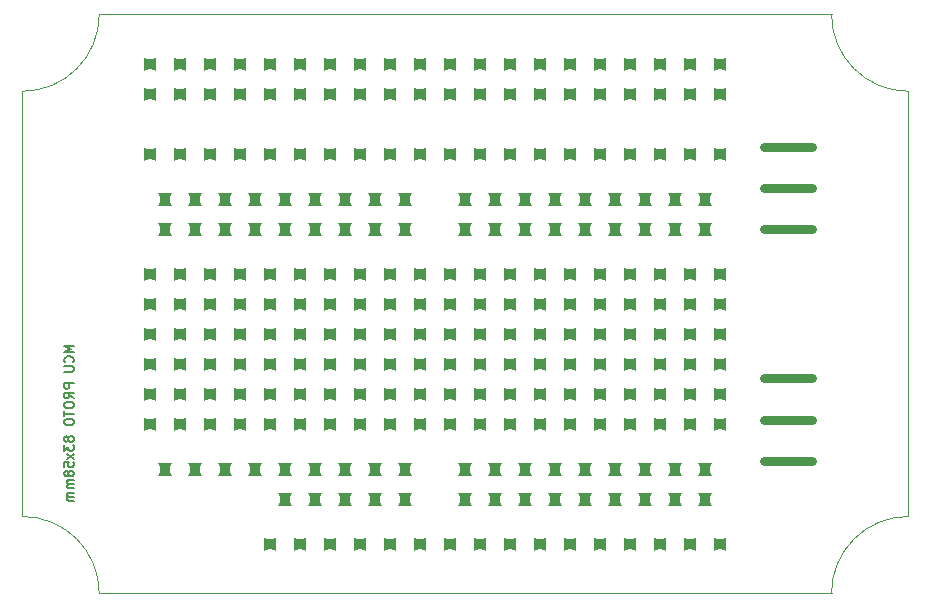
<source format=gbr>
G04 #@! TF.GenerationSoftware,KiCad,Pcbnew,7.0.11+dfsg-1build4*
G04 #@! TF.CreationDate,2025-11-24T12:58:41-05:00*
G04 #@! TF.ProjectId,MCU_PROTO_83x58mm,4d43555f-5052-44f5-944f-5f3833783538,rev?*
G04 #@! TF.SameCoordinates,Original*
G04 #@! TF.FileFunction,Legend,Bot*
G04 #@! TF.FilePolarity,Positive*
%FSLAX46Y46*%
G04 Gerber Fmt 4.6, Leading zero omitted, Abs format (unit mm)*
G04 Created by KiCad (PCBNEW 7.0.11+dfsg-1build4) date 2025-11-24 12:58:41*
%MOMM*%
%LPD*%
G01*
G04 APERTURE LIST*
%ADD10C,0.800000*%
%ADD11C,0.150000*%
%ADD12C,0.100000*%
%ADD13C,1.700000*%
%ADD14R,2.400000X2.400000*%
%ADD15C,2.400000*%
%ADD16C,3.000000*%
G04 #@! TA.AperFunction,Profile*
%ADD17C,0.050000*%
G04 #@! TD*
G04 APERTURE END LIST*
D10*
X162800000Y-137800000D02*
X166850000Y-137800000D01*
X162800000Y-134300000D02*
X166850000Y-134300000D01*
X162800000Y-130800000D02*
X166850000Y-130800000D01*
X162800000Y-118200000D02*
X166850000Y-118200000D01*
X162800000Y-114700000D02*
X166850000Y-114700000D01*
X162800000Y-111200000D02*
X166850000Y-111200000D01*
D11*
X104337195Y-128080318D02*
X103537195Y-128080318D01*
X103537195Y-128080318D02*
X104108623Y-128346984D01*
X104108623Y-128346984D02*
X103537195Y-128613651D01*
X103537195Y-128613651D02*
X104337195Y-128613651D01*
X104261004Y-129451747D02*
X104299100Y-129413651D01*
X104299100Y-129413651D02*
X104337195Y-129299366D01*
X104337195Y-129299366D02*
X104337195Y-129223175D01*
X104337195Y-129223175D02*
X104299100Y-129108889D01*
X104299100Y-129108889D02*
X104222909Y-129032699D01*
X104222909Y-129032699D02*
X104146719Y-128994604D01*
X104146719Y-128994604D02*
X103994338Y-128956508D01*
X103994338Y-128956508D02*
X103880052Y-128956508D01*
X103880052Y-128956508D02*
X103727671Y-128994604D01*
X103727671Y-128994604D02*
X103651480Y-129032699D01*
X103651480Y-129032699D02*
X103575290Y-129108889D01*
X103575290Y-129108889D02*
X103537195Y-129223175D01*
X103537195Y-129223175D02*
X103537195Y-129299366D01*
X103537195Y-129299366D02*
X103575290Y-129413651D01*
X103575290Y-129413651D02*
X103613385Y-129451747D01*
X103537195Y-129794604D02*
X104184814Y-129794604D01*
X104184814Y-129794604D02*
X104261004Y-129832699D01*
X104261004Y-129832699D02*
X104299100Y-129870794D01*
X104299100Y-129870794D02*
X104337195Y-129946985D01*
X104337195Y-129946985D02*
X104337195Y-130099366D01*
X104337195Y-130099366D02*
X104299100Y-130175556D01*
X104299100Y-130175556D02*
X104261004Y-130213651D01*
X104261004Y-130213651D02*
X104184814Y-130251747D01*
X104184814Y-130251747D02*
X103537195Y-130251747D01*
X104337195Y-131242223D02*
X103537195Y-131242223D01*
X103537195Y-131242223D02*
X103537195Y-131546985D01*
X103537195Y-131546985D02*
X103575290Y-131623175D01*
X103575290Y-131623175D02*
X103613385Y-131661270D01*
X103613385Y-131661270D02*
X103689576Y-131699366D01*
X103689576Y-131699366D02*
X103803861Y-131699366D01*
X103803861Y-131699366D02*
X103880052Y-131661270D01*
X103880052Y-131661270D02*
X103918147Y-131623175D01*
X103918147Y-131623175D02*
X103956242Y-131546985D01*
X103956242Y-131546985D02*
X103956242Y-131242223D01*
X104337195Y-132499366D02*
X103956242Y-132232699D01*
X104337195Y-132042223D02*
X103537195Y-132042223D01*
X103537195Y-132042223D02*
X103537195Y-132346985D01*
X103537195Y-132346985D02*
X103575290Y-132423175D01*
X103575290Y-132423175D02*
X103613385Y-132461270D01*
X103613385Y-132461270D02*
X103689576Y-132499366D01*
X103689576Y-132499366D02*
X103803861Y-132499366D01*
X103803861Y-132499366D02*
X103880052Y-132461270D01*
X103880052Y-132461270D02*
X103918147Y-132423175D01*
X103918147Y-132423175D02*
X103956242Y-132346985D01*
X103956242Y-132346985D02*
X103956242Y-132042223D01*
X103537195Y-132994604D02*
X103537195Y-133146985D01*
X103537195Y-133146985D02*
X103575290Y-133223175D01*
X103575290Y-133223175D02*
X103651480Y-133299366D01*
X103651480Y-133299366D02*
X103803861Y-133337461D01*
X103803861Y-133337461D02*
X104070528Y-133337461D01*
X104070528Y-133337461D02*
X104222909Y-133299366D01*
X104222909Y-133299366D02*
X104299100Y-133223175D01*
X104299100Y-133223175D02*
X104337195Y-133146985D01*
X104337195Y-133146985D02*
X104337195Y-132994604D01*
X104337195Y-132994604D02*
X104299100Y-132918413D01*
X104299100Y-132918413D02*
X104222909Y-132842223D01*
X104222909Y-132842223D02*
X104070528Y-132804127D01*
X104070528Y-132804127D02*
X103803861Y-132804127D01*
X103803861Y-132804127D02*
X103651480Y-132842223D01*
X103651480Y-132842223D02*
X103575290Y-132918413D01*
X103575290Y-132918413D02*
X103537195Y-132994604D01*
X103537195Y-133566032D02*
X103537195Y-134023175D01*
X104337195Y-133794603D02*
X103537195Y-133794603D01*
X103537195Y-134442223D02*
X103537195Y-134594604D01*
X103537195Y-134594604D02*
X103575290Y-134670794D01*
X103575290Y-134670794D02*
X103651480Y-134746985D01*
X103651480Y-134746985D02*
X103803861Y-134785080D01*
X103803861Y-134785080D02*
X104070528Y-134785080D01*
X104070528Y-134785080D02*
X104222909Y-134746985D01*
X104222909Y-134746985D02*
X104299100Y-134670794D01*
X104299100Y-134670794D02*
X104337195Y-134594604D01*
X104337195Y-134594604D02*
X104337195Y-134442223D01*
X104337195Y-134442223D02*
X104299100Y-134366032D01*
X104299100Y-134366032D02*
X104222909Y-134289842D01*
X104222909Y-134289842D02*
X104070528Y-134251746D01*
X104070528Y-134251746D02*
X103803861Y-134251746D01*
X103803861Y-134251746D02*
X103651480Y-134289842D01*
X103651480Y-134289842D02*
X103575290Y-134366032D01*
X103575290Y-134366032D02*
X103537195Y-134442223D01*
X103880052Y-135851746D02*
X103841957Y-135775556D01*
X103841957Y-135775556D02*
X103803861Y-135737461D01*
X103803861Y-135737461D02*
X103727671Y-135699365D01*
X103727671Y-135699365D02*
X103689576Y-135699365D01*
X103689576Y-135699365D02*
X103613385Y-135737461D01*
X103613385Y-135737461D02*
X103575290Y-135775556D01*
X103575290Y-135775556D02*
X103537195Y-135851746D01*
X103537195Y-135851746D02*
X103537195Y-136004127D01*
X103537195Y-136004127D02*
X103575290Y-136080318D01*
X103575290Y-136080318D02*
X103613385Y-136118413D01*
X103613385Y-136118413D02*
X103689576Y-136156508D01*
X103689576Y-136156508D02*
X103727671Y-136156508D01*
X103727671Y-136156508D02*
X103803861Y-136118413D01*
X103803861Y-136118413D02*
X103841957Y-136080318D01*
X103841957Y-136080318D02*
X103880052Y-136004127D01*
X103880052Y-136004127D02*
X103880052Y-135851746D01*
X103880052Y-135851746D02*
X103918147Y-135775556D01*
X103918147Y-135775556D02*
X103956242Y-135737461D01*
X103956242Y-135737461D02*
X104032433Y-135699365D01*
X104032433Y-135699365D02*
X104184814Y-135699365D01*
X104184814Y-135699365D02*
X104261004Y-135737461D01*
X104261004Y-135737461D02*
X104299100Y-135775556D01*
X104299100Y-135775556D02*
X104337195Y-135851746D01*
X104337195Y-135851746D02*
X104337195Y-136004127D01*
X104337195Y-136004127D02*
X104299100Y-136080318D01*
X104299100Y-136080318D02*
X104261004Y-136118413D01*
X104261004Y-136118413D02*
X104184814Y-136156508D01*
X104184814Y-136156508D02*
X104032433Y-136156508D01*
X104032433Y-136156508D02*
X103956242Y-136118413D01*
X103956242Y-136118413D02*
X103918147Y-136080318D01*
X103918147Y-136080318D02*
X103880052Y-136004127D01*
X103537195Y-136423175D02*
X103537195Y-136918413D01*
X103537195Y-136918413D02*
X103841957Y-136651747D01*
X103841957Y-136651747D02*
X103841957Y-136766032D01*
X103841957Y-136766032D02*
X103880052Y-136842223D01*
X103880052Y-136842223D02*
X103918147Y-136880318D01*
X103918147Y-136880318D02*
X103994338Y-136918413D01*
X103994338Y-136918413D02*
X104184814Y-136918413D01*
X104184814Y-136918413D02*
X104261004Y-136880318D01*
X104261004Y-136880318D02*
X104299100Y-136842223D01*
X104299100Y-136842223D02*
X104337195Y-136766032D01*
X104337195Y-136766032D02*
X104337195Y-136537461D01*
X104337195Y-136537461D02*
X104299100Y-136461270D01*
X104299100Y-136461270D02*
X104261004Y-136423175D01*
X104337195Y-137185080D02*
X103803861Y-137604128D01*
X103803861Y-137185080D02*
X104337195Y-137604128D01*
X103537195Y-138289842D02*
X103537195Y-137908890D01*
X103537195Y-137908890D02*
X103918147Y-137870794D01*
X103918147Y-137870794D02*
X103880052Y-137908890D01*
X103880052Y-137908890D02*
X103841957Y-137985080D01*
X103841957Y-137985080D02*
X103841957Y-138175556D01*
X103841957Y-138175556D02*
X103880052Y-138251747D01*
X103880052Y-138251747D02*
X103918147Y-138289842D01*
X103918147Y-138289842D02*
X103994338Y-138327937D01*
X103994338Y-138327937D02*
X104184814Y-138327937D01*
X104184814Y-138327937D02*
X104261004Y-138289842D01*
X104261004Y-138289842D02*
X104299100Y-138251747D01*
X104299100Y-138251747D02*
X104337195Y-138175556D01*
X104337195Y-138175556D02*
X104337195Y-137985080D01*
X104337195Y-137985080D02*
X104299100Y-137908890D01*
X104299100Y-137908890D02*
X104261004Y-137870794D01*
X103880052Y-138785080D02*
X103841957Y-138708890D01*
X103841957Y-138708890D02*
X103803861Y-138670795D01*
X103803861Y-138670795D02*
X103727671Y-138632699D01*
X103727671Y-138632699D02*
X103689576Y-138632699D01*
X103689576Y-138632699D02*
X103613385Y-138670795D01*
X103613385Y-138670795D02*
X103575290Y-138708890D01*
X103575290Y-138708890D02*
X103537195Y-138785080D01*
X103537195Y-138785080D02*
X103537195Y-138937461D01*
X103537195Y-138937461D02*
X103575290Y-139013652D01*
X103575290Y-139013652D02*
X103613385Y-139051747D01*
X103613385Y-139051747D02*
X103689576Y-139089842D01*
X103689576Y-139089842D02*
X103727671Y-139089842D01*
X103727671Y-139089842D02*
X103803861Y-139051747D01*
X103803861Y-139051747D02*
X103841957Y-139013652D01*
X103841957Y-139013652D02*
X103880052Y-138937461D01*
X103880052Y-138937461D02*
X103880052Y-138785080D01*
X103880052Y-138785080D02*
X103918147Y-138708890D01*
X103918147Y-138708890D02*
X103956242Y-138670795D01*
X103956242Y-138670795D02*
X104032433Y-138632699D01*
X104032433Y-138632699D02*
X104184814Y-138632699D01*
X104184814Y-138632699D02*
X104261004Y-138670795D01*
X104261004Y-138670795D02*
X104299100Y-138708890D01*
X104299100Y-138708890D02*
X104337195Y-138785080D01*
X104337195Y-138785080D02*
X104337195Y-138937461D01*
X104337195Y-138937461D02*
X104299100Y-139013652D01*
X104299100Y-139013652D02*
X104261004Y-139051747D01*
X104261004Y-139051747D02*
X104184814Y-139089842D01*
X104184814Y-139089842D02*
X104032433Y-139089842D01*
X104032433Y-139089842D02*
X103956242Y-139051747D01*
X103956242Y-139051747D02*
X103918147Y-139013652D01*
X103918147Y-139013652D02*
X103880052Y-138937461D01*
X104337195Y-139432700D02*
X103803861Y-139432700D01*
X103880052Y-139432700D02*
X103841957Y-139470795D01*
X103841957Y-139470795D02*
X103803861Y-139546985D01*
X103803861Y-139546985D02*
X103803861Y-139661271D01*
X103803861Y-139661271D02*
X103841957Y-139737462D01*
X103841957Y-139737462D02*
X103918147Y-139775557D01*
X103918147Y-139775557D02*
X104337195Y-139775557D01*
X103918147Y-139775557D02*
X103841957Y-139813652D01*
X103841957Y-139813652D02*
X103803861Y-139889843D01*
X103803861Y-139889843D02*
X103803861Y-140004128D01*
X103803861Y-140004128D02*
X103841957Y-140080319D01*
X103841957Y-140080319D02*
X103918147Y-140118414D01*
X103918147Y-140118414D02*
X104337195Y-140118414D01*
X104337195Y-140499367D02*
X103803861Y-140499367D01*
X103880052Y-140499367D02*
X103841957Y-140537462D01*
X103841957Y-140537462D02*
X103803861Y-140613652D01*
X103803861Y-140613652D02*
X103803861Y-140727938D01*
X103803861Y-140727938D02*
X103841957Y-140804129D01*
X103841957Y-140804129D02*
X103918147Y-140842224D01*
X103918147Y-140842224D02*
X104337195Y-140842224D01*
X103918147Y-140842224D02*
X103841957Y-140880319D01*
X103841957Y-140880319D02*
X103803861Y-140956510D01*
X103803861Y-140956510D02*
X103803861Y-141070795D01*
X103803861Y-141070795D02*
X103841957Y-141146986D01*
X103841957Y-141146986D02*
X103918147Y-141185081D01*
X103918147Y-141185081D02*
X104337195Y-141185081D01*
D12*
X159520000Y-145340000D02*
X159444929Y-145293652D01*
X159281368Y-145227569D01*
X159108203Y-145193909D01*
X158931797Y-145193909D01*
X158758632Y-145227569D01*
X158595071Y-145293652D01*
X158520000Y-145340000D01*
X158520000Y-144300000D01*
X158595072Y-144346348D01*
X158758632Y-144412430D01*
X158931797Y-144446090D01*
X159108203Y-144446090D01*
X159281368Y-144412430D01*
X159444928Y-144346348D01*
X159520000Y-144300000D01*
X159520000Y-145340000D01*
G36*
X159520000Y-145340000D02*
G01*
X159444929Y-145293652D01*
X159281368Y-145227569D01*
X159108203Y-145193909D01*
X158931797Y-145193909D01*
X158758632Y-145227569D01*
X158595071Y-145293652D01*
X158520000Y-145340000D01*
X158520000Y-144300000D01*
X158595072Y-144346348D01*
X158758632Y-144412430D01*
X158931797Y-144446090D01*
X159108203Y-144446090D01*
X159281368Y-144412430D01*
X159444928Y-144346348D01*
X159520000Y-144300000D01*
X159520000Y-145340000D01*
G37*
X156980000Y-145340000D02*
X156904929Y-145293652D01*
X156741368Y-145227569D01*
X156568203Y-145193909D01*
X156391797Y-145193909D01*
X156218632Y-145227569D01*
X156055071Y-145293652D01*
X155980000Y-145340000D01*
X155980000Y-144300000D01*
X156055072Y-144346348D01*
X156218632Y-144412430D01*
X156391797Y-144446090D01*
X156568203Y-144446090D01*
X156741368Y-144412430D01*
X156904928Y-144346348D01*
X156980000Y-144300000D01*
X156980000Y-145340000D01*
G36*
X156980000Y-145340000D02*
G01*
X156904929Y-145293652D01*
X156741368Y-145227569D01*
X156568203Y-145193909D01*
X156391797Y-145193909D01*
X156218632Y-145227569D01*
X156055071Y-145293652D01*
X155980000Y-145340000D01*
X155980000Y-144300000D01*
X156055072Y-144346348D01*
X156218632Y-144412430D01*
X156391797Y-144446090D01*
X156568203Y-144446090D01*
X156741368Y-144412430D01*
X156904928Y-144346348D01*
X156980000Y-144300000D01*
X156980000Y-145340000D01*
G37*
X154440000Y-145340000D02*
X154364929Y-145293652D01*
X154201368Y-145227569D01*
X154028203Y-145193909D01*
X153851797Y-145193909D01*
X153678632Y-145227569D01*
X153515071Y-145293652D01*
X153440000Y-145340000D01*
X153440000Y-144300000D01*
X153515072Y-144346348D01*
X153678632Y-144412430D01*
X153851797Y-144446090D01*
X154028203Y-144446090D01*
X154201368Y-144412430D01*
X154364928Y-144346348D01*
X154440000Y-144300000D01*
X154440000Y-145340000D01*
G36*
X154440000Y-145340000D02*
G01*
X154364929Y-145293652D01*
X154201368Y-145227569D01*
X154028203Y-145193909D01*
X153851797Y-145193909D01*
X153678632Y-145227569D01*
X153515071Y-145293652D01*
X153440000Y-145340000D01*
X153440000Y-144300000D01*
X153515072Y-144346348D01*
X153678632Y-144412430D01*
X153851797Y-144446090D01*
X154028203Y-144446090D01*
X154201368Y-144412430D01*
X154364928Y-144346348D01*
X154440000Y-144300000D01*
X154440000Y-145340000D01*
G37*
X151900000Y-145340000D02*
X151824929Y-145293652D01*
X151661368Y-145227569D01*
X151488203Y-145193909D01*
X151311797Y-145193909D01*
X151138632Y-145227569D01*
X150975071Y-145293652D01*
X150900000Y-145340000D01*
X150900000Y-144300000D01*
X150975072Y-144346348D01*
X151138632Y-144412430D01*
X151311797Y-144446090D01*
X151488203Y-144446090D01*
X151661368Y-144412430D01*
X151824928Y-144346348D01*
X151900000Y-144300000D01*
X151900000Y-145340000D01*
G36*
X151900000Y-145340000D02*
G01*
X151824929Y-145293652D01*
X151661368Y-145227569D01*
X151488203Y-145193909D01*
X151311797Y-145193909D01*
X151138632Y-145227569D01*
X150975071Y-145293652D01*
X150900000Y-145340000D01*
X150900000Y-144300000D01*
X150975072Y-144346348D01*
X151138632Y-144412430D01*
X151311797Y-144446090D01*
X151488203Y-144446090D01*
X151661368Y-144412430D01*
X151824928Y-144346348D01*
X151900000Y-144300000D01*
X151900000Y-145340000D01*
G37*
X149360000Y-145340000D02*
X149284929Y-145293652D01*
X149121368Y-145227569D01*
X148948203Y-145193909D01*
X148771797Y-145193909D01*
X148598632Y-145227569D01*
X148435071Y-145293652D01*
X148360000Y-145340000D01*
X148360000Y-144300000D01*
X148435072Y-144346348D01*
X148598632Y-144412430D01*
X148771797Y-144446090D01*
X148948203Y-144446090D01*
X149121368Y-144412430D01*
X149284928Y-144346348D01*
X149360000Y-144300000D01*
X149360000Y-145340000D01*
G36*
X149360000Y-145340000D02*
G01*
X149284929Y-145293652D01*
X149121368Y-145227569D01*
X148948203Y-145193909D01*
X148771797Y-145193909D01*
X148598632Y-145227569D01*
X148435071Y-145293652D01*
X148360000Y-145340000D01*
X148360000Y-144300000D01*
X148435072Y-144346348D01*
X148598632Y-144412430D01*
X148771797Y-144446090D01*
X148948203Y-144446090D01*
X149121368Y-144412430D01*
X149284928Y-144346348D01*
X149360000Y-144300000D01*
X149360000Y-145340000D01*
G37*
X146820000Y-145340000D02*
X146744929Y-145293652D01*
X146581368Y-145227569D01*
X146408203Y-145193909D01*
X146231797Y-145193909D01*
X146058632Y-145227569D01*
X145895071Y-145293652D01*
X145820000Y-145340000D01*
X145820000Y-144300000D01*
X145895072Y-144346348D01*
X146058632Y-144412430D01*
X146231797Y-144446090D01*
X146408203Y-144446090D01*
X146581368Y-144412430D01*
X146744928Y-144346348D01*
X146820000Y-144300000D01*
X146820000Y-145340000D01*
G36*
X146820000Y-145340000D02*
G01*
X146744929Y-145293652D01*
X146581368Y-145227569D01*
X146408203Y-145193909D01*
X146231797Y-145193909D01*
X146058632Y-145227569D01*
X145895071Y-145293652D01*
X145820000Y-145340000D01*
X145820000Y-144300000D01*
X145895072Y-144346348D01*
X146058632Y-144412430D01*
X146231797Y-144446090D01*
X146408203Y-144446090D01*
X146581368Y-144412430D01*
X146744928Y-144346348D01*
X146820000Y-144300000D01*
X146820000Y-145340000D01*
G37*
X144280000Y-145340000D02*
X144204929Y-145293652D01*
X144041368Y-145227569D01*
X143868203Y-145193909D01*
X143691797Y-145193909D01*
X143518632Y-145227569D01*
X143355071Y-145293652D01*
X143280000Y-145340000D01*
X143280000Y-144300000D01*
X143355072Y-144346348D01*
X143518632Y-144412430D01*
X143691797Y-144446090D01*
X143868203Y-144446090D01*
X144041368Y-144412430D01*
X144204928Y-144346348D01*
X144280000Y-144300000D01*
X144280000Y-145340000D01*
G36*
X144280000Y-145340000D02*
G01*
X144204929Y-145293652D01*
X144041368Y-145227569D01*
X143868203Y-145193909D01*
X143691797Y-145193909D01*
X143518632Y-145227569D01*
X143355071Y-145293652D01*
X143280000Y-145340000D01*
X143280000Y-144300000D01*
X143355072Y-144346348D01*
X143518632Y-144412430D01*
X143691797Y-144446090D01*
X143868203Y-144446090D01*
X144041368Y-144412430D01*
X144204928Y-144346348D01*
X144280000Y-144300000D01*
X144280000Y-145340000D01*
G37*
X141740000Y-145340000D02*
X141664929Y-145293652D01*
X141501368Y-145227569D01*
X141328203Y-145193909D01*
X141151797Y-145193909D01*
X140978632Y-145227569D01*
X140815071Y-145293652D01*
X140740000Y-145340000D01*
X140740000Y-144300000D01*
X140815072Y-144346348D01*
X140978632Y-144412430D01*
X141151797Y-144446090D01*
X141328203Y-144446090D01*
X141501368Y-144412430D01*
X141664928Y-144346348D01*
X141740000Y-144300000D01*
X141740000Y-145340000D01*
G36*
X141740000Y-145340000D02*
G01*
X141664929Y-145293652D01*
X141501368Y-145227569D01*
X141328203Y-145193909D01*
X141151797Y-145193909D01*
X140978632Y-145227569D01*
X140815071Y-145293652D01*
X140740000Y-145340000D01*
X140740000Y-144300000D01*
X140815072Y-144346348D01*
X140978632Y-144412430D01*
X141151797Y-144446090D01*
X141328203Y-144446090D01*
X141501368Y-144412430D01*
X141664928Y-144346348D01*
X141740000Y-144300000D01*
X141740000Y-145340000D01*
G37*
X139200000Y-145340000D02*
X139124929Y-145293652D01*
X138961368Y-145227569D01*
X138788203Y-145193909D01*
X138611797Y-145193909D01*
X138438632Y-145227569D01*
X138275071Y-145293652D01*
X138200000Y-145340000D01*
X138200000Y-144300000D01*
X138275072Y-144346348D01*
X138438632Y-144412430D01*
X138611797Y-144446090D01*
X138788203Y-144446090D01*
X138961368Y-144412430D01*
X139124928Y-144346348D01*
X139200000Y-144300000D01*
X139200000Y-145340000D01*
G36*
X139200000Y-145340000D02*
G01*
X139124929Y-145293652D01*
X138961368Y-145227569D01*
X138788203Y-145193909D01*
X138611797Y-145193909D01*
X138438632Y-145227569D01*
X138275071Y-145293652D01*
X138200000Y-145340000D01*
X138200000Y-144300000D01*
X138275072Y-144346348D01*
X138438632Y-144412430D01*
X138611797Y-144446090D01*
X138788203Y-144446090D01*
X138961368Y-144412430D01*
X139124928Y-144346348D01*
X139200000Y-144300000D01*
X139200000Y-145340000D01*
G37*
X136660000Y-145340000D02*
X136584929Y-145293652D01*
X136421368Y-145227569D01*
X136248203Y-145193909D01*
X136071797Y-145193909D01*
X135898632Y-145227569D01*
X135735071Y-145293652D01*
X135660000Y-145340000D01*
X135660000Y-144300000D01*
X135735072Y-144346348D01*
X135898632Y-144412430D01*
X136071797Y-144446090D01*
X136248203Y-144446090D01*
X136421368Y-144412430D01*
X136584928Y-144346348D01*
X136660000Y-144300000D01*
X136660000Y-145340000D01*
G36*
X136660000Y-145340000D02*
G01*
X136584929Y-145293652D01*
X136421368Y-145227569D01*
X136248203Y-145193909D01*
X136071797Y-145193909D01*
X135898632Y-145227569D01*
X135735071Y-145293652D01*
X135660000Y-145340000D01*
X135660000Y-144300000D01*
X135735072Y-144346348D01*
X135898632Y-144412430D01*
X136071797Y-144446090D01*
X136248203Y-144446090D01*
X136421368Y-144412430D01*
X136584928Y-144346348D01*
X136660000Y-144300000D01*
X136660000Y-145340000D01*
G37*
X134120000Y-145340000D02*
X134044929Y-145293652D01*
X133881368Y-145227569D01*
X133708203Y-145193909D01*
X133531797Y-145193909D01*
X133358632Y-145227569D01*
X133195071Y-145293652D01*
X133120000Y-145340000D01*
X133120000Y-144300000D01*
X133195072Y-144346348D01*
X133358632Y-144412430D01*
X133531797Y-144446090D01*
X133708203Y-144446090D01*
X133881368Y-144412430D01*
X134044928Y-144346348D01*
X134120000Y-144300000D01*
X134120000Y-145340000D01*
G36*
X134120000Y-145340000D02*
G01*
X134044929Y-145293652D01*
X133881368Y-145227569D01*
X133708203Y-145193909D01*
X133531797Y-145193909D01*
X133358632Y-145227569D01*
X133195071Y-145293652D01*
X133120000Y-145340000D01*
X133120000Y-144300000D01*
X133195072Y-144346348D01*
X133358632Y-144412430D01*
X133531797Y-144446090D01*
X133708203Y-144446090D01*
X133881368Y-144412430D01*
X134044928Y-144346348D01*
X134120000Y-144300000D01*
X134120000Y-145340000D01*
G37*
X131580000Y-145340000D02*
X131504929Y-145293652D01*
X131341368Y-145227569D01*
X131168203Y-145193909D01*
X130991797Y-145193909D01*
X130818632Y-145227569D01*
X130655071Y-145293652D01*
X130580000Y-145340000D01*
X130580000Y-144300000D01*
X130655072Y-144346348D01*
X130818632Y-144412430D01*
X130991797Y-144446090D01*
X131168203Y-144446090D01*
X131341368Y-144412430D01*
X131504928Y-144346348D01*
X131580000Y-144300000D01*
X131580000Y-145340000D01*
G36*
X131580000Y-145340000D02*
G01*
X131504929Y-145293652D01*
X131341368Y-145227569D01*
X131168203Y-145193909D01*
X130991797Y-145193909D01*
X130818632Y-145227569D01*
X130655071Y-145293652D01*
X130580000Y-145340000D01*
X130580000Y-144300000D01*
X130655072Y-144346348D01*
X130818632Y-144412430D01*
X130991797Y-144446090D01*
X131168203Y-144446090D01*
X131341368Y-144412430D01*
X131504928Y-144346348D01*
X131580000Y-144300000D01*
X131580000Y-145340000D01*
G37*
X129040000Y-145340000D02*
X128964929Y-145293652D01*
X128801368Y-145227569D01*
X128628203Y-145193909D01*
X128451797Y-145193909D01*
X128278632Y-145227569D01*
X128115071Y-145293652D01*
X128040000Y-145340000D01*
X128040000Y-144300000D01*
X128115072Y-144346348D01*
X128278632Y-144412430D01*
X128451797Y-144446090D01*
X128628203Y-144446090D01*
X128801368Y-144412430D01*
X128964928Y-144346348D01*
X129040000Y-144300000D01*
X129040000Y-145340000D01*
G36*
X129040000Y-145340000D02*
G01*
X128964929Y-145293652D01*
X128801368Y-145227569D01*
X128628203Y-145193909D01*
X128451797Y-145193909D01*
X128278632Y-145227569D01*
X128115071Y-145293652D01*
X128040000Y-145340000D01*
X128040000Y-144300000D01*
X128115072Y-144346348D01*
X128278632Y-144412430D01*
X128451797Y-144446090D01*
X128628203Y-144446090D01*
X128801368Y-144412430D01*
X128964928Y-144346348D01*
X129040000Y-144300000D01*
X129040000Y-145340000D01*
G37*
X126500000Y-145340000D02*
X126424929Y-145293652D01*
X126261368Y-145227569D01*
X126088203Y-145193909D01*
X125911797Y-145193909D01*
X125738632Y-145227569D01*
X125575071Y-145293652D01*
X125500000Y-145340000D01*
X125500000Y-144300000D01*
X125575072Y-144346348D01*
X125738632Y-144412430D01*
X125911797Y-144446090D01*
X126088203Y-144446090D01*
X126261368Y-144412430D01*
X126424928Y-144346348D01*
X126500000Y-144300000D01*
X126500000Y-145340000D01*
G36*
X126500000Y-145340000D02*
G01*
X126424929Y-145293652D01*
X126261368Y-145227569D01*
X126088203Y-145193909D01*
X125911797Y-145193909D01*
X125738632Y-145227569D01*
X125575071Y-145293652D01*
X125500000Y-145340000D01*
X125500000Y-144300000D01*
X125575072Y-144346348D01*
X125738632Y-144412430D01*
X125911797Y-144446090D01*
X126088203Y-144446090D01*
X126261368Y-144412430D01*
X126424928Y-144346348D01*
X126500000Y-144300000D01*
X126500000Y-145340000D01*
G37*
X123960000Y-145340000D02*
X123884929Y-145293652D01*
X123721368Y-145227569D01*
X123548203Y-145193909D01*
X123371797Y-145193909D01*
X123198632Y-145227569D01*
X123035071Y-145293652D01*
X122960000Y-145340000D01*
X122960000Y-144300000D01*
X123035072Y-144346348D01*
X123198632Y-144412430D01*
X123371797Y-144446090D01*
X123548203Y-144446090D01*
X123721368Y-144412430D01*
X123884928Y-144346348D01*
X123960000Y-144300000D01*
X123960000Y-145340000D01*
G36*
X123960000Y-145340000D02*
G01*
X123884929Y-145293652D01*
X123721368Y-145227569D01*
X123548203Y-145193909D01*
X123371797Y-145193909D01*
X123198632Y-145227569D01*
X123035071Y-145293652D01*
X122960000Y-145340000D01*
X122960000Y-144300000D01*
X123035072Y-144346348D01*
X123198632Y-144412430D01*
X123371797Y-144446090D01*
X123548203Y-144446090D01*
X123721368Y-144412430D01*
X123884928Y-144346348D01*
X123960000Y-144300000D01*
X123960000Y-145340000D01*
G37*
X121420000Y-145340000D02*
X121344929Y-145293652D01*
X121181368Y-145227569D01*
X121008203Y-145193909D01*
X120831797Y-145193909D01*
X120658632Y-145227569D01*
X120495071Y-145293652D01*
X120420000Y-145340000D01*
X120420000Y-144300000D01*
X120495072Y-144346348D01*
X120658632Y-144412430D01*
X120831797Y-144446090D01*
X121008203Y-144446090D01*
X121181368Y-144412430D01*
X121344928Y-144346348D01*
X121420000Y-144300000D01*
X121420000Y-145340000D01*
G36*
X121420000Y-145340000D02*
G01*
X121344929Y-145293652D01*
X121181368Y-145227569D01*
X121008203Y-145193909D01*
X120831797Y-145193909D01*
X120658632Y-145227569D01*
X120495071Y-145293652D01*
X120420000Y-145340000D01*
X120420000Y-144300000D01*
X120495072Y-144346348D01*
X120658632Y-144412430D01*
X120831797Y-144446090D01*
X121008203Y-144446090D01*
X121181368Y-144412430D01*
X121344928Y-144346348D01*
X121420000Y-144300000D01*
X121420000Y-145340000D01*
G37*
X158223652Y-140585071D02*
X158157569Y-140748632D01*
X158123909Y-140921797D01*
X158123909Y-141098203D01*
X158157569Y-141271368D01*
X158223652Y-141434929D01*
X158270000Y-141510000D01*
X157230000Y-141510000D01*
X157276348Y-141434928D01*
X157342430Y-141271368D01*
X157376090Y-141098203D01*
X157376090Y-140921797D01*
X157342430Y-140748632D01*
X157276348Y-140585072D01*
X157230000Y-140510000D01*
X158270000Y-140510000D01*
X158223652Y-140585071D01*
G36*
X158223652Y-140585071D02*
G01*
X158157569Y-140748632D01*
X158123909Y-140921797D01*
X158123909Y-141098203D01*
X158157569Y-141271368D01*
X158223652Y-141434929D01*
X158270000Y-141510000D01*
X157230000Y-141510000D01*
X157276348Y-141434928D01*
X157342430Y-141271368D01*
X157376090Y-141098203D01*
X157376090Y-140921797D01*
X157342430Y-140748632D01*
X157276348Y-140585072D01*
X157230000Y-140510000D01*
X158270000Y-140510000D01*
X158223652Y-140585071D01*
G37*
X155683652Y-140585071D02*
X155617569Y-140748632D01*
X155583909Y-140921797D01*
X155583909Y-141098203D01*
X155617569Y-141271368D01*
X155683652Y-141434929D01*
X155730000Y-141510000D01*
X154690000Y-141510000D01*
X154736348Y-141434928D01*
X154802430Y-141271368D01*
X154836090Y-141098203D01*
X154836090Y-140921797D01*
X154802430Y-140748632D01*
X154736348Y-140585072D01*
X154690000Y-140510000D01*
X155730000Y-140510000D01*
X155683652Y-140585071D01*
G36*
X155683652Y-140585071D02*
G01*
X155617569Y-140748632D01*
X155583909Y-140921797D01*
X155583909Y-141098203D01*
X155617569Y-141271368D01*
X155683652Y-141434929D01*
X155730000Y-141510000D01*
X154690000Y-141510000D01*
X154736348Y-141434928D01*
X154802430Y-141271368D01*
X154836090Y-141098203D01*
X154836090Y-140921797D01*
X154802430Y-140748632D01*
X154736348Y-140585072D01*
X154690000Y-140510000D01*
X155730000Y-140510000D01*
X155683652Y-140585071D01*
G37*
X153143652Y-140585071D02*
X153077569Y-140748632D01*
X153043909Y-140921797D01*
X153043909Y-141098203D01*
X153077569Y-141271368D01*
X153143652Y-141434929D01*
X153190000Y-141510000D01*
X152150000Y-141510000D01*
X152196348Y-141434928D01*
X152262430Y-141271368D01*
X152296090Y-141098203D01*
X152296090Y-140921797D01*
X152262430Y-140748632D01*
X152196348Y-140585072D01*
X152150000Y-140510000D01*
X153190000Y-140510000D01*
X153143652Y-140585071D01*
G36*
X153143652Y-140585071D02*
G01*
X153077569Y-140748632D01*
X153043909Y-140921797D01*
X153043909Y-141098203D01*
X153077569Y-141271368D01*
X153143652Y-141434929D01*
X153190000Y-141510000D01*
X152150000Y-141510000D01*
X152196348Y-141434928D01*
X152262430Y-141271368D01*
X152296090Y-141098203D01*
X152296090Y-140921797D01*
X152262430Y-140748632D01*
X152196348Y-140585072D01*
X152150000Y-140510000D01*
X153190000Y-140510000D01*
X153143652Y-140585071D01*
G37*
X150603652Y-140585071D02*
X150537569Y-140748632D01*
X150503909Y-140921797D01*
X150503909Y-141098203D01*
X150537569Y-141271368D01*
X150603652Y-141434929D01*
X150650000Y-141510000D01*
X149610000Y-141510000D01*
X149656348Y-141434928D01*
X149722430Y-141271368D01*
X149756090Y-141098203D01*
X149756090Y-140921797D01*
X149722430Y-140748632D01*
X149656348Y-140585072D01*
X149610000Y-140510000D01*
X150650000Y-140510000D01*
X150603652Y-140585071D01*
G36*
X150603652Y-140585071D02*
G01*
X150537569Y-140748632D01*
X150503909Y-140921797D01*
X150503909Y-141098203D01*
X150537569Y-141271368D01*
X150603652Y-141434929D01*
X150650000Y-141510000D01*
X149610000Y-141510000D01*
X149656348Y-141434928D01*
X149722430Y-141271368D01*
X149756090Y-141098203D01*
X149756090Y-140921797D01*
X149722430Y-140748632D01*
X149656348Y-140585072D01*
X149610000Y-140510000D01*
X150650000Y-140510000D01*
X150603652Y-140585071D01*
G37*
X148063652Y-140585071D02*
X147997569Y-140748632D01*
X147963909Y-140921797D01*
X147963909Y-141098203D01*
X147997569Y-141271368D01*
X148063652Y-141434929D01*
X148110000Y-141510000D01*
X147070000Y-141510000D01*
X147116348Y-141434928D01*
X147182430Y-141271368D01*
X147216090Y-141098203D01*
X147216090Y-140921797D01*
X147182430Y-140748632D01*
X147116348Y-140585072D01*
X147070000Y-140510000D01*
X148110000Y-140510000D01*
X148063652Y-140585071D01*
G36*
X148063652Y-140585071D02*
G01*
X147997569Y-140748632D01*
X147963909Y-140921797D01*
X147963909Y-141098203D01*
X147997569Y-141271368D01*
X148063652Y-141434929D01*
X148110000Y-141510000D01*
X147070000Y-141510000D01*
X147116348Y-141434928D01*
X147182430Y-141271368D01*
X147216090Y-141098203D01*
X147216090Y-140921797D01*
X147182430Y-140748632D01*
X147116348Y-140585072D01*
X147070000Y-140510000D01*
X148110000Y-140510000D01*
X148063652Y-140585071D01*
G37*
X145523652Y-140585071D02*
X145457569Y-140748632D01*
X145423909Y-140921797D01*
X145423909Y-141098203D01*
X145457569Y-141271368D01*
X145523652Y-141434929D01*
X145570000Y-141510000D01*
X144530000Y-141510000D01*
X144576348Y-141434928D01*
X144642430Y-141271368D01*
X144676090Y-141098203D01*
X144676090Y-140921797D01*
X144642430Y-140748632D01*
X144576348Y-140585072D01*
X144530000Y-140510000D01*
X145570000Y-140510000D01*
X145523652Y-140585071D01*
G36*
X145523652Y-140585071D02*
G01*
X145457569Y-140748632D01*
X145423909Y-140921797D01*
X145423909Y-141098203D01*
X145457569Y-141271368D01*
X145523652Y-141434929D01*
X145570000Y-141510000D01*
X144530000Y-141510000D01*
X144576348Y-141434928D01*
X144642430Y-141271368D01*
X144676090Y-141098203D01*
X144676090Y-140921797D01*
X144642430Y-140748632D01*
X144576348Y-140585072D01*
X144530000Y-140510000D01*
X145570000Y-140510000D01*
X145523652Y-140585071D01*
G37*
X142983652Y-140585071D02*
X142917569Y-140748632D01*
X142883909Y-140921797D01*
X142883909Y-141098203D01*
X142917569Y-141271368D01*
X142983652Y-141434929D01*
X143030000Y-141510000D01*
X141990000Y-141510000D01*
X142036348Y-141434928D01*
X142102430Y-141271368D01*
X142136090Y-141098203D01*
X142136090Y-140921797D01*
X142102430Y-140748632D01*
X142036348Y-140585072D01*
X141990000Y-140510000D01*
X143030000Y-140510000D01*
X142983652Y-140585071D01*
G36*
X142983652Y-140585071D02*
G01*
X142917569Y-140748632D01*
X142883909Y-140921797D01*
X142883909Y-141098203D01*
X142917569Y-141271368D01*
X142983652Y-141434929D01*
X143030000Y-141510000D01*
X141990000Y-141510000D01*
X142036348Y-141434928D01*
X142102430Y-141271368D01*
X142136090Y-141098203D01*
X142136090Y-140921797D01*
X142102430Y-140748632D01*
X142036348Y-140585072D01*
X141990000Y-140510000D01*
X143030000Y-140510000D01*
X142983652Y-140585071D01*
G37*
X140443652Y-140585071D02*
X140377569Y-140748632D01*
X140343909Y-140921797D01*
X140343909Y-141098203D01*
X140377569Y-141271368D01*
X140443652Y-141434929D01*
X140490000Y-141510000D01*
X139450000Y-141510000D01*
X139496348Y-141434928D01*
X139562430Y-141271368D01*
X139596090Y-141098203D01*
X139596090Y-140921797D01*
X139562430Y-140748632D01*
X139496348Y-140585072D01*
X139450000Y-140510000D01*
X140490000Y-140510000D01*
X140443652Y-140585071D01*
G36*
X140443652Y-140585071D02*
G01*
X140377569Y-140748632D01*
X140343909Y-140921797D01*
X140343909Y-141098203D01*
X140377569Y-141271368D01*
X140443652Y-141434929D01*
X140490000Y-141510000D01*
X139450000Y-141510000D01*
X139496348Y-141434928D01*
X139562430Y-141271368D01*
X139596090Y-141098203D01*
X139596090Y-140921797D01*
X139562430Y-140748632D01*
X139496348Y-140585072D01*
X139450000Y-140510000D01*
X140490000Y-140510000D01*
X140443652Y-140585071D01*
G37*
X137903652Y-140585071D02*
X137837569Y-140748632D01*
X137803909Y-140921797D01*
X137803909Y-141098203D01*
X137837569Y-141271368D01*
X137903652Y-141434929D01*
X137950000Y-141510000D01*
X136910000Y-141510000D01*
X136956348Y-141434928D01*
X137022430Y-141271368D01*
X137056090Y-141098203D01*
X137056090Y-140921797D01*
X137022430Y-140748632D01*
X136956348Y-140585072D01*
X136910000Y-140510000D01*
X137950000Y-140510000D01*
X137903652Y-140585071D01*
G36*
X137903652Y-140585071D02*
G01*
X137837569Y-140748632D01*
X137803909Y-140921797D01*
X137803909Y-141098203D01*
X137837569Y-141271368D01*
X137903652Y-141434929D01*
X137950000Y-141510000D01*
X136910000Y-141510000D01*
X136956348Y-141434928D01*
X137022430Y-141271368D01*
X137056090Y-141098203D01*
X137056090Y-140921797D01*
X137022430Y-140748632D01*
X136956348Y-140585072D01*
X136910000Y-140510000D01*
X137950000Y-140510000D01*
X137903652Y-140585071D01*
G37*
X132823652Y-140585071D02*
X132757569Y-140748632D01*
X132723909Y-140921797D01*
X132723909Y-141098203D01*
X132757569Y-141271368D01*
X132823652Y-141434929D01*
X132870000Y-141510000D01*
X131830000Y-141510000D01*
X131876348Y-141434928D01*
X131942430Y-141271368D01*
X131976090Y-141098203D01*
X131976090Y-140921797D01*
X131942430Y-140748632D01*
X131876348Y-140585072D01*
X131830000Y-140510000D01*
X132870000Y-140510000D01*
X132823652Y-140585071D01*
G36*
X132823652Y-140585071D02*
G01*
X132757569Y-140748632D01*
X132723909Y-140921797D01*
X132723909Y-141098203D01*
X132757569Y-141271368D01*
X132823652Y-141434929D01*
X132870000Y-141510000D01*
X131830000Y-141510000D01*
X131876348Y-141434928D01*
X131942430Y-141271368D01*
X131976090Y-141098203D01*
X131976090Y-140921797D01*
X131942430Y-140748632D01*
X131876348Y-140585072D01*
X131830000Y-140510000D01*
X132870000Y-140510000D01*
X132823652Y-140585071D01*
G37*
X130283652Y-140585071D02*
X130217569Y-140748632D01*
X130183909Y-140921797D01*
X130183909Y-141098203D01*
X130217569Y-141271368D01*
X130283652Y-141434929D01*
X130330000Y-141510000D01*
X129290000Y-141510000D01*
X129336348Y-141434928D01*
X129402430Y-141271368D01*
X129436090Y-141098203D01*
X129436090Y-140921797D01*
X129402430Y-140748632D01*
X129336348Y-140585072D01*
X129290000Y-140510000D01*
X130330000Y-140510000D01*
X130283652Y-140585071D01*
G36*
X130283652Y-140585071D02*
G01*
X130217569Y-140748632D01*
X130183909Y-140921797D01*
X130183909Y-141098203D01*
X130217569Y-141271368D01*
X130283652Y-141434929D01*
X130330000Y-141510000D01*
X129290000Y-141510000D01*
X129336348Y-141434928D01*
X129402430Y-141271368D01*
X129436090Y-141098203D01*
X129436090Y-140921797D01*
X129402430Y-140748632D01*
X129336348Y-140585072D01*
X129290000Y-140510000D01*
X130330000Y-140510000D01*
X130283652Y-140585071D01*
G37*
X127743652Y-140585071D02*
X127677569Y-140748632D01*
X127643909Y-140921797D01*
X127643909Y-141098203D01*
X127677569Y-141271368D01*
X127743652Y-141434929D01*
X127790000Y-141510000D01*
X126750000Y-141510000D01*
X126796348Y-141434928D01*
X126862430Y-141271368D01*
X126896090Y-141098203D01*
X126896090Y-140921797D01*
X126862430Y-140748632D01*
X126796348Y-140585072D01*
X126750000Y-140510000D01*
X127790000Y-140510000D01*
X127743652Y-140585071D01*
G36*
X127743652Y-140585071D02*
G01*
X127677569Y-140748632D01*
X127643909Y-140921797D01*
X127643909Y-141098203D01*
X127677569Y-141271368D01*
X127743652Y-141434929D01*
X127790000Y-141510000D01*
X126750000Y-141510000D01*
X126796348Y-141434928D01*
X126862430Y-141271368D01*
X126896090Y-141098203D01*
X126896090Y-140921797D01*
X126862430Y-140748632D01*
X126796348Y-140585072D01*
X126750000Y-140510000D01*
X127790000Y-140510000D01*
X127743652Y-140585071D01*
G37*
X125203652Y-140585071D02*
X125137569Y-140748632D01*
X125103909Y-140921797D01*
X125103909Y-141098203D01*
X125137569Y-141271368D01*
X125203652Y-141434929D01*
X125250000Y-141510000D01*
X124210000Y-141510000D01*
X124256348Y-141434928D01*
X124322430Y-141271368D01*
X124356090Y-141098203D01*
X124356090Y-140921797D01*
X124322430Y-140748632D01*
X124256348Y-140585072D01*
X124210000Y-140510000D01*
X125250000Y-140510000D01*
X125203652Y-140585071D01*
G36*
X125203652Y-140585071D02*
G01*
X125137569Y-140748632D01*
X125103909Y-140921797D01*
X125103909Y-141098203D01*
X125137569Y-141271368D01*
X125203652Y-141434929D01*
X125250000Y-141510000D01*
X124210000Y-141510000D01*
X124256348Y-141434928D01*
X124322430Y-141271368D01*
X124356090Y-141098203D01*
X124356090Y-140921797D01*
X124322430Y-140748632D01*
X124256348Y-140585072D01*
X124210000Y-140510000D01*
X125250000Y-140510000D01*
X125203652Y-140585071D01*
G37*
X122663652Y-140585071D02*
X122597569Y-140748632D01*
X122563909Y-140921797D01*
X122563909Y-141098203D01*
X122597569Y-141271368D01*
X122663652Y-141434929D01*
X122710000Y-141510000D01*
X121670000Y-141510000D01*
X121716348Y-141434928D01*
X121782430Y-141271368D01*
X121816090Y-141098203D01*
X121816090Y-140921797D01*
X121782430Y-140748632D01*
X121716348Y-140585072D01*
X121670000Y-140510000D01*
X122710000Y-140510000D01*
X122663652Y-140585071D01*
G36*
X122663652Y-140585071D02*
G01*
X122597569Y-140748632D01*
X122563909Y-140921797D01*
X122563909Y-141098203D01*
X122597569Y-141271368D01*
X122663652Y-141434929D01*
X122710000Y-141510000D01*
X121670000Y-141510000D01*
X121716348Y-141434928D01*
X121782430Y-141271368D01*
X121816090Y-141098203D01*
X121816090Y-140921797D01*
X121782430Y-140748632D01*
X121716348Y-140585072D01*
X121670000Y-140510000D01*
X122710000Y-140510000D01*
X122663652Y-140585071D01*
G37*
X158223652Y-138045071D02*
X158157569Y-138208632D01*
X158123909Y-138381797D01*
X158123909Y-138558203D01*
X158157569Y-138731368D01*
X158223652Y-138894929D01*
X158270000Y-138970000D01*
X157230000Y-138970000D01*
X157276348Y-138894928D01*
X157342430Y-138731368D01*
X157376090Y-138558203D01*
X157376090Y-138381797D01*
X157342430Y-138208632D01*
X157276348Y-138045072D01*
X157230000Y-137970000D01*
X158270000Y-137970000D01*
X158223652Y-138045071D01*
G36*
X158223652Y-138045071D02*
G01*
X158157569Y-138208632D01*
X158123909Y-138381797D01*
X158123909Y-138558203D01*
X158157569Y-138731368D01*
X158223652Y-138894929D01*
X158270000Y-138970000D01*
X157230000Y-138970000D01*
X157276348Y-138894928D01*
X157342430Y-138731368D01*
X157376090Y-138558203D01*
X157376090Y-138381797D01*
X157342430Y-138208632D01*
X157276348Y-138045072D01*
X157230000Y-137970000D01*
X158270000Y-137970000D01*
X158223652Y-138045071D01*
G37*
X155683652Y-138045071D02*
X155617569Y-138208632D01*
X155583909Y-138381797D01*
X155583909Y-138558203D01*
X155617569Y-138731368D01*
X155683652Y-138894929D01*
X155730000Y-138970000D01*
X154690000Y-138970000D01*
X154736348Y-138894928D01*
X154802430Y-138731368D01*
X154836090Y-138558203D01*
X154836090Y-138381797D01*
X154802430Y-138208632D01*
X154736348Y-138045072D01*
X154690000Y-137970000D01*
X155730000Y-137970000D01*
X155683652Y-138045071D01*
G36*
X155683652Y-138045071D02*
G01*
X155617569Y-138208632D01*
X155583909Y-138381797D01*
X155583909Y-138558203D01*
X155617569Y-138731368D01*
X155683652Y-138894929D01*
X155730000Y-138970000D01*
X154690000Y-138970000D01*
X154736348Y-138894928D01*
X154802430Y-138731368D01*
X154836090Y-138558203D01*
X154836090Y-138381797D01*
X154802430Y-138208632D01*
X154736348Y-138045072D01*
X154690000Y-137970000D01*
X155730000Y-137970000D01*
X155683652Y-138045071D01*
G37*
X153143652Y-138045071D02*
X153077569Y-138208632D01*
X153043909Y-138381797D01*
X153043909Y-138558203D01*
X153077569Y-138731368D01*
X153143652Y-138894929D01*
X153190000Y-138970000D01*
X152150000Y-138970000D01*
X152196348Y-138894928D01*
X152262430Y-138731368D01*
X152296090Y-138558203D01*
X152296090Y-138381797D01*
X152262430Y-138208632D01*
X152196348Y-138045072D01*
X152150000Y-137970000D01*
X153190000Y-137970000D01*
X153143652Y-138045071D01*
G36*
X153143652Y-138045071D02*
G01*
X153077569Y-138208632D01*
X153043909Y-138381797D01*
X153043909Y-138558203D01*
X153077569Y-138731368D01*
X153143652Y-138894929D01*
X153190000Y-138970000D01*
X152150000Y-138970000D01*
X152196348Y-138894928D01*
X152262430Y-138731368D01*
X152296090Y-138558203D01*
X152296090Y-138381797D01*
X152262430Y-138208632D01*
X152196348Y-138045072D01*
X152150000Y-137970000D01*
X153190000Y-137970000D01*
X153143652Y-138045071D01*
G37*
X150603652Y-138045071D02*
X150537569Y-138208632D01*
X150503909Y-138381797D01*
X150503909Y-138558203D01*
X150537569Y-138731368D01*
X150603652Y-138894929D01*
X150650000Y-138970000D01*
X149610000Y-138970000D01*
X149656348Y-138894928D01*
X149722430Y-138731368D01*
X149756090Y-138558203D01*
X149756090Y-138381797D01*
X149722430Y-138208632D01*
X149656348Y-138045072D01*
X149610000Y-137970000D01*
X150650000Y-137970000D01*
X150603652Y-138045071D01*
G36*
X150603652Y-138045071D02*
G01*
X150537569Y-138208632D01*
X150503909Y-138381797D01*
X150503909Y-138558203D01*
X150537569Y-138731368D01*
X150603652Y-138894929D01*
X150650000Y-138970000D01*
X149610000Y-138970000D01*
X149656348Y-138894928D01*
X149722430Y-138731368D01*
X149756090Y-138558203D01*
X149756090Y-138381797D01*
X149722430Y-138208632D01*
X149656348Y-138045072D01*
X149610000Y-137970000D01*
X150650000Y-137970000D01*
X150603652Y-138045071D01*
G37*
X148063652Y-138045071D02*
X147997569Y-138208632D01*
X147963909Y-138381797D01*
X147963909Y-138558203D01*
X147997569Y-138731368D01*
X148063652Y-138894929D01*
X148110000Y-138970000D01*
X147070000Y-138970000D01*
X147116348Y-138894928D01*
X147182430Y-138731368D01*
X147216090Y-138558203D01*
X147216090Y-138381797D01*
X147182430Y-138208632D01*
X147116348Y-138045072D01*
X147070000Y-137970000D01*
X148110000Y-137970000D01*
X148063652Y-138045071D01*
G36*
X148063652Y-138045071D02*
G01*
X147997569Y-138208632D01*
X147963909Y-138381797D01*
X147963909Y-138558203D01*
X147997569Y-138731368D01*
X148063652Y-138894929D01*
X148110000Y-138970000D01*
X147070000Y-138970000D01*
X147116348Y-138894928D01*
X147182430Y-138731368D01*
X147216090Y-138558203D01*
X147216090Y-138381797D01*
X147182430Y-138208632D01*
X147116348Y-138045072D01*
X147070000Y-137970000D01*
X148110000Y-137970000D01*
X148063652Y-138045071D01*
G37*
X145523652Y-138045071D02*
X145457569Y-138208632D01*
X145423909Y-138381797D01*
X145423909Y-138558203D01*
X145457569Y-138731368D01*
X145523652Y-138894929D01*
X145570000Y-138970000D01*
X144530000Y-138970000D01*
X144576348Y-138894928D01*
X144642430Y-138731368D01*
X144676090Y-138558203D01*
X144676090Y-138381797D01*
X144642430Y-138208632D01*
X144576348Y-138045072D01*
X144530000Y-137970000D01*
X145570000Y-137970000D01*
X145523652Y-138045071D01*
G36*
X145523652Y-138045071D02*
G01*
X145457569Y-138208632D01*
X145423909Y-138381797D01*
X145423909Y-138558203D01*
X145457569Y-138731368D01*
X145523652Y-138894929D01*
X145570000Y-138970000D01*
X144530000Y-138970000D01*
X144576348Y-138894928D01*
X144642430Y-138731368D01*
X144676090Y-138558203D01*
X144676090Y-138381797D01*
X144642430Y-138208632D01*
X144576348Y-138045072D01*
X144530000Y-137970000D01*
X145570000Y-137970000D01*
X145523652Y-138045071D01*
G37*
X142983652Y-138045071D02*
X142917569Y-138208632D01*
X142883909Y-138381797D01*
X142883909Y-138558203D01*
X142917569Y-138731368D01*
X142983652Y-138894929D01*
X143030000Y-138970000D01*
X141990000Y-138970000D01*
X142036348Y-138894928D01*
X142102430Y-138731368D01*
X142136090Y-138558203D01*
X142136090Y-138381797D01*
X142102430Y-138208632D01*
X142036348Y-138045072D01*
X141990000Y-137970000D01*
X143030000Y-137970000D01*
X142983652Y-138045071D01*
G36*
X142983652Y-138045071D02*
G01*
X142917569Y-138208632D01*
X142883909Y-138381797D01*
X142883909Y-138558203D01*
X142917569Y-138731368D01*
X142983652Y-138894929D01*
X143030000Y-138970000D01*
X141990000Y-138970000D01*
X142036348Y-138894928D01*
X142102430Y-138731368D01*
X142136090Y-138558203D01*
X142136090Y-138381797D01*
X142102430Y-138208632D01*
X142036348Y-138045072D01*
X141990000Y-137970000D01*
X143030000Y-137970000D01*
X142983652Y-138045071D01*
G37*
X140443652Y-138045071D02*
X140377569Y-138208632D01*
X140343909Y-138381797D01*
X140343909Y-138558203D01*
X140377569Y-138731368D01*
X140443652Y-138894929D01*
X140490000Y-138970000D01*
X139450000Y-138970000D01*
X139496348Y-138894928D01*
X139562430Y-138731368D01*
X139596090Y-138558203D01*
X139596090Y-138381797D01*
X139562430Y-138208632D01*
X139496348Y-138045072D01*
X139450000Y-137970000D01*
X140490000Y-137970000D01*
X140443652Y-138045071D01*
G36*
X140443652Y-138045071D02*
G01*
X140377569Y-138208632D01*
X140343909Y-138381797D01*
X140343909Y-138558203D01*
X140377569Y-138731368D01*
X140443652Y-138894929D01*
X140490000Y-138970000D01*
X139450000Y-138970000D01*
X139496348Y-138894928D01*
X139562430Y-138731368D01*
X139596090Y-138558203D01*
X139596090Y-138381797D01*
X139562430Y-138208632D01*
X139496348Y-138045072D01*
X139450000Y-137970000D01*
X140490000Y-137970000D01*
X140443652Y-138045071D01*
G37*
X137903652Y-138045071D02*
X137837569Y-138208632D01*
X137803909Y-138381797D01*
X137803909Y-138558203D01*
X137837569Y-138731368D01*
X137903652Y-138894929D01*
X137950000Y-138970000D01*
X136910000Y-138970000D01*
X136956348Y-138894928D01*
X137022430Y-138731368D01*
X137056090Y-138558203D01*
X137056090Y-138381797D01*
X137022430Y-138208632D01*
X136956348Y-138045072D01*
X136910000Y-137970000D01*
X137950000Y-137970000D01*
X137903652Y-138045071D01*
G36*
X137903652Y-138045071D02*
G01*
X137837569Y-138208632D01*
X137803909Y-138381797D01*
X137803909Y-138558203D01*
X137837569Y-138731368D01*
X137903652Y-138894929D01*
X137950000Y-138970000D01*
X136910000Y-138970000D01*
X136956348Y-138894928D01*
X137022430Y-138731368D01*
X137056090Y-138558203D01*
X137056090Y-138381797D01*
X137022430Y-138208632D01*
X136956348Y-138045072D01*
X136910000Y-137970000D01*
X137950000Y-137970000D01*
X137903652Y-138045071D01*
G37*
X132823652Y-138045071D02*
X132757569Y-138208632D01*
X132723909Y-138381797D01*
X132723909Y-138558203D01*
X132757569Y-138731368D01*
X132823652Y-138894929D01*
X132870000Y-138970000D01*
X131830000Y-138970000D01*
X131876348Y-138894928D01*
X131942430Y-138731368D01*
X131976090Y-138558203D01*
X131976090Y-138381797D01*
X131942430Y-138208632D01*
X131876348Y-138045072D01*
X131830000Y-137970000D01*
X132870000Y-137970000D01*
X132823652Y-138045071D01*
G36*
X132823652Y-138045071D02*
G01*
X132757569Y-138208632D01*
X132723909Y-138381797D01*
X132723909Y-138558203D01*
X132757569Y-138731368D01*
X132823652Y-138894929D01*
X132870000Y-138970000D01*
X131830000Y-138970000D01*
X131876348Y-138894928D01*
X131942430Y-138731368D01*
X131976090Y-138558203D01*
X131976090Y-138381797D01*
X131942430Y-138208632D01*
X131876348Y-138045072D01*
X131830000Y-137970000D01*
X132870000Y-137970000D01*
X132823652Y-138045071D01*
G37*
X130283652Y-138045071D02*
X130217569Y-138208632D01*
X130183909Y-138381797D01*
X130183909Y-138558203D01*
X130217569Y-138731368D01*
X130283652Y-138894929D01*
X130330000Y-138970000D01*
X129290000Y-138970000D01*
X129336348Y-138894928D01*
X129402430Y-138731368D01*
X129436090Y-138558203D01*
X129436090Y-138381797D01*
X129402430Y-138208632D01*
X129336348Y-138045072D01*
X129290000Y-137970000D01*
X130330000Y-137970000D01*
X130283652Y-138045071D01*
G36*
X130283652Y-138045071D02*
G01*
X130217569Y-138208632D01*
X130183909Y-138381797D01*
X130183909Y-138558203D01*
X130217569Y-138731368D01*
X130283652Y-138894929D01*
X130330000Y-138970000D01*
X129290000Y-138970000D01*
X129336348Y-138894928D01*
X129402430Y-138731368D01*
X129436090Y-138558203D01*
X129436090Y-138381797D01*
X129402430Y-138208632D01*
X129336348Y-138045072D01*
X129290000Y-137970000D01*
X130330000Y-137970000D01*
X130283652Y-138045071D01*
G37*
X127743652Y-138045071D02*
X127677569Y-138208632D01*
X127643909Y-138381797D01*
X127643909Y-138558203D01*
X127677569Y-138731368D01*
X127743652Y-138894929D01*
X127790000Y-138970000D01*
X126750000Y-138970000D01*
X126796348Y-138894928D01*
X126862430Y-138731368D01*
X126896090Y-138558203D01*
X126896090Y-138381797D01*
X126862430Y-138208632D01*
X126796348Y-138045072D01*
X126750000Y-137970000D01*
X127790000Y-137970000D01*
X127743652Y-138045071D01*
G36*
X127743652Y-138045071D02*
G01*
X127677569Y-138208632D01*
X127643909Y-138381797D01*
X127643909Y-138558203D01*
X127677569Y-138731368D01*
X127743652Y-138894929D01*
X127790000Y-138970000D01*
X126750000Y-138970000D01*
X126796348Y-138894928D01*
X126862430Y-138731368D01*
X126896090Y-138558203D01*
X126896090Y-138381797D01*
X126862430Y-138208632D01*
X126796348Y-138045072D01*
X126750000Y-137970000D01*
X127790000Y-137970000D01*
X127743652Y-138045071D01*
G37*
X125203652Y-138045071D02*
X125137569Y-138208632D01*
X125103909Y-138381797D01*
X125103909Y-138558203D01*
X125137569Y-138731368D01*
X125203652Y-138894929D01*
X125250000Y-138970000D01*
X124210000Y-138970000D01*
X124256348Y-138894928D01*
X124322430Y-138731368D01*
X124356090Y-138558203D01*
X124356090Y-138381797D01*
X124322430Y-138208632D01*
X124256348Y-138045072D01*
X124210000Y-137970000D01*
X125250000Y-137970000D01*
X125203652Y-138045071D01*
G36*
X125203652Y-138045071D02*
G01*
X125137569Y-138208632D01*
X125103909Y-138381797D01*
X125103909Y-138558203D01*
X125137569Y-138731368D01*
X125203652Y-138894929D01*
X125250000Y-138970000D01*
X124210000Y-138970000D01*
X124256348Y-138894928D01*
X124322430Y-138731368D01*
X124356090Y-138558203D01*
X124356090Y-138381797D01*
X124322430Y-138208632D01*
X124256348Y-138045072D01*
X124210000Y-137970000D01*
X125250000Y-137970000D01*
X125203652Y-138045071D01*
G37*
X122663652Y-138045071D02*
X122597569Y-138208632D01*
X122563909Y-138381797D01*
X122563909Y-138558203D01*
X122597569Y-138731368D01*
X122663652Y-138894929D01*
X122710000Y-138970000D01*
X121670000Y-138970000D01*
X121716348Y-138894928D01*
X121782430Y-138731368D01*
X121816090Y-138558203D01*
X121816090Y-138381797D01*
X121782430Y-138208632D01*
X121716348Y-138045072D01*
X121670000Y-137970000D01*
X122710000Y-137970000D01*
X122663652Y-138045071D01*
G36*
X122663652Y-138045071D02*
G01*
X122597569Y-138208632D01*
X122563909Y-138381797D01*
X122563909Y-138558203D01*
X122597569Y-138731368D01*
X122663652Y-138894929D01*
X122710000Y-138970000D01*
X121670000Y-138970000D01*
X121716348Y-138894928D01*
X121782430Y-138731368D01*
X121816090Y-138558203D01*
X121816090Y-138381797D01*
X121782430Y-138208632D01*
X121716348Y-138045072D01*
X121670000Y-137970000D01*
X122710000Y-137970000D01*
X122663652Y-138045071D01*
G37*
X120123652Y-138045071D02*
X120057569Y-138208632D01*
X120023909Y-138381797D01*
X120023909Y-138558203D01*
X120057569Y-138731368D01*
X120123652Y-138894929D01*
X120170000Y-138970000D01*
X119130000Y-138970000D01*
X119176348Y-138894928D01*
X119242430Y-138731368D01*
X119276090Y-138558203D01*
X119276090Y-138381797D01*
X119242430Y-138208632D01*
X119176348Y-138045072D01*
X119130000Y-137970000D01*
X120170000Y-137970000D01*
X120123652Y-138045071D01*
G36*
X120123652Y-138045071D02*
G01*
X120057569Y-138208632D01*
X120023909Y-138381797D01*
X120023909Y-138558203D01*
X120057569Y-138731368D01*
X120123652Y-138894929D01*
X120170000Y-138970000D01*
X119130000Y-138970000D01*
X119176348Y-138894928D01*
X119242430Y-138731368D01*
X119276090Y-138558203D01*
X119276090Y-138381797D01*
X119242430Y-138208632D01*
X119176348Y-138045072D01*
X119130000Y-137970000D01*
X120170000Y-137970000D01*
X120123652Y-138045071D01*
G37*
X117583652Y-138045071D02*
X117517569Y-138208632D01*
X117483909Y-138381797D01*
X117483909Y-138558203D01*
X117517569Y-138731368D01*
X117583652Y-138894929D01*
X117630000Y-138970000D01*
X116590000Y-138970000D01*
X116636348Y-138894928D01*
X116702430Y-138731368D01*
X116736090Y-138558203D01*
X116736090Y-138381797D01*
X116702430Y-138208632D01*
X116636348Y-138045072D01*
X116590000Y-137970000D01*
X117630000Y-137970000D01*
X117583652Y-138045071D01*
G36*
X117583652Y-138045071D02*
G01*
X117517569Y-138208632D01*
X117483909Y-138381797D01*
X117483909Y-138558203D01*
X117517569Y-138731368D01*
X117583652Y-138894929D01*
X117630000Y-138970000D01*
X116590000Y-138970000D01*
X116636348Y-138894928D01*
X116702430Y-138731368D01*
X116736090Y-138558203D01*
X116736090Y-138381797D01*
X116702430Y-138208632D01*
X116636348Y-138045072D01*
X116590000Y-137970000D01*
X117630000Y-137970000D01*
X117583652Y-138045071D01*
G37*
X115043652Y-138045071D02*
X114977569Y-138208632D01*
X114943909Y-138381797D01*
X114943909Y-138558203D01*
X114977569Y-138731368D01*
X115043652Y-138894929D01*
X115090000Y-138970000D01*
X114050000Y-138970000D01*
X114096348Y-138894928D01*
X114162430Y-138731368D01*
X114196090Y-138558203D01*
X114196090Y-138381797D01*
X114162430Y-138208632D01*
X114096348Y-138045072D01*
X114050000Y-137970000D01*
X115090000Y-137970000D01*
X115043652Y-138045071D01*
G36*
X115043652Y-138045071D02*
G01*
X114977569Y-138208632D01*
X114943909Y-138381797D01*
X114943909Y-138558203D01*
X114977569Y-138731368D01*
X115043652Y-138894929D01*
X115090000Y-138970000D01*
X114050000Y-138970000D01*
X114096348Y-138894928D01*
X114162430Y-138731368D01*
X114196090Y-138558203D01*
X114196090Y-138381797D01*
X114162430Y-138208632D01*
X114096348Y-138045072D01*
X114050000Y-137970000D01*
X115090000Y-137970000D01*
X115043652Y-138045071D01*
G37*
X112503652Y-138045071D02*
X112437569Y-138208632D01*
X112403909Y-138381797D01*
X112403909Y-138558203D01*
X112437569Y-138731368D01*
X112503652Y-138894929D01*
X112550000Y-138970000D01*
X111510000Y-138970000D01*
X111556348Y-138894928D01*
X111622430Y-138731368D01*
X111656090Y-138558203D01*
X111656090Y-138381797D01*
X111622430Y-138208632D01*
X111556348Y-138045072D01*
X111510000Y-137970000D01*
X112550000Y-137970000D01*
X112503652Y-138045071D01*
G36*
X112503652Y-138045071D02*
G01*
X112437569Y-138208632D01*
X112403909Y-138381797D01*
X112403909Y-138558203D01*
X112437569Y-138731368D01*
X112503652Y-138894929D01*
X112550000Y-138970000D01*
X111510000Y-138970000D01*
X111556348Y-138894928D01*
X111622430Y-138731368D01*
X111656090Y-138558203D01*
X111656090Y-138381797D01*
X111622430Y-138208632D01*
X111556348Y-138045072D01*
X111510000Y-137970000D01*
X112550000Y-137970000D01*
X112503652Y-138045071D01*
G37*
X159520000Y-135180000D02*
X159444928Y-135133652D01*
X159281368Y-135067570D01*
X159108203Y-135033910D01*
X158931797Y-135033910D01*
X158758632Y-135067570D01*
X158595072Y-135133652D01*
X158520000Y-135180000D01*
X158520000Y-134140000D01*
X158595071Y-134186348D01*
X158758632Y-134252431D01*
X158931797Y-134286091D01*
X159108203Y-134286091D01*
X159281368Y-134252431D01*
X159444929Y-134186348D01*
X159520000Y-134140000D01*
X159520000Y-135180000D01*
G36*
X159520000Y-135180000D02*
G01*
X159444928Y-135133652D01*
X159281368Y-135067570D01*
X159108203Y-135033910D01*
X158931797Y-135033910D01*
X158758632Y-135067570D01*
X158595072Y-135133652D01*
X158520000Y-135180000D01*
X158520000Y-134140000D01*
X158595071Y-134186348D01*
X158758632Y-134252431D01*
X158931797Y-134286091D01*
X159108203Y-134286091D01*
X159281368Y-134252431D01*
X159444929Y-134186348D01*
X159520000Y-134140000D01*
X159520000Y-135180000D01*
G37*
X156980000Y-135180000D02*
X156904928Y-135133652D01*
X156741368Y-135067570D01*
X156568203Y-135033910D01*
X156391797Y-135033910D01*
X156218632Y-135067570D01*
X156055072Y-135133652D01*
X155980000Y-135180000D01*
X155980000Y-134140000D01*
X156055071Y-134186348D01*
X156218632Y-134252431D01*
X156391797Y-134286091D01*
X156568203Y-134286091D01*
X156741368Y-134252431D01*
X156904929Y-134186348D01*
X156980000Y-134140000D01*
X156980000Y-135180000D01*
G36*
X156980000Y-135180000D02*
G01*
X156904928Y-135133652D01*
X156741368Y-135067570D01*
X156568203Y-135033910D01*
X156391797Y-135033910D01*
X156218632Y-135067570D01*
X156055072Y-135133652D01*
X155980000Y-135180000D01*
X155980000Y-134140000D01*
X156055071Y-134186348D01*
X156218632Y-134252431D01*
X156391797Y-134286091D01*
X156568203Y-134286091D01*
X156741368Y-134252431D01*
X156904929Y-134186348D01*
X156980000Y-134140000D01*
X156980000Y-135180000D01*
G37*
X154440000Y-135180000D02*
X154364928Y-135133652D01*
X154201368Y-135067570D01*
X154028203Y-135033910D01*
X153851797Y-135033910D01*
X153678632Y-135067570D01*
X153515072Y-135133652D01*
X153440000Y-135180000D01*
X153440000Y-134140000D01*
X153515071Y-134186348D01*
X153678632Y-134252431D01*
X153851797Y-134286091D01*
X154028203Y-134286091D01*
X154201368Y-134252431D01*
X154364929Y-134186348D01*
X154440000Y-134140000D01*
X154440000Y-135180000D01*
G36*
X154440000Y-135180000D02*
G01*
X154364928Y-135133652D01*
X154201368Y-135067570D01*
X154028203Y-135033910D01*
X153851797Y-135033910D01*
X153678632Y-135067570D01*
X153515072Y-135133652D01*
X153440000Y-135180000D01*
X153440000Y-134140000D01*
X153515071Y-134186348D01*
X153678632Y-134252431D01*
X153851797Y-134286091D01*
X154028203Y-134286091D01*
X154201368Y-134252431D01*
X154364929Y-134186348D01*
X154440000Y-134140000D01*
X154440000Y-135180000D01*
G37*
X151900000Y-135180000D02*
X151824928Y-135133652D01*
X151661368Y-135067570D01*
X151488203Y-135033910D01*
X151311797Y-135033910D01*
X151138632Y-135067570D01*
X150975072Y-135133652D01*
X150900000Y-135180000D01*
X150900000Y-134140000D01*
X150975071Y-134186348D01*
X151138632Y-134252431D01*
X151311797Y-134286091D01*
X151488203Y-134286091D01*
X151661368Y-134252431D01*
X151824929Y-134186348D01*
X151900000Y-134140000D01*
X151900000Y-135180000D01*
G36*
X151900000Y-135180000D02*
G01*
X151824928Y-135133652D01*
X151661368Y-135067570D01*
X151488203Y-135033910D01*
X151311797Y-135033910D01*
X151138632Y-135067570D01*
X150975072Y-135133652D01*
X150900000Y-135180000D01*
X150900000Y-134140000D01*
X150975071Y-134186348D01*
X151138632Y-134252431D01*
X151311797Y-134286091D01*
X151488203Y-134286091D01*
X151661368Y-134252431D01*
X151824929Y-134186348D01*
X151900000Y-134140000D01*
X151900000Y-135180000D01*
G37*
X149360000Y-135180000D02*
X149284928Y-135133652D01*
X149121368Y-135067570D01*
X148948203Y-135033910D01*
X148771797Y-135033910D01*
X148598632Y-135067570D01*
X148435072Y-135133652D01*
X148360000Y-135180000D01*
X148360000Y-134140000D01*
X148435071Y-134186348D01*
X148598632Y-134252431D01*
X148771797Y-134286091D01*
X148948203Y-134286091D01*
X149121368Y-134252431D01*
X149284929Y-134186348D01*
X149360000Y-134140000D01*
X149360000Y-135180000D01*
G36*
X149360000Y-135180000D02*
G01*
X149284928Y-135133652D01*
X149121368Y-135067570D01*
X148948203Y-135033910D01*
X148771797Y-135033910D01*
X148598632Y-135067570D01*
X148435072Y-135133652D01*
X148360000Y-135180000D01*
X148360000Y-134140000D01*
X148435071Y-134186348D01*
X148598632Y-134252431D01*
X148771797Y-134286091D01*
X148948203Y-134286091D01*
X149121368Y-134252431D01*
X149284929Y-134186348D01*
X149360000Y-134140000D01*
X149360000Y-135180000D01*
G37*
X146820000Y-135180000D02*
X146744928Y-135133652D01*
X146581368Y-135067570D01*
X146408203Y-135033910D01*
X146231797Y-135033910D01*
X146058632Y-135067570D01*
X145895072Y-135133652D01*
X145820000Y-135180000D01*
X145820000Y-134140000D01*
X145895071Y-134186348D01*
X146058632Y-134252431D01*
X146231797Y-134286091D01*
X146408203Y-134286091D01*
X146581368Y-134252431D01*
X146744929Y-134186348D01*
X146820000Y-134140000D01*
X146820000Y-135180000D01*
G36*
X146820000Y-135180000D02*
G01*
X146744928Y-135133652D01*
X146581368Y-135067570D01*
X146408203Y-135033910D01*
X146231797Y-135033910D01*
X146058632Y-135067570D01*
X145895072Y-135133652D01*
X145820000Y-135180000D01*
X145820000Y-134140000D01*
X145895071Y-134186348D01*
X146058632Y-134252431D01*
X146231797Y-134286091D01*
X146408203Y-134286091D01*
X146581368Y-134252431D01*
X146744929Y-134186348D01*
X146820000Y-134140000D01*
X146820000Y-135180000D01*
G37*
X144280000Y-135180000D02*
X144204928Y-135133652D01*
X144041368Y-135067570D01*
X143868203Y-135033910D01*
X143691797Y-135033910D01*
X143518632Y-135067570D01*
X143355072Y-135133652D01*
X143280000Y-135180000D01*
X143280000Y-134140000D01*
X143355071Y-134186348D01*
X143518632Y-134252431D01*
X143691797Y-134286091D01*
X143868203Y-134286091D01*
X144041368Y-134252431D01*
X144204929Y-134186348D01*
X144280000Y-134140000D01*
X144280000Y-135180000D01*
G36*
X144280000Y-135180000D02*
G01*
X144204928Y-135133652D01*
X144041368Y-135067570D01*
X143868203Y-135033910D01*
X143691797Y-135033910D01*
X143518632Y-135067570D01*
X143355072Y-135133652D01*
X143280000Y-135180000D01*
X143280000Y-134140000D01*
X143355071Y-134186348D01*
X143518632Y-134252431D01*
X143691797Y-134286091D01*
X143868203Y-134286091D01*
X144041368Y-134252431D01*
X144204929Y-134186348D01*
X144280000Y-134140000D01*
X144280000Y-135180000D01*
G37*
X141740000Y-135180000D02*
X141664928Y-135133652D01*
X141501368Y-135067570D01*
X141328203Y-135033910D01*
X141151797Y-135033910D01*
X140978632Y-135067570D01*
X140815072Y-135133652D01*
X140740000Y-135180000D01*
X140740000Y-134140000D01*
X140815071Y-134186348D01*
X140978632Y-134252431D01*
X141151797Y-134286091D01*
X141328203Y-134286091D01*
X141501368Y-134252431D01*
X141664929Y-134186348D01*
X141740000Y-134140000D01*
X141740000Y-135180000D01*
G36*
X141740000Y-135180000D02*
G01*
X141664928Y-135133652D01*
X141501368Y-135067570D01*
X141328203Y-135033910D01*
X141151797Y-135033910D01*
X140978632Y-135067570D01*
X140815072Y-135133652D01*
X140740000Y-135180000D01*
X140740000Y-134140000D01*
X140815071Y-134186348D01*
X140978632Y-134252431D01*
X141151797Y-134286091D01*
X141328203Y-134286091D01*
X141501368Y-134252431D01*
X141664929Y-134186348D01*
X141740000Y-134140000D01*
X141740000Y-135180000D01*
G37*
X139200000Y-135180000D02*
X139124928Y-135133652D01*
X138961368Y-135067570D01*
X138788203Y-135033910D01*
X138611797Y-135033910D01*
X138438632Y-135067570D01*
X138275072Y-135133652D01*
X138200000Y-135180000D01*
X138200000Y-134140000D01*
X138275071Y-134186348D01*
X138438632Y-134252431D01*
X138611797Y-134286091D01*
X138788203Y-134286091D01*
X138961368Y-134252431D01*
X139124929Y-134186348D01*
X139200000Y-134140000D01*
X139200000Y-135180000D01*
G36*
X139200000Y-135180000D02*
G01*
X139124928Y-135133652D01*
X138961368Y-135067570D01*
X138788203Y-135033910D01*
X138611797Y-135033910D01*
X138438632Y-135067570D01*
X138275072Y-135133652D01*
X138200000Y-135180000D01*
X138200000Y-134140000D01*
X138275071Y-134186348D01*
X138438632Y-134252431D01*
X138611797Y-134286091D01*
X138788203Y-134286091D01*
X138961368Y-134252431D01*
X139124929Y-134186348D01*
X139200000Y-134140000D01*
X139200000Y-135180000D01*
G37*
X136660000Y-135180000D02*
X136584928Y-135133652D01*
X136421368Y-135067570D01*
X136248203Y-135033910D01*
X136071797Y-135033910D01*
X135898632Y-135067570D01*
X135735072Y-135133652D01*
X135660000Y-135180000D01*
X135660000Y-134140000D01*
X135735071Y-134186348D01*
X135898632Y-134252431D01*
X136071797Y-134286091D01*
X136248203Y-134286091D01*
X136421368Y-134252431D01*
X136584929Y-134186348D01*
X136660000Y-134140000D01*
X136660000Y-135180000D01*
G36*
X136660000Y-135180000D02*
G01*
X136584928Y-135133652D01*
X136421368Y-135067570D01*
X136248203Y-135033910D01*
X136071797Y-135033910D01*
X135898632Y-135067570D01*
X135735072Y-135133652D01*
X135660000Y-135180000D01*
X135660000Y-134140000D01*
X135735071Y-134186348D01*
X135898632Y-134252431D01*
X136071797Y-134286091D01*
X136248203Y-134286091D01*
X136421368Y-134252431D01*
X136584929Y-134186348D01*
X136660000Y-134140000D01*
X136660000Y-135180000D01*
G37*
X134120000Y-135180000D02*
X134044928Y-135133652D01*
X133881368Y-135067570D01*
X133708203Y-135033910D01*
X133531797Y-135033910D01*
X133358632Y-135067570D01*
X133195072Y-135133652D01*
X133120000Y-135180000D01*
X133120000Y-134140000D01*
X133195071Y-134186348D01*
X133358632Y-134252431D01*
X133531797Y-134286091D01*
X133708203Y-134286091D01*
X133881368Y-134252431D01*
X134044929Y-134186348D01*
X134120000Y-134140000D01*
X134120000Y-135180000D01*
G36*
X134120000Y-135180000D02*
G01*
X134044928Y-135133652D01*
X133881368Y-135067570D01*
X133708203Y-135033910D01*
X133531797Y-135033910D01*
X133358632Y-135067570D01*
X133195072Y-135133652D01*
X133120000Y-135180000D01*
X133120000Y-134140000D01*
X133195071Y-134186348D01*
X133358632Y-134252431D01*
X133531797Y-134286091D01*
X133708203Y-134286091D01*
X133881368Y-134252431D01*
X134044929Y-134186348D01*
X134120000Y-134140000D01*
X134120000Y-135180000D01*
G37*
X131580000Y-135180000D02*
X131504928Y-135133652D01*
X131341368Y-135067570D01*
X131168203Y-135033910D01*
X130991797Y-135033910D01*
X130818632Y-135067570D01*
X130655072Y-135133652D01*
X130580000Y-135180000D01*
X130580000Y-134140000D01*
X130655071Y-134186348D01*
X130818632Y-134252431D01*
X130991797Y-134286091D01*
X131168203Y-134286091D01*
X131341368Y-134252431D01*
X131504929Y-134186348D01*
X131580000Y-134140000D01*
X131580000Y-135180000D01*
G36*
X131580000Y-135180000D02*
G01*
X131504928Y-135133652D01*
X131341368Y-135067570D01*
X131168203Y-135033910D01*
X130991797Y-135033910D01*
X130818632Y-135067570D01*
X130655072Y-135133652D01*
X130580000Y-135180000D01*
X130580000Y-134140000D01*
X130655071Y-134186348D01*
X130818632Y-134252431D01*
X130991797Y-134286091D01*
X131168203Y-134286091D01*
X131341368Y-134252431D01*
X131504929Y-134186348D01*
X131580000Y-134140000D01*
X131580000Y-135180000D01*
G37*
X129040000Y-135180000D02*
X128964928Y-135133652D01*
X128801368Y-135067570D01*
X128628203Y-135033910D01*
X128451797Y-135033910D01*
X128278632Y-135067570D01*
X128115072Y-135133652D01*
X128040000Y-135180000D01*
X128040000Y-134140000D01*
X128115071Y-134186348D01*
X128278632Y-134252431D01*
X128451797Y-134286091D01*
X128628203Y-134286091D01*
X128801368Y-134252431D01*
X128964929Y-134186348D01*
X129040000Y-134140000D01*
X129040000Y-135180000D01*
G36*
X129040000Y-135180000D02*
G01*
X128964928Y-135133652D01*
X128801368Y-135067570D01*
X128628203Y-135033910D01*
X128451797Y-135033910D01*
X128278632Y-135067570D01*
X128115072Y-135133652D01*
X128040000Y-135180000D01*
X128040000Y-134140000D01*
X128115071Y-134186348D01*
X128278632Y-134252431D01*
X128451797Y-134286091D01*
X128628203Y-134286091D01*
X128801368Y-134252431D01*
X128964929Y-134186348D01*
X129040000Y-134140000D01*
X129040000Y-135180000D01*
G37*
X126500000Y-135180000D02*
X126424928Y-135133652D01*
X126261368Y-135067570D01*
X126088203Y-135033910D01*
X125911797Y-135033910D01*
X125738632Y-135067570D01*
X125575072Y-135133652D01*
X125500000Y-135180000D01*
X125500000Y-134140000D01*
X125575071Y-134186348D01*
X125738632Y-134252431D01*
X125911797Y-134286091D01*
X126088203Y-134286091D01*
X126261368Y-134252431D01*
X126424929Y-134186348D01*
X126500000Y-134140000D01*
X126500000Y-135180000D01*
G36*
X126500000Y-135180000D02*
G01*
X126424928Y-135133652D01*
X126261368Y-135067570D01*
X126088203Y-135033910D01*
X125911797Y-135033910D01*
X125738632Y-135067570D01*
X125575072Y-135133652D01*
X125500000Y-135180000D01*
X125500000Y-134140000D01*
X125575071Y-134186348D01*
X125738632Y-134252431D01*
X125911797Y-134286091D01*
X126088203Y-134286091D01*
X126261368Y-134252431D01*
X126424929Y-134186348D01*
X126500000Y-134140000D01*
X126500000Y-135180000D01*
G37*
X123960000Y-135180000D02*
X123884928Y-135133652D01*
X123721368Y-135067570D01*
X123548203Y-135033910D01*
X123371797Y-135033910D01*
X123198632Y-135067570D01*
X123035072Y-135133652D01*
X122960000Y-135180000D01*
X122960000Y-134140000D01*
X123035071Y-134186348D01*
X123198632Y-134252431D01*
X123371797Y-134286091D01*
X123548203Y-134286091D01*
X123721368Y-134252431D01*
X123884929Y-134186348D01*
X123960000Y-134140000D01*
X123960000Y-135180000D01*
G36*
X123960000Y-135180000D02*
G01*
X123884928Y-135133652D01*
X123721368Y-135067570D01*
X123548203Y-135033910D01*
X123371797Y-135033910D01*
X123198632Y-135067570D01*
X123035072Y-135133652D01*
X122960000Y-135180000D01*
X122960000Y-134140000D01*
X123035071Y-134186348D01*
X123198632Y-134252431D01*
X123371797Y-134286091D01*
X123548203Y-134286091D01*
X123721368Y-134252431D01*
X123884929Y-134186348D01*
X123960000Y-134140000D01*
X123960000Y-135180000D01*
G37*
X121420000Y-135180000D02*
X121344928Y-135133652D01*
X121181368Y-135067570D01*
X121008203Y-135033910D01*
X120831797Y-135033910D01*
X120658632Y-135067570D01*
X120495072Y-135133652D01*
X120420000Y-135180000D01*
X120420000Y-134140000D01*
X120495071Y-134186348D01*
X120658632Y-134252431D01*
X120831797Y-134286091D01*
X121008203Y-134286091D01*
X121181368Y-134252431D01*
X121344929Y-134186348D01*
X121420000Y-134140000D01*
X121420000Y-135180000D01*
G36*
X121420000Y-135180000D02*
G01*
X121344928Y-135133652D01*
X121181368Y-135067570D01*
X121008203Y-135033910D01*
X120831797Y-135033910D01*
X120658632Y-135067570D01*
X120495072Y-135133652D01*
X120420000Y-135180000D01*
X120420000Y-134140000D01*
X120495071Y-134186348D01*
X120658632Y-134252431D01*
X120831797Y-134286091D01*
X121008203Y-134286091D01*
X121181368Y-134252431D01*
X121344929Y-134186348D01*
X121420000Y-134140000D01*
X121420000Y-135180000D01*
G37*
X118880000Y-135180000D02*
X118804928Y-135133652D01*
X118641368Y-135067570D01*
X118468203Y-135033910D01*
X118291797Y-135033910D01*
X118118632Y-135067570D01*
X117955072Y-135133652D01*
X117880000Y-135180000D01*
X117880000Y-134140000D01*
X117955071Y-134186348D01*
X118118632Y-134252431D01*
X118291797Y-134286091D01*
X118468203Y-134286091D01*
X118641368Y-134252431D01*
X118804929Y-134186348D01*
X118880000Y-134140000D01*
X118880000Y-135180000D01*
G36*
X118880000Y-135180000D02*
G01*
X118804928Y-135133652D01*
X118641368Y-135067570D01*
X118468203Y-135033910D01*
X118291797Y-135033910D01*
X118118632Y-135067570D01*
X117955072Y-135133652D01*
X117880000Y-135180000D01*
X117880000Y-134140000D01*
X117955071Y-134186348D01*
X118118632Y-134252431D01*
X118291797Y-134286091D01*
X118468203Y-134286091D01*
X118641368Y-134252431D01*
X118804929Y-134186348D01*
X118880000Y-134140000D01*
X118880000Y-135180000D01*
G37*
X116340000Y-135180000D02*
X116264928Y-135133652D01*
X116101368Y-135067570D01*
X115928203Y-135033910D01*
X115751797Y-135033910D01*
X115578632Y-135067570D01*
X115415072Y-135133652D01*
X115340000Y-135180000D01*
X115340000Y-134140000D01*
X115415071Y-134186348D01*
X115578632Y-134252431D01*
X115751797Y-134286091D01*
X115928203Y-134286091D01*
X116101368Y-134252431D01*
X116264929Y-134186348D01*
X116340000Y-134140000D01*
X116340000Y-135180000D01*
G36*
X116340000Y-135180000D02*
G01*
X116264928Y-135133652D01*
X116101368Y-135067570D01*
X115928203Y-135033910D01*
X115751797Y-135033910D01*
X115578632Y-135067570D01*
X115415072Y-135133652D01*
X115340000Y-135180000D01*
X115340000Y-134140000D01*
X115415071Y-134186348D01*
X115578632Y-134252431D01*
X115751797Y-134286091D01*
X115928203Y-134286091D01*
X116101368Y-134252431D01*
X116264929Y-134186348D01*
X116340000Y-134140000D01*
X116340000Y-135180000D01*
G37*
X113800000Y-135180000D02*
X113724928Y-135133652D01*
X113561368Y-135067570D01*
X113388203Y-135033910D01*
X113211797Y-135033910D01*
X113038632Y-135067570D01*
X112875072Y-135133652D01*
X112800000Y-135180000D01*
X112800000Y-134140000D01*
X112875071Y-134186348D01*
X113038632Y-134252431D01*
X113211797Y-134286091D01*
X113388203Y-134286091D01*
X113561368Y-134252431D01*
X113724929Y-134186348D01*
X113800000Y-134140000D01*
X113800000Y-135180000D01*
G36*
X113800000Y-135180000D02*
G01*
X113724928Y-135133652D01*
X113561368Y-135067570D01*
X113388203Y-135033910D01*
X113211797Y-135033910D01*
X113038632Y-135067570D01*
X112875072Y-135133652D01*
X112800000Y-135180000D01*
X112800000Y-134140000D01*
X112875071Y-134186348D01*
X113038632Y-134252431D01*
X113211797Y-134286091D01*
X113388203Y-134286091D01*
X113561368Y-134252431D01*
X113724929Y-134186348D01*
X113800000Y-134140000D01*
X113800000Y-135180000D01*
G37*
X111260000Y-135180000D02*
X111184928Y-135133652D01*
X111021368Y-135067570D01*
X110848203Y-135033910D01*
X110671797Y-135033910D01*
X110498632Y-135067570D01*
X110335072Y-135133652D01*
X110260000Y-135180000D01*
X110260000Y-134140000D01*
X110335071Y-134186348D01*
X110498632Y-134252431D01*
X110671797Y-134286091D01*
X110848203Y-134286091D01*
X111021368Y-134252431D01*
X111184929Y-134186348D01*
X111260000Y-134140000D01*
X111260000Y-135180000D01*
G36*
X111260000Y-135180000D02*
G01*
X111184928Y-135133652D01*
X111021368Y-135067570D01*
X110848203Y-135033910D01*
X110671797Y-135033910D01*
X110498632Y-135067570D01*
X110335072Y-135133652D01*
X110260000Y-135180000D01*
X110260000Y-134140000D01*
X110335071Y-134186348D01*
X110498632Y-134252431D01*
X110671797Y-134286091D01*
X110848203Y-134286091D01*
X111021368Y-134252431D01*
X111184929Y-134186348D01*
X111260000Y-134140000D01*
X111260000Y-135180000D01*
G37*
X159520000Y-132640000D02*
X159444928Y-132593652D01*
X159281368Y-132527570D01*
X159108203Y-132493910D01*
X158931797Y-132493910D01*
X158758632Y-132527570D01*
X158595072Y-132593652D01*
X158520000Y-132640000D01*
X158520000Y-131600000D01*
X158595071Y-131646348D01*
X158758632Y-131712431D01*
X158931797Y-131746091D01*
X159108203Y-131746091D01*
X159281368Y-131712431D01*
X159444929Y-131646348D01*
X159520000Y-131600000D01*
X159520000Y-132640000D01*
G36*
X159520000Y-132640000D02*
G01*
X159444928Y-132593652D01*
X159281368Y-132527570D01*
X159108203Y-132493910D01*
X158931797Y-132493910D01*
X158758632Y-132527570D01*
X158595072Y-132593652D01*
X158520000Y-132640000D01*
X158520000Y-131600000D01*
X158595071Y-131646348D01*
X158758632Y-131712431D01*
X158931797Y-131746091D01*
X159108203Y-131746091D01*
X159281368Y-131712431D01*
X159444929Y-131646348D01*
X159520000Y-131600000D01*
X159520000Y-132640000D01*
G37*
X156980000Y-132640000D02*
X156904928Y-132593652D01*
X156741368Y-132527570D01*
X156568203Y-132493910D01*
X156391797Y-132493910D01*
X156218632Y-132527570D01*
X156055072Y-132593652D01*
X155980000Y-132640000D01*
X155980000Y-131600000D01*
X156055071Y-131646348D01*
X156218632Y-131712431D01*
X156391797Y-131746091D01*
X156568203Y-131746091D01*
X156741368Y-131712431D01*
X156904929Y-131646348D01*
X156980000Y-131600000D01*
X156980000Y-132640000D01*
G36*
X156980000Y-132640000D02*
G01*
X156904928Y-132593652D01*
X156741368Y-132527570D01*
X156568203Y-132493910D01*
X156391797Y-132493910D01*
X156218632Y-132527570D01*
X156055072Y-132593652D01*
X155980000Y-132640000D01*
X155980000Y-131600000D01*
X156055071Y-131646348D01*
X156218632Y-131712431D01*
X156391797Y-131746091D01*
X156568203Y-131746091D01*
X156741368Y-131712431D01*
X156904929Y-131646348D01*
X156980000Y-131600000D01*
X156980000Y-132640000D01*
G37*
X154440000Y-132640000D02*
X154364928Y-132593652D01*
X154201368Y-132527570D01*
X154028203Y-132493910D01*
X153851797Y-132493910D01*
X153678632Y-132527570D01*
X153515072Y-132593652D01*
X153440000Y-132640000D01*
X153440000Y-131600000D01*
X153515071Y-131646348D01*
X153678632Y-131712431D01*
X153851797Y-131746091D01*
X154028203Y-131746091D01*
X154201368Y-131712431D01*
X154364929Y-131646348D01*
X154440000Y-131600000D01*
X154440000Y-132640000D01*
G36*
X154440000Y-132640000D02*
G01*
X154364928Y-132593652D01*
X154201368Y-132527570D01*
X154028203Y-132493910D01*
X153851797Y-132493910D01*
X153678632Y-132527570D01*
X153515072Y-132593652D01*
X153440000Y-132640000D01*
X153440000Y-131600000D01*
X153515071Y-131646348D01*
X153678632Y-131712431D01*
X153851797Y-131746091D01*
X154028203Y-131746091D01*
X154201368Y-131712431D01*
X154364929Y-131646348D01*
X154440000Y-131600000D01*
X154440000Y-132640000D01*
G37*
X151900000Y-132640000D02*
X151824928Y-132593652D01*
X151661368Y-132527570D01*
X151488203Y-132493910D01*
X151311797Y-132493910D01*
X151138632Y-132527570D01*
X150975072Y-132593652D01*
X150900000Y-132640000D01*
X150900000Y-131600000D01*
X150975071Y-131646348D01*
X151138632Y-131712431D01*
X151311797Y-131746091D01*
X151488203Y-131746091D01*
X151661368Y-131712431D01*
X151824929Y-131646348D01*
X151900000Y-131600000D01*
X151900000Y-132640000D01*
G36*
X151900000Y-132640000D02*
G01*
X151824928Y-132593652D01*
X151661368Y-132527570D01*
X151488203Y-132493910D01*
X151311797Y-132493910D01*
X151138632Y-132527570D01*
X150975072Y-132593652D01*
X150900000Y-132640000D01*
X150900000Y-131600000D01*
X150975071Y-131646348D01*
X151138632Y-131712431D01*
X151311797Y-131746091D01*
X151488203Y-131746091D01*
X151661368Y-131712431D01*
X151824929Y-131646348D01*
X151900000Y-131600000D01*
X151900000Y-132640000D01*
G37*
X149360000Y-132640000D02*
X149284928Y-132593652D01*
X149121368Y-132527570D01*
X148948203Y-132493910D01*
X148771797Y-132493910D01*
X148598632Y-132527570D01*
X148435072Y-132593652D01*
X148360000Y-132640000D01*
X148360000Y-131600000D01*
X148435071Y-131646348D01*
X148598632Y-131712431D01*
X148771797Y-131746091D01*
X148948203Y-131746091D01*
X149121368Y-131712431D01*
X149284929Y-131646348D01*
X149360000Y-131600000D01*
X149360000Y-132640000D01*
G36*
X149360000Y-132640000D02*
G01*
X149284928Y-132593652D01*
X149121368Y-132527570D01*
X148948203Y-132493910D01*
X148771797Y-132493910D01*
X148598632Y-132527570D01*
X148435072Y-132593652D01*
X148360000Y-132640000D01*
X148360000Y-131600000D01*
X148435071Y-131646348D01*
X148598632Y-131712431D01*
X148771797Y-131746091D01*
X148948203Y-131746091D01*
X149121368Y-131712431D01*
X149284929Y-131646348D01*
X149360000Y-131600000D01*
X149360000Y-132640000D01*
G37*
X146820000Y-132640000D02*
X146744928Y-132593652D01*
X146581368Y-132527570D01*
X146408203Y-132493910D01*
X146231797Y-132493910D01*
X146058632Y-132527570D01*
X145895072Y-132593652D01*
X145820000Y-132640000D01*
X145820000Y-131600000D01*
X145895071Y-131646348D01*
X146058632Y-131712431D01*
X146231797Y-131746091D01*
X146408203Y-131746091D01*
X146581368Y-131712431D01*
X146744929Y-131646348D01*
X146820000Y-131600000D01*
X146820000Y-132640000D01*
G36*
X146820000Y-132640000D02*
G01*
X146744928Y-132593652D01*
X146581368Y-132527570D01*
X146408203Y-132493910D01*
X146231797Y-132493910D01*
X146058632Y-132527570D01*
X145895072Y-132593652D01*
X145820000Y-132640000D01*
X145820000Y-131600000D01*
X145895071Y-131646348D01*
X146058632Y-131712431D01*
X146231797Y-131746091D01*
X146408203Y-131746091D01*
X146581368Y-131712431D01*
X146744929Y-131646348D01*
X146820000Y-131600000D01*
X146820000Y-132640000D01*
G37*
X144280000Y-132640000D02*
X144204928Y-132593652D01*
X144041368Y-132527570D01*
X143868203Y-132493910D01*
X143691797Y-132493910D01*
X143518632Y-132527570D01*
X143355072Y-132593652D01*
X143280000Y-132640000D01*
X143280000Y-131600000D01*
X143355071Y-131646348D01*
X143518632Y-131712431D01*
X143691797Y-131746091D01*
X143868203Y-131746091D01*
X144041368Y-131712431D01*
X144204929Y-131646348D01*
X144280000Y-131600000D01*
X144280000Y-132640000D01*
G36*
X144280000Y-132640000D02*
G01*
X144204928Y-132593652D01*
X144041368Y-132527570D01*
X143868203Y-132493910D01*
X143691797Y-132493910D01*
X143518632Y-132527570D01*
X143355072Y-132593652D01*
X143280000Y-132640000D01*
X143280000Y-131600000D01*
X143355071Y-131646348D01*
X143518632Y-131712431D01*
X143691797Y-131746091D01*
X143868203Y-131746091D01*
X144041368Y-131712431D01*
X144204929Y-131646348D01*
X144280000Y-131600000D01*
X144280000Y-132640000D01*
G37*
X141740000Y-132640000D02*
X141664928Y-132593652D01*
X141501368Y-132527570D01*
X141328203Y-132493910D01*
X141151797Y-132493910D01*
X140978632Y-132527570D01*
X140815072Y-132593652D01*
X140740000Y-132640000D01*
X140740000Y-131600000D01*
X140815071Y-131646348D01*
X140978632Y-131712431D01*
X141151797Y-131746091D01*
X141328203Y-131746091D01*
X141501368Y-131712431D01*
X141664929Y-131646348D01*
X141740000Y-131600000D01*
X141740000Y-132640000D01*
G36*
X141740000Y-132640000D02*
G01*
X141664928Y-132593652D01*
X141501368Y-132527570D01*
X141328203Y-132493910D01*
X141151797Y-132493910D01*
X140978632Y-132527570D01*
X140815072Y-132593652D01*
X140740000Y-132640000D01*
X140740000Y-131600000D01*
X140815071Y-131646348D01*
X140978632Y-131712431D01*
X141151797Y-131746091D01*
X141328203Y-131746091D01*
X141501368Y-131712431D01*
X141664929Y-131646348D01*
X141740000Y-131600000D01*
X141740000Y-132640000D01*
G37*
X139200000Y-132640000D02*
X139124928Y-132593652D01*
X138961368Y-132527570D01*
X138788203Y-132493910D01*
X138611797Y-132493910D01*
X138438632Y-132527570D01*
X138275072Y-132593652D01*
X138200000Y-132640000D01*
X138200000Y-131600000D01*
X138275071Y-131646348D01*
X138438632Y-131712431D01*
X138611797Y-131746091D01*
X138788203Y-131746091D01*
X138961368Y-131712431D01*
X139124929Y-131646348D01*
X139200000Y-131600000D01*
X139200000Y-132640000D01*
G36*
X139200000Y-132640000D02*
G01*
X139124928Y-132593652D01*
X138961368Y-132527570D01*
X138788203Y-132493910D01*
X138611797Y-132493910D01*
X138438632Y-132527570D01*
X138275072Y-132593652D01*
X138200000Y-132640000D01*
X138200000Y-131600000D01*
X138275071Y-131646348D01*
X138438632Y-131712431D01*
X138611797Y-131746091D01*
X138788203Y-131746091D01*
X138961368Y-131712431D01*
X139124929Y-131646348D01*
X139200000Y-131600000D01*
X139200000Y-132640000D01*
G37*
X136660000Y-132640000D02*
X136584928Y-132593652D01*
X136421368Y-132527570D01*
X136248203Y-132493910D01*
X136071797Y-132493910D01*
X135898632Y-132527570D01*
X135735072Y-132593652D01*
X135660000Y-132640000D01*
X135660000Y-131600000D01*
X135735071Y-131646348D01*
X135898632Y-131712431D01*
X136071797Y-131746091D01*
X136248203Y-131746091D01*
X136421368Y-131712431D01*
X136584929Y-131646348D01*
X136660000Y-131600000D01*
X136660000Y-132640000D01*
G36*
X136660000Y-132640000D02*
G01*
X136584928Y-132593652D01*
X136421368Y-132527570D01*
X136248203Y-132493910D01*
X136071797Y-132493910D01*
X135898632Y-132527570D01*
X135735072Y-132593652D01*
X135660000Y-132640000D01*
X135660000Y-131600000D01*
X135735071Y-131646348D01*
X135898632Y-131712431D01*
X136071797Y-131746091D01*
X136248203Y-131746091D01*
X136421368Y-131712431D01*
X136584929Y-131646348D01*
X136660000Y-131600000D01*
X136660000Y-132640000D01*
G37*
X134120000Y-132640000D02*
X134044928Y-132593652D01*
X133881368Y-132527570D01*
X133708203Y-132493910D01*
X133531797Y-132493910D01*
X133358632Y-132527570D01*
X133195072Y-132593652D01*
X133120000Y-132640000D01*
X133120000Y-131600000D01*
X133195071Y-131646348D01*
X133358632Y-131712431D01*
X133531797Y-131746091D01*
X133708203Y-131746091D01*
X133881368Y-131712431D01*
X134044929Y-131646348D01*
X134120000Y-131600000D01*
X134120000Y-132640000D01*
G36*
X134120000Y-132640000D02*
G01*
X134044928Y-132593652D01*
X133881368Y-132527570D01*
X133708203Y-132493910D01*
X133531797Y-132493910D01*
X133358632Y-132527570D01*
X133195072Y-132593652D01*
X133120000Y-132640000D01*
X133120000Y-131600000D01*
X133195071Y-131646348D01*
X133358632Y-131712431D01*
X133531797Y-131746091D01*
X133708203Y-131746091D01*
X133881368Y-131712431D01*
X134044929Y-131646348D01*
X134120000Y-131600000D01*
X134120000Y-132640000D01*
G37*
X131580000Y-132640000D02*
X131504928Y-132593652D01*
X131341368Y-132527570D01*
X131168203Y-132493910D01*
X130991797Y-132493910D01*
X130818632Y-132527570D01*
X130655072Y-132593652D01*
X130580000Y-132640000D01*
X130580000Y-131600000D01*
X130655071Y-131646348D01*
X130818632Y-131712431D01*
X130991797Y-131746091D01*
X131168203Y-131746091D01*
X131341368Y-131712431D01*
X131504929Y-131646348D01*
X131580000Y-131600000D01*
X131580000Y-132640000D01*
G36*
X131580000Y-132640000D02*
G01*
X131504928Y-132593652D01*
X131341368Y-132527570D01*
X131168203Y-132493910D01*
X130991797Y-132493910D01*
X130818632Y-132527570D01*
X130655072Y-132593652D01*
X130580000Y-132640000D01*
X130580000Y-131600000D01*
X130655071Y-131646348D01*
X130818632Y-131712431D01*
X130991797Y-131746091D01*
X131168203Y-131746091D01*
X131341368Y-131712431D01*
X131504929Y-131646348D01*
X131580000Y-131600000D01*
X131580000Y-132640000D01*
G37*
X129040000Y-132640000D02*
X128964928Y-132593652D01*
X128801368Y-132527570D01*
X128628203Y-132493910D01*
X128451797Y-132493910D01*
X128278632Y-132527570D01*
X128115072Y-132593652D01*
X128040000Y-132640000D01*
X128040000Y-131600000D01*
X128115071Y-131646348D01*
X128278632Y-131712431D01*
X128451797Y-131746091D01*
X128628203Y-131746091D01*
X128801368Y-131712431D01*
X128964929Y-131646348D01*
X129040000Y-131600000D01*
X129040000Y-132640000D01*
G36*
X129040000Y-132640000D02*
G01*
X128964928Y-132593652D01*
X128801368Y-132527570D01*
X128628203Y-132493910D01*
X128451797Y-132493910D01*
X128278632Y-132527570D01*
X128115072Y-132593652D01*
X128040000Y-132640000D01*
X128040000Y-131600000D01*
X128115071Y-131646348D01*
X128278632Y-131712431D01*
X128451797Y-131746091D01*
X128628203Y-131746091D01*
X128801368Y-131712431D01*
X128964929Y-131646348D01*
X129040000Y-131600000D01*
X129040000Y-132640000D01*
G37*
X126500000Y-132640000D02*
X126424928Y-132593652D01*
X126261368Y-132527570D01*
X126088203Y-132493910D01*
X125911797Y-132493910D01*
X125738632Y-132527570D01*
X125575072Y-132593652D01*
X125500000Y-132640000D01*
X125500000Y-131600000D01*
X125575071Y-131646348D01*
X125738632Y-131712431D01*
X125911797Y-131746091D01*
X126088203Y-131746091D01*
X126261368Y-131712431D01*
X126424929Y-131646348D01*
X126500000Y-131600000D01*
X126500000Y-132640000D01*
G36*
X126500000Y-132640000D02*
G01*
X126424928Y-132593652D01*
X126261368Y-132527570D01*
X126088203Y-132493910D01*
X125911797Y-132493910D01*
X125738632Y-132527570D01*
X125575072Y-132593652D01*
X125500000Y-132640000D01*
X125500000Y-131600000D01*
X125575071Y-131646348D01*
X125738632Y-131712431D01*
X125911797Y-131746091D01*
X126088203Y-131746091D01*
X126261368Y-131712431D01*
X126424929Y-131646348D01*
X126500000Y-131600000D01*
X126500000Y-132640000D01*
G37*
X123960000Y-132640000D02*
X123884928Y-132593652D01*
X123721368Y-132527570D01*
X123548203Y-132493910D01*
X123371797Y-132493910D01*
X123198632Y-132527570D01*
X123035072Y-132593652D01*
X122960000Y-132640000D01*
X122960000Y-131600000D01*
X123035071Y-131646348D01*
X123198632Y-131712431D01*
X123371797Y-131746091D01*
X123548203Y-131746091D01*
X123721368Y-131712431D01*
X123884929Y-131646348D01*
X123960000Y-131600000D01*
X123960000Y-132640000D01*
G36*
X123960000Y-132640000D02*
G01*
X123884928Y-132593652D01*
X123721368Y-132527570D01*
X123548203Y-132493910D01*
X123371797Y-132493910D01*
X123198632Y-132527570D01*
X123035072Y-132593652D01*
X122960000Y-132640000D01*
X122960000Y-131600000D01*
X123035071Y-131646348D01*
X123198632Y-131712431D01*
X123371797Y-131746091D01*
X123548203Y-131746091D01*
X123721368Y-131712431D01*
X123884929Y-131646348D01*
X123960000Y-131600000D01*
X123960000Y-132640000D01*
G37*
X121420000Y-132640000D02*
X121344928Y-132593652D01*
X121181368Y-132527570D01*
X121008203Y-132493910D01*
X120831797Y-132493910D01*
X120658632Y-132527570D01*
X120495072Y-132593652D01*
X120420000Y-132640000D01*
X120420000Y-131600000D01*
X120495071Y-131646348D01*
X120658632Y-131712431D01*
X120831797Y-131746091D01*
X121008203Y-131746091D01*
X121181368Y-131712431D01*
X121344929Y-131646348D01*
X121420000Y-131600000D01*
X121420000Y-132640000D01*
G36*
X121420000Y-132640000D02*
G01*
X121344928Y-132593652D01*
X121181368Y-132527570D01*
X121008203Y-132493910D01*
X120831797Y-132493910D01*
X120658632Y-132527570D01*
X120495072Y-132593652D01*
X120420000Y-132640000D01*
X120420000Y-131600000D01*
X120495071Y-131646348D01*
X120658632Y-131712431D01*
X120831797Y-131746091D01*
X121008203Y-131746091D01*
X121181368Y-131712431D01*
X121344929Y-131646348D01*
X121420000Y-131600000D01*
X121420000Y-132640000D01*
G37*
X118880000Y-132640000D02*
X118804928Y-132593652D01*
X118641368Y-132527570D01*
X118468203Y-132493910D01*
X118291797Y-132493910D01*
X118118632Y-132527570D01*
X117955072Y-132593652D01*
X117880000Y-132640000D01*
X117880000Y-131600000D01*
X117955071Y-131646348D01*
X118118632Y-131712431D01*
X118291797Y-131746091D01*
X118468203Y-131746091D01*
X118641368Y-131712431D01*
X118804929Y-131646348D01*
X118880000Y-131600000D01*
X118880000Y-132640000D01*
G36*
X118880000Y-132640000D02*
G01*
X118804928Y-132593652D01*
X118641368Y-132527570D01*
X118468203Y-132493910D01*
X118291797Y-132493910D01*
X118118632Y-132527570D01*
X117955072Y-132593652D01*
X117880000Y-132640000D01*
X117880000Y-131600000D01*
X117955071Y-131646348D01*
X118118632Y-131712431D01*
X118291797Y-131746091D01*
X118468203Y-131746091D01*
X118641368Y-131712431D01*
X118804929Y-131646348D01*
X118880000Y-131600000D01*
X118880000Y-132640000D01*
G37*
X116340000Y-132640000D02*
X116264928Y-132593652D01*
X116101368Y-132527570D01*
X115928203Y-132493910D01*
X115751797Y-132493910D01*
X115578632Y-132527570D01*
X115415072Y-132593652D01*
X115340000Y-132640000D01*
X115340000Y-131600000D01*
X115415071Y-131646348D01*
X115578632Y-131712431D01*
X115751797Y-131746091D01*
X115928203Y-131746091D01*
X116101368Y-131712431D01*
X116264929Y-131646348D01*
X116340000Y-131600000D01*
X116340000Y-132640000D01*
G36*
X116340000Y-132640000D02*
G01*
X116264928Y-132593652D01*
X116101368Y-132527570D01*
X115928203Y-132493910D01*
X115751797Y-132493910D01*
X115578632Y-132527570D01*
X115415072Y-132593652D01*
X115340000Y-132640000D01*
X115340000Y-131600000D01*
X115415071Y-131646348D01*
X115578632Y-131712431D01*
X115751797Y-131746091D01*
X115928203Y-131746091D01*
X116101368Y-131712431D01*
X116264929Y-131646348D01*
X116340000Y-131600000D01*
X116340000Y-132640000D01*
G37*
X113800000Y-132640000D02*
X113724928Y-132593652D01*
X113561368Y-132527570D01*
X113388203Y-132493910D01*
X113211797Y-132493910D01*
X113038632Y-132527570D01*
X112875072Y-132593652D01*
X112800000Y-132640000D01*
X112800000Y-131600000D01*
X112875071Y-131646348D01*
X113038632Y-131712431D01*
X113211797Y-131746091D01*
X113388203Y-131746091D01*
X113561368Y-131712431D01*
X113724929Y-131646348D01*
X113800000Y-131600000D01*
X113800000Y-132640000D01*
G36*
X113800000Y-132640000D02*
G01*
X113724928Y-132593652D01*
X113561368Y-132527570D01*
X113388203Y-132493910D01*
X113211797Y-132493910D01*
X113038632Y-132527570D01*
X112875072Y-132593652D01*
X112800000Y-132640000D01*
X112800000Y-131600000D01*
X112875071Y-131646348D01*
X113038632Y-131712431D01*
X113211797Y-131746091D01*
X113388203Y-131746091D01*
X113561368Y-131712431D01*
X113724929Y-131646348D01*
X113800000Y-131600000D01*
X113800000Y-132640000D01*
G37*
X111260000Y-132640000D02*
X111184928Y-132593652D01*
X111021368Y-132527570D01*
X110848203Y-132493910D01*
X110671797Y-132493910D01*
X110498632Y-132527570D01*
X110335072Y-132593652D01*
X110260000Y-132640000D01*
X110260000Y-131600000D01*
X110335071Y-131646348D01*
X110498632Y-131712431D01*
X110671797Y-131746091D01*
X110848203Y-131746091D01*
X111021368Y-131712431D01*
X111184929Y-131646348D01*
X111260000Y-131600000D01*
X111260000Y-132640000D01*
G36*
X111260000Y-132640000D02*
G01*
X111184928Y-132593652D01*
X111021368Y-132527570D01*
X110848203Y-132493910D01*
X110671797Y-132493910D01*
X110498632Y-132527570D01*
X110335072Y-132593652D01*
X110260000Y-132640000D01*
X110260000Y-131600000D01*
X110335071Y-131646348D01*
X110498632Y-131712431D01*
X110671797Y-131746091D01*
X110848203Y-131746091D01*
X111021368Y-131712431D01*
X111184929Y-131646348D01*
X111260000Y-131600000D01*
X111260000Y-132640000D01*
G37*
X159520000Y-130100000D02*
X159444928Y-130053652D01*
X159281368Y-129987570D01*
X159108203Y-129953910D01*
X158931797Y-129953910D01*
X158758632Y-129987570D01*
X158595072Y-130053652D01*
X158520000Y-130100000D01*
X158520000Y-129060000D01*
X158595071Y-129106348D01*
X158758632Y-129172431D01*
X158931797Y-129206091D01*
X159108203Y-129206091D01*
X159281368Y-129172431D01*
X159444929Y-129106348D01*
X159520000Y-129060000D01*
X159520000Y-130100000D01*
G36*
X159520000Y-130100000D02*
G01*
X159444928Y-130053652D01*
X159281368Y-129987570D01*
X159108203Y-129953910D01*
X158931797Y-129953910D01*
X158758632Y-129987570D01*
X158595072Y-130053652D01*
X158520000Y-130100000D01*
X158520000Y-129060000D01*
X158595071Y-129106348D01*
X158758632Y-129172431D01*
X158931797Y-129206091D01*
X159108203Y-129206091D01*
X159281368Y-129172431D01*
X159444929Y-129106348D01*
X159520000Y-129060000D01*
X159520000Y-130100000D01*
G37*
X156980000Y-130100000D02*
X156904928Y-130053652D01*
X156741368Y-129987570D01*
X156568203Y-129953910D01*
X156391797Y-129953910D01*
X156218632Y-129987570D01*
X156055072Y-130053652D01*
X155980000Y-130100000D01*
X155980000Y-129060000D01*
X156055071Y-129106348D01*
X156218632Y-129172431D01*
X156391797Y-129206091D01*
X156568203Y-129206091D01*
X156741368Y-129172431D01*
X156904929Y-129106348D01*
X156980000Y-129060000D01*
X156980000Y-130100000D01*
G36*
X156980000Y-130100000D02*
G01*
X156904928Y-130053652D01*
X156741368Y-129987570D01*
X156568203Y-129953910D01*
X156391797Y-129953910D01*
X156218632Y-129987570D01*
X156055072Y-130053652D01*
X155980000Y-130100000D01*
X155980000Y-129060000D01*
X156055071Y-129106348D01*
X156218632Y-129172431D01*
X156391797Y-129206091D01*
X156568203Y-129206091D01*
X156741368Y-129172431D01*
X156904929Y-129106348D01*
X156980000Y-129060000D01*
X156980000Y-130100000D01*
G37*
X154440000Y-130100000D02*
X154364928Y-130053652D01*
X154201368Y-129987570D01*
X154028203Y-129953910D01*
X153851797Y-129953910D01*
X153678632Y-129987570D01*
X153515072Y-130053652D01*
X153440000Y-130100000D01*
X153440000Y-129060000D01*
X153515071Y-129106348D01*
X153678632Y-129172431D01*
X153851797Y-129206091D01*
X154028203Y-129206091D01*
X154201368Y-129172431D01*
X154364929Y-129106348D01*
X154440000Y-129060000D01*
X154440000Y-130100000D01*
G36*
X154440000Y-130100000D02*
G01*
X154364928Y-130053652D01*
X154201368Y-129987570D01*
X154028203Y-129953910D01*
X153851797Y-129953910D01*
X153678632Y-129987570D01*
X153515072Y-130053652D01*
X153440000Y-130100000D01*
X153440000Y-129060000D01*
X153515071Y-129106348D01*
X153678632Y-129172431D01*
X153851797Y-129206091D01*
X154028203Y-129206091D01*
X154201368Y-129172431D01*
X154364929Y-129106348D01*
X154440000Y-129060000D01*
X154440000Y-130100000D01*
G37*
X151900000Y-130100000D02*
X151824928Y-130053652D01*
X151661368Y-129987570D01*
X151488203Y-129953910D01*
X151311797Y-129953910D01*
X151138632Y-129987570D01*
X150975072Y-130053652D01*
X150900000Y-130100000D01*
X150900000Y-129060000D01*
X150975071Y-129106348D01*
X151138632Y-129172431D01*
X151311797Y-129206091D01*
X151488203Y-129206091D01*
X151661368Y-129172431D01*
X151824929Y-129106348D01*
X151900000Y-129060000D01*
X151900000Y-130100000D01*
G36*
X151900000Y-130100000D02*
G01*
X151824928Y-130053652D01*
X151661368Y-129987570D01*
X151488203Y-129953910D01*
X151311797Y-129953910D01*
X151138632Y-129987570D01*
X150975072Y-130053652D01*
X150900000Y-130100000D01*
X150900000Y-129060000D01*
X150975071Y-129106348D01*
X151138632Y-129172431D01*
X151311797Y-129206091D01*
X151488203Y-129206091D01*
X151661368Y-129172431D01*
X151824929Y-129106348D01*
X151900000Y-129060000D01*
X151900000Y-130100000D01*
G37*
X149360000Y-130100000D02*
X149284928Y-130053652D01*
X149121368Y-129987570D01*
X148948203Y-129953910D01*
X148771797Y-129953910D01*
X148598632Y-129987570D01*
X148435072Y-130053652D01*
X148360000Y-130100000D01*
X148360000Y-129060000D01*
X148435071Y-129106348D01*
X148598632Y-129172431D01*
X148771797Y-129206091D01*
X148948203Y-129206091D01*
X149121368Y-129172431D01*
X149284929Y-129106348D01*
X149360000Y-129060000D01*
X149360000Y-130100000D01*
G36*
X149360000Y-130100000D02*
G01*
X149284928Y-130053652D01*
X149121368Y-129987570D01*
X148948203Y-129953910D01*
X148771797Y-129953910D01*
X148598632Y-129987570D01*
X148435072Y-130053652D01*
X148360000Y-130100000D01*
X148360000Y-129060000D01*
X148435071Y-129106348D01*
X148598632Y-129172431D01*
X148771797Y-129206091D01*
X148948203Y-129206091D01*
X149121368Y-129172431D01*
X149284929Y-129106348D01*
X149360000Y-129060000D01*
X149360000Y-130100000D01*
G37*
X146820000Y-130100000D02*
X146744928Y-130053652D01*
X146581368Y-129987570D01*
X146408203Y-129953910D01*
X146231797Y-129953910D01*
X146058632Y-129987570D01*
X145895072Y-130053652D01*
X145820000Y-130100000D01*
X145820000Y-129060000D01*
X145895071Y-129106348D01*
X146058632Y-129172431D01*
X146231797Y-129206091D01*
X146408203Y-129206091D01*
X146581368Y-129172431D01*
X146744929Y-129106348D01*
X146820000Y-129060000D01*
X146820000Y-130100000D01*
G36*
X146820000Y-130100000D02*
G01*
X146744928Y-130053652D01*
X146581368Y-129987570D01*
X146408203Y-129953910D01*
X146231797Y-129953910D01*
X146058632Y-129987570D01*
X145895072Y-130053652D01*
X145820000Y-130100000D01*
X145820000Y-129060000D01*
X145895071Y-129106348D01*
X146058632Y-129172431D01*
X146231797Y-129206091D01*
X146408203Y-129206091D01*
X146581368Y-129172431D01*
X146744929Y-129106348D01*
X146820000Y-129060000D01*
X146820000Y-130100000D01*
G37*
X144280000Y-130100000D02*
X144204928Y-130053652D01*
X144041368Y-129987570D01*
X143868203Y-129953910D01*
X143691797Y-129953910D01*
X143518632Y-129987570D01*
X143355072Y-130053652D01*
X143280000Y-130100000D01*
X143280000Y-129060000D01*
X143355071Y-129106348D01*
X143518632Y-129172431D01*
X143691797Y-129206091D01*
X143868203Y-129206091D01*
X144041368Y-129172431D01*
X144204929Y-129106348D01*
X144280000Y-129060000D01*
X144280000Y-130100000D01*
G36*
X144280000Y-130100000D02*
G01*
X144204928Y-130053652D01*
X144041368Y-129987570D01*
X143868203Y-129953910D01*
X143691797Y-129953910D01*
X143518632Y-129987570D01*
X143355072Y-130053652D01*
X143280000Y-130100000D01*
X143280000Y-129060000D01*
X143355071Y-129106348D01*
X143518632Y-129172431D01*
X143691797Y-129206091D01*
X143868203Y-129206091D01*
X144041368Y-129172431D01*
X144204929Y-129106348D01*
X144280000Y-129060000D01*
X144280000Y-130100000D01*
G37*
X141740000Y-130100000D02*
X141664928Y-130053652D01*
X141501368Y-129987570D01*
X141328203Y-129953910D01*
X141151797Y-129953910D01*
X140978632Y-129987570D01*
X140815072Y-130053652D01*
X140740000Y-130100000D01*
X140740000Y-129060000D01*
X140815071Y-129106348D01*
X140978632Y-129172431D01*
X141151797Y-129206091D01*
X141328203Y-129206091D01*
X141501368Y-129172431D01*
X141664929Y-129106348D01*
X141740000Y-129060000D01*
X141740000Y-130100000D01*
G36*
X141740000Y-130100000D02*
G01*
X141664928Y-130053652D01*
X141501368Y-129987570D01*
X141328203Y-129953910D01*
X141151797Y-129953910D01*
X140978632Y-129987570D01*
X140815072Y-130053652D01*
X140740000Y-130100000D01*
X140740000Y-129060000D01*
X140815071Y-129106348D01*
X140978632Y-129172431D01*
X141151797Y-129206091D01*
X141328203Y-129206091D01*
X141501368Y-129172431D01*
X141664929Y-129106348D01*
X141740000Y-129060000D01*
X141740000Y-130100000D01*
G37*
X139200000Y-130100000D02*
X139124928Y-130053652D01*
X138961368Y-129987570D01*
X138788203Y-129953910D01*
X138611797Y-129953910D01*
X138438632Y-129987570D01*
X138275072Y-130053652D01*
X138200000Y-130100000D01*
X138200000Y-129060000D01*
X138275071Y-129106348D01*
X138438632Y-129172431D01*
X138611797Y-129206091D01*
X138788203Y-129206091D01*
X138961368Y-129172431D01*
X139124929Y-129106348D01*
X139200000Y-129060000D01*
X139200000Y-130100000D01*
G36*
X139200000Y-130100000D02*
G01*
X139124928Y-130053652D01*
X138961368Y-129987570D01*
X138788203Y-129953910D01*
X138611797Y-129953910D01*
X138438632Y-129987570D01*
X138275072Y-130053652D01*
X138200000Y-130100000D01*
X138200000Y-129060000D01*
X138275071Y-129106348D01*
X138438632Y-129172431D01*
X138611797Y-129206091D01*
X138788203Y-129206091D01*
X138961368Y-129172431D01*
X139124929Y-129106348D01*
X139200000Y-129060000D01*
X139200000Y-130100000D01*
G37*
X136660000Y-130100000D02*
X136584928Y-130053652D01*
X136421368Y-129987570D01*
X136248203Y-129953910D01*
X136071797Y-129953910D01*
X135898632Y-129987570D01*
X135735072Y-130053652D01*
X135660000Y-130100000D01*
X135660000Y-129060000D01*
X135735071Y-129106348D01*
X135898632Y-129172431D01*
X136071797Y-129206091D01*
X136248203Y-129206091D01*
X136421368Y-129172431D01*
X136584929Y-129106348D01*
X136660000Y-129060000D01*
X136660000Y-130100000D01*
G36*
X136660000Y-130100000D02*
G01*
X136584928Y-130053652D01*
X136421368Y-129987570D01*
X136248203Y-129953910D01*
X136071797Y-129953910D01*
X135898632Y-129987570D01*
X135735072Y-130053652D01*
X135660000Y-130100000D01*
X135660000Y-129060000D01*
X135735071Y-129106348D01*
X135898632Y-129172431D01*
X136071797Y-129206091D01*
X136248203Y-129206091D01*
X136421368Y-129172431D01*
X136584929Y-129106348D01*
X136660000Y-129060000D01*
X136660000Y-130100000D01*
G37*
X134120000Y-130100000D02*
X134044928Y-130053652D01*
X133881368Y-129987570D01*
X133708203Y-129953910D01*
X133531797Y-129953910D01*
X133358632Y-129987570D01*
X133195072Y-130053652D01*
X133120000Y-130100000D01*
X133120000Y-129060000D01*
X133195071Y-129106348D01*
X133358632Y-129172431D01*
X133531797Y-129206091D01*
X133708203Y-129206091D01*
X133881368Y-129172431D01*
X134044929Y-129106348D01*
X134120000Y-129060000D01*
X134120000Y-130100000D01*
G36*
X134120000Y-130100000D02*
G01*
X134044928Y-130053652D01*
X133881368Y-129987570D01*
X133708203Y-129953910D01*
X133531797Y-129953910D01*
X133358632Y-129987570D01*
X133195072Y-130053652D01*
X133120000Y-130100000D01*
X133120000Y-129060000D01*
X133195071Y-129106348D01*
X133358632Y-129172431D01*
X133531797Y-129206091D01*
X133708203Y-129206091D01*
X133881368Y-129172431D01*
X134044929Y-129106348D01*
X134120000Y-129060000D01*
X134120000Y-130100000D01*
G37*
X131580000Y-130100000D02*
X131504928Y-130053652D01*
X131341368Y-129987570D01*
X131168203Y-129953910D01*
X130991797Y-129953910D01*
X130818632Y-129987570D01*
X130655072Y-130053652D01*
X130580000Y-130100000D01*
X130580000Y-129060000D01*
X130655071Y-129106348D01*
X130818632Y-129172431D01*
X130991797Y-129206091D01*
X131168203Y-129206091D01*
X131341368Y-129172431D01*
X131504929Y-129106348D01*
X131580000Y-129060000D01*
X131580000Y-130100000D01*
G36*
X131580000Y-130100000D02*
G01*
X131504928Y-130053652D01*
X131341368Y-129987570D01*
X131168203Y-129953910D01*
X130991797Y-129953910D01*
X130818632Y-129987570D01*
X130655072Y-130053652D01*
X130580000Y-130100000D01*
X130580000Y-129060000D01*
X130655071Y-129106348D01*
X130818632Y-129172431D01*
X130991797Y-129206091D01*
X131168203Y-129206091D01*
X131341368Y-129172431D01*
X131504929Y-129106348D01*
X131580000Y-129060000D01*
X131580000Y-130100000D01*
G37*
X129040000Y-130100000D02*
X128964928Y-130053652D01*
X128801368Y-129987570D01*
X128628203Y-129953910D01*
X128451797Y-129953910D01*
X128278632Y-129987570D01*
X128115072Y-130053652D01*
X128040000Y-130100000D01*
X128040000Y-129060000D01*
X128115071Y-129106348D01*
X128278632Y-129172431D01*
X128451797Y-129206091D01*
X128628203Y-129206091D01*
X128801368Y-129172431D01*
X128964929Y-129106348D01*
X129040000Y-129060000D01*
X129040000Y-130100000D01*
G36*
X129040000Y-130100000D02*
G01*
X128964928Y-130053652D01*
X128801368Y-129987570D01*
X128628203Y-129953910D01*
X128451797Y-129953910D01*
X128278632Y-129987570D01*
X128115072Y-130053652D01*
X128040000Y-130100000D01*
X128040000Y-129060000D01*
X128115071Y-129106348D01*
X128278632Y-129172431D01*
X128451797Y-129206091D01*
X128628203Y-129206091D01*
X128801368Y-129172431D01*
X128964929Y-129106348D01*
X129040000Y-129060000D01*
X129040000Y-130100000D01*
G37*
X126500000Y-130100000D02*
X126424928Y-130053652D01*
X126261368Y-129987570D01*
X126088203Y-129953910D01*
X125911797Y-129953910D01*
X125738632Y-129987570D01*
X125575072Y-130053652D01*
X125500000Y-130100000D01*
X125500000Y-129060000D01*
X125575071Y-129106348D01*
X125738632Y-129172431D01*
X125911797Y-129206091D01*
X126088203Y-129206091D01*
X126261368Y-129172431D01*
X126424929Y-129106348D01*
X126500000Y-129060000D01*
X126500000Y-130100000D01*
G36*
X126500000Y-130100000D02*
G01*
X126424928Y-130053652D01*
X126261368Y-129987570D01*
X126088203Y-129953910D01*
X125911797Y-129953910D01*
X125738632Y-129987570D01*
X125575072Y-130053652D01*
X125500000Y-130100000D01*
X125500000Y-129060000D01*
X125575071Y-129106348D01*
X125738632Y-129172431D01*
X125911797Y-129206091D01*
X126088203Y-129206091D01*
X126261368Y-129172431D01*
X126424929Y-129106348D01*
X126500000Y-129060000D01*
X126500000Y-130100000D01*
G37*
X123960000Y-130100000D02*
X123884928Y-130053652D01*
X123721368Y-129987570D01*
X123548203Y-129953910D01*
X123371797Y-129953910D01*
X123198632Y-129987570D01*
X123035072Y-130053652D01*
X122960000Y-130100000D01*
X122960000Y-129060000D01*
X123035071Y-129106348D01*
X123198632Y-129172431D01*
X123371797Y-129206091D01*
X123548203Y-129206091D01*
X123721368Y-129172431D01*
X123884929Y-129106348D01*
X123960000Y-129060000D01*
X123960000Y-130100000D01*
G36*
X123960000Y-130100000D02*
G01*
X123884928Y-130053652D01*
X123721368Y-129987570D01*
X123548203Y-129953910D01*
X123371797Y-129953910D01*
X123198632Y-129987570D01*
X123035072Y-130053652D01*
X122960000Y-130100000D01*
X122960000Y-129060000D01*
X123035071Y-129106348D01*
X123198632Y-129172431D01*
X123371797Y-129206091D01*
X123548203Y-129206091D01*
X123721368Y-129172431D01*
X123884929Y-129106348D01*
X123960000Y-129060000D01*
X123960000Y-130100000D01*
G37*
X121420000Y-130100000D02*
X121344928Y-130053652D01*
X121181368Y-129987570D01*
X121008203Y-129953910D01*
X120831797Y-129953910D01*
X120658632Y-129987570D01*
X120495072Y-130053652D01*
X120420000Y-130100000D01*
X120420000Y-129060000D01*
X120495071Y-129106348D01*
X120658632Y-129172431D01*
X120831797Y-129206091D01*
X121008203Y-129206091D01*
X121181368Y-129172431D01*
X121344929Y-129106348D01*
X121420000Y-129060000D01*
X121420000Y-130100000D01*
G36*
X121420000Y-130100000D02*
G01*
X121344928Y-130053652D01*
X121181368Y-129987570D01*
X121008203Y-129953910D01*
X120831797Y-129953910D01*
X120658632Y-129987570D01*
X120495072Y-130053652D01*
X120420000Y-130100000D01*
X120420000Y-129060000D01*
X120495071Y-129106348D01*
X120658632Y-129172431D01*
X120831797Y-129206091D01*
X121008203Y-129206091D01*
X121181368Y-129172431D01*
X121344929Y-129106348D01*
X121420000Y-129060000D01*
X121420000Y-130100000D01*
G37*
X118880000Y-130100000D02*
X118804928Y-130053652D01*
X118641368Y-129987570D01*
X118468203Y-129953910D01*
X118291797Y-129953910D01*
X118118632Y-129987570D01*
X117955072Y-130053652D01*
X117880000Y-130100000D01*
X117880000Y-129060000D01*
X117955071Y-129106348D01*
X118118632Y-129172431D01*
X118291797Y-129206091D01*
X118468203Y-129206091D01*
X118641368Y-129172431D01*
X118804929Y-129106348D01*
X118880000Y-129060000D01*
X118880000Y-130100000D01*
G36*
X118880000Y-130100000D02*
G01*
X118804928Y-130053652D01*
X118641368Y-129987570D01*
X118468203Y-129953910D01*
X118291797Y-129953910D01*
X118118632Y-129987570D01*
X117955072Y-130053652D01*
X117880000Y-130100000D01*
X117880000Y-129060000D01*
X117955071Y-129106348D01*
X118118632Y-129172431D01*
X118291797Y-129206091D01*
X118468203Y-129206091D01*
X118641368Y-129172431D01*
X118804929Y-129106348D01*
X118880000Y-129060000D01*
X118880000Y-130100000D01*
G37*
X116340000Y-130100000D02*
X116264928Y-130053652D01*
X116101368Y-129987570D01*
X115928203Y-129953910D01*
X115751797Y-129953910D01*
X115578632Y-129987570D01*
X115415072Y-130053652D01*
X115340000Y-130100000D01*
X115340000Y-129060000D01*
X115415071Y-129106348D01*
X115578632Y-129172431D01*
X115751797Y-129206091D01*
X115928203Y-129206091D01*
X116101368Y-129172431D01*
X116264929Y-129106348D01*
X116340000Y-129060000D01*
X116340000Y-130100000D01*
G36*
X116340000Y-130100000D02*
G01*
X116264928Y-130053652D01*
X116101368Y-129987570D01*
X115928203Y-129953910D01*
X115751797Y-129953910D01*
X115578632Y-129987570D01*
X115415072Y-130053652D01*
X115340000Y-130100000D01*
X115340000Y-129060000D01*
X115415071Y-129106348D01*
X115578632Y-129172431D01*
X115751797Y-129206091D01*
X115928203Y-129206091D01*
X116101368Y-129172431D01*
X116264929Y-129106348D01*
X116340000Y-129060000D01*
X116340000Y-130100000D01*
G37*
X113800000Y-130100000D02*
X113724928Y-130053652D01*
X113561368Y-129987570D01*
X113388203Y-129953910D01*
X113211797Y-129953910D01*
X113038632Y-129987570D01*
X112875072Y-130053652D01*
X112800000Y-130100000D01*
X112800000Y-129060000D01*
X112875071Y-129106348D01*
X113038632Y-129172431D01*
X113211797Y-129206091D01*
X113388203Y-129206091D01*
X113561368Y-129172431D01*
X113724929Y-129106348D01*
X113800000Y-129060000D01*
X113800000Y-130100000D01*
G36*
X113800000Y-130100000D02*
G01*
X113724928Y-130053652D01*
X113561368Y-129987570D01*
X113388203Y-129953910D01*
X113211797Y-129953910D01*
X113038632Y-129987570D01*
X112875072Y-130053652D01*
X112800000Y-130100000D01*
X112800000Y-129060000D01*
X112875071Y-129106348D01*
X113038632Y-129172431D01*
X113211797Y-129206091D01*
X113388203Y-129206091D01*
X113561368Y-129172431D01*
X113724929Y-129106348D01*
X113800000Y-129060000D01*
X113800000Y-130100000D01*
G37*
X111260000Y-130100000D02*
X111184928Y-130053652D01*
X111021368Y-129987570D01*
X110848203Y-129953910D01*
X110671797Y-129953910D01*
X110498632Y-129987570D01*
X110335072Y-130053652D01*
X110260000Y-130100000D01*
X110260000Y-129060000D01*
X110335071Y-129106348D01*
X110498632Y-129172431D01*
X110671797Y-129206091D01*
X110848203Y-129206091D01*
X111021368Y-129172431D01*
X111184929Y-129106348D01*
X111260000Y-129060000D01*
X111260000Y-130100000D01*
G36*
X111260000Y-130100000D02*
G01*
X111184928Y-130053652D01*
X111021368Y-129987570D01*
X110848203Y-129953910D01*
X110671797Y-129953910D01*
X110498632Y-129987570D01*
X110335072Y-130053652D01*
X110260000Y-130100000D01*
X110260000Y-129060000D01*
X110335071Y-129106348D01*
X110498632Y-129172431D01*
X110671797Y-129206091D01*
X110848203Y-129206091D01*
X111021368Y-129172431D01*
X111184929Y-129106348D01*
X111260000Y-129060000D01*
X111260000Y-130100000D01*
G37*
X159520000Y-127560000D02*
X159444928Y-127513652D01*
X159281368Y-127447570D01*
X159108203Y-127413910D01*
X158931797Y-127413910D01*
X158758632Y-127447570D01*
X158595072Y-127513652D01*
X158520000Y-127560000D01*
X158520000Y-126520000D01*
X158595071Y-126566348D01*
X158758632Y-126632431D01*
X158931797Y-126666091D01*
X159108203Y-126666091D01*
X159281368Y-126632431D01*
X159444929Y-126566348D01*
X159520000Y-126520000D01*
X159520000Y-127560000D01*
G36*
X159520000Y-127560000D02*
G01*
X159444928Y-127513652D01*
X159281368Y-127447570D01*
X159108203Y-127413910D01*
X158931797Y-127413910D01*
X158758632Y-127447570D01*
X158595072Y-127513652D01*
X158520000Y-127560000D01*
X158520000Y-126520000D01*
X158595071Y-126566348D01*
X158758632Y-126632431D01*
X158931797Y-126666091D01*
X159108203Y-126666091D01*
X159281368Y-126632431D01*
X159444929Y-126566348D01*
X159520000Y-126520000D01*
X159520000Y-127560000D01*
G37*
X156980000Y-127560000D02*
X156904928Y-127513652D01*
X156741368Y-127447570D01*
X156568203Y-127413910D01*
X156391797Y-127413910D01*
X156218632Y-127447570D01*
X156055072Y-127513652D01*
X155980000Y-127560000D01*
X155980000Y-126520000D01*
X156055071Y-126566348D01*
X156218632Y-126632431D01*
X156391797Y-126666091D01*
X156568203Y-126666091D01*
X156741368Y-126632431D01*
X156904929Y-126566348D01*
X156980000Y-126520000D01*
X156980000Y-127560000D01*
G36*
X156980000Y-127560000D02*
G01*
X156904928Y-127513652D01*
X156741368Y-127447570D01*
X156568203Y-127413910D01*
X156391797Y-127413910D01*
X156218632Y-127447570D01*
X156055072Y-127513652D01*
X155980000Y-127560000D01*
X155980000Y-126520000D01*
X156055071Y-126566348D01*
X156218632Y-126632431D01*
X156391797Y-126666091D01*
X156568203Y-126666091D01*
X156741368Y-126632431D01*
X156904929Y-126566348D01*
X156980000Y-126520000D01*
X156980000Y-127560000D01*
G37*
X154440000Y-127560000D02*
X154364928Y-127513652D01*
X154201368Y-127447570D01*
X154028203Y-127413910D01*
X153851797Y-127413910D01*
X153678632Y-127447570D01*
X153515072Y-127513652D01*
X153440000Y-127560000D01*
X153440000Y-126520000D01*
X153515071Y-126566348D01*
X153678632Y-126632431D01*
X153851797Y-126666091D01*
X154028203Y-126666091D01*
X154201368Y-126632431D01*
X154364929Y-126566348D01*
X154440000Y-126520000D01*
X154440000Y-127560000D01*
G36*
X154440000Y-127560000D02*
G01*
X154364928Y-127513652D01*
X154201368Y-127447570D01*
X154028203Y-127413910D01*
X153851797Y-127413910D01*
X153678632Y-127447570D01*
X153515072Y-127513652D01*
X153440000Y-127560000D01*
X153440000Y-126520000D01*
X153515071Y-126566348D01*
X153678632Y-126632431D01*
X153851797Y-126666091D01*
X154028203Y-126666091D01*
X154201368Y-126632431D01*
X154364929Y-126566348D01*
X154440000Y-126520000D01*
X154440000Y-127560000D01*
G37*
X151900000Y-127560000D02*
X151824928Y-127513652D01*
X151661368Y-127447570D01*
X151488203Y-127413910D01*
X151311797Y-127413910D01*
X151138632Y-127447570D01*
X150975072Y-127513652D01*
X150900000Y-127560000D01*
X150900000Y-126520000D01*
X150975071Y-126566348D01*
X151138632Y-126632431D01*
X151311797Y-126666091D01*
X151488203Y-126666091D01*
X151661368Y-126632431D01*
X151824929Y-126566348D01*
X151900000Y-126520000D01*
X151900000Y-127560000D01*
G36*
X151900000Y-127560000D02*
G01*
X151824928Y-127513652D01*
X151661368Y-127447570D01*
X151488203Y-127413910D01*
X151311797Y-127413910D01*
X151138632Y-127447570D01*
X150975072Y-127513652D01*
X150900000Y-127560000D01*
X150900000Y-126520000D01*
X150975071Y-126566348D01*
X151138632Y-126632431D01*
X151311797Y-126666091D01*
X151488203Y-126666091D01*
X151661368Y-126632431D01*
X151824929Y-126566348D01*
X151900000Y-126520000D01*
X151900000Y-127560000D01*
G37*
X149360000Y-127560000D02*
X149284928Y-127513652D01*
X149121368Y-127447570D01*
X148948203Y-127413910D01*
X148771797Y-127413910D01*
X148598632Y-127447570D01*
X148435072Y-127513652D01*
X148360000Y-127560000D01*
X148360000Y-126520000D01*
X148435071Y-126566348D01*
X148598632Y-126632431D01*
X148771797Y-126666091D01*
X148948203Y-126666091D01*
X149121368Y-126632431D01*
X149284929Y-126566348D01*
X149360000Y-126520000D01*
X149360000Y-127560000D01*
G36*
X149360000Y-127560000D02*
G01*
X149284928Y-127513652D01*
X149121368Y-127447570D01*
X148948203Y-127413910D01*
X148771797Y-127413910D01*
X148598632Y-127447570D01*
X148435072Y-127513652D01*
X148360000Y-127560000D01*
X148360000Y-126520000D01*
X148435071Y-126566348D01*
X148598632Y-126632431D01*
X148771797Y-126666091D01*
X148948203Y-126666091D01*
X149121368Y-126632431D01*
X149284929Y-126566348D01*
X149360000Y-126520000D01*
X149360000Y-127560000D01*
G37*
X146820000Y-127560000D02*
X146744928Y-127513652D01*
X146581368Y-127447570D01*
X146408203Y-127413910D01*
X146231797Y-127413910D01*
X146058632Y-127447570D01*
X145895072Y-127513652D01*
X145820000Y-127560000D01*
X145820000Y-126520000D01*
X145895071Y-126566348D01*
X146058632Y-126632431D01*
X146231797Y-126666091D01*
X146408203Y-126666091D01*
X146581368Y-126632431D01*
X146744929Y-126566348D01*
X146820000Y-126520000D01*
X146820000Y-127560000D01*
G36*
X146820000Y-127560000D02*
G01*
X146744928Y-127513652D01*
X146581368Y-127447570D01*
X146408203Y-127413910D01*
X146231797Y-127413910D01*
X146058632Y-127447570D01*
X145895072Y-127513652D01*
X145820000Y-127560000D01*
X145820000Y-126520000D01*
X145895071Y-126566348D01*
X146058632Y-126632431D01*
X146231797Y-126666091D01*
X146408203Y-126666091D01*
X146581368Y-126632431D01*
X146744929Y-126566348D01*
X146820000Y-126520000D01*
X146820000Y-127560000D01*
G37*
X144280000Y-127560000D02*
X144204928Y-127513652D01*
X144041368Y-127447570D01*
X143868203Y-127413910D01*
X143691797Y-127413910D01*
X143518632Y-127447570D01*
X143355072Y-127513652D01*
X143280000Y-127560000D01*
X143280000Y-126520000D01*
X143355071Y-126566348D01*
X143518632Y-126632431D01*
X143691797Y-126666091D01*
X143868203Y-126666091D01*
X144041368Y-126632431D01*
X144204929Y-126566348D01*
X144280000Y-126520000D01*
X144280000Y-127560000D01*
G36*
X144280000Y-127560000D02*
G01*
X144204928Y-127513652D01*
X144041368Y-127447570D01*
X143868203Y-127413910D01*
X143691797Y-127413910D01*
X143518632Y-127447570D01*
X143355072Y-127513652D01*
X143280000Y-127560000D01*
X143280000Y-126520000D01*
X143355071Y-126566348D01*
X143518632Y-126632431D01*
X143691797Y-126666091D01*
X143868203Y-126666091D01*
X144041368Y-126632431D01*
X144204929Y-126566348D01*
X144280000Y-126520000D01*
X144280000Y-127560000D01*
G37*
X141740000Y-127560000D02*
X141664928Y-127513652D01*
X141501368Y-127447570D01*
X141328203Y-127413910D01*
X141151797Y-127413910D01*
X140978632Y-127447570D01*
X140815072Y-127513652D01*
X140740000Y-127560000D01*
X140740000Y-126520000D01*
X140815071Y-126566348D01*
X140978632Y-126632431D01*
X141151797Y-126666091D01*
X141328203Y-126666091D01*
X141501368Y-126632431D01*
X141664929Y-126566348D01*
X141740000Y-126520000D01*
X141740000Y-127560000D01*
G36*
X141740000Y-127560000D02*
G01*
X141664928Y-127513652D01*
X141501368Y-127447570D01*
X141328203Y-127413910D01*
X141151797Y-127413910D01*
X140978632Y-127447570D01*
X140815072Y-127513652D01*
X140740000Y-127560000D01*
X140740000Y-126520000D01*
X140815071Y-126566348D01*
X140978632Y-126632431D01*
X141151797Y-126666091D01*
X141328203Y-126666091D01*
X141501368Y-126632431D01*
X141664929Y-126566348D01*
X141740000Y-126520000D01*
X141740000Y-127560000D01*
G37*
X139200000Y-127560000D02*
X139124928Y-127513652D01*
X138961368Y-127447570D01*
X138788203Y-127413910D01*
X138611797Y-127413910D01*
X138438632Y-127447570D01*
X138275072Y-127513652D01*
X138200000Y-127560000D01*
X138200000Y-126520000D01*
X138275071Y-126566348D01*
X138438632Y-126632431D01*
X138611797Y-126666091D01*
X138788203Y-126666091D01*
X138961368Y-126632431D01*
X139124929Y-126566348D01*
X139200000Y-126520000D01*
X139200000Y-127560000D01*
G36*
X139200000Y-127560000D02*
G01*
X139124928Y-127513652D01*
X138961368Y-127447570D01*
X138788203Y-127413910D01*
X138611797Y-127413910D01*
X138438632Y-127447570D01*
X138275072Y-127513652D01*
X138200000Y-127560000D01*
X138200000Y-126520000D01*
X138275071Y-126566348D01*
X138438632Y-126632431D01*
X138611797Y-126666091D01*
X138788203Y-126666091D01*
X138961368Y-126632431D01*
X139124929Y-126566348D01*
X139200000Y-126520000D01*
X139200000Y-127560000D01*
G37*
X136660000Y-127560000D02*
X136584928Y-127513652D01*
X136421368Y-127447570D01*
X136248203Y-127413910D01*
X136071797Y-127413910D01*
X135898632Y-127447570D01*
X135735072Y-127513652D01*
X135660000Y-127560000D01*
X135660000Y-126520000D01*
X135735071Y-126566348D01*
X135898632Y-126632431D01*
X136071797Y-126666091D01*
X136248203Y-126666091D01*
X136421368Y-126632431D01*
X136584929Y-126566348D01*
X136660000Y-126520000D01*
X136660000Y-127560000D01*
G36*
X136660000Y-127560000D02*
G01*
X136584928Y-127513652D01*
X136421368Y-127447570D01*
X136248203Y-127413910D01*
X136071797Y-127413910D01*
X135898632Y-127447570D01*
X135735072Y-127513652D01*
X135660000Y-127560000D01*
X135660000Y-126520000D01*
X135735071Y-126566348D01*
X135898632Y-126632431D01*
X136071797Y-126666091D01*
X136248203Y-126666091D01*
X136421368Y-126632431D01*
X136584929Y-126566348D01*
X136660000Y-126520000D01*
X136660000Y-127560000D01*
G37*
X134120000Y-127560000D02*
X134044928Y-127513652D01*
X133881368Y-127447570D01*
X133708203Y-127413910D01*
X133531797Y-127413910D01*
X133358632Y-127447570D01*
X133195072Y-127513652D01*
X133120000Y-127560000D01*
X133120000Y-126520000D01*
X133195071Y-126566348D01*
X133358632Y-126632431D01*
X133531797Y-126666091D01*
X133708203Y-126666091D01*
X133881368Y-126632431D01*
X134044929Y-126566348D01*
X134120000Y-126520000D01*
X134120000Y-127560000D01*
G36*
X134120000Y-127560000D02*
G01*
X134044928Y-127513652D01*
X133881368Y-127447570D01*
X133708203Y-127413910D01*
X133531797Y-127413910D01*
X133358632Y-127447570D01*
X133195072Y-127513652D01*
X133120000Y-127560000D01*
X133120000Y-126520000D01*
X133195071Y-126566348D01*
X133358632Y-126632431D01*
X133531797Y-126666091D01*
X133708203Y-126666091D01*
X133881368Y-126632431D01*
X134044929Y-126566348D01*
X134120000Y-126520000D01*
X134120000Y-127560000D01*
G37*
X131580000Y-127560000D02*
X131504928Y-127513652D01*
X131341368Y-127447570D01*
X131168203Y-127413910D01*
X130991797Y-127413910D01*
X130818632Y-127447570D01*
X130655072Y-127513652D01*
X130580000Y-127560000D01*
X130580000Y-126520000D01*
X130655071Y-126566348D01*
X130818632Y-126632431D01*
X130991797Y-126666091D01*
X131168203Y-126666091D01*
X131341368Y-126632431D01*
X131504929Y-126566348D01*
X131580000Y-126520000D01*
X131580000Y-127560000D01*
G36*
X131580000Y-127560000D02*
G01*
X131504928Y-127513652D01*
X131341368Y-127447570D01*
X131168203Y-127413910D01*
X130991797Y-127413910D01*
X130818632Y-127447570D01*
X130655072Y-127513652D01*
X130580000Y-127560000D01*
X130580000Y-126520000D01*
X130655071Y-126566348D01*
X130818632Y-126632431D01*
X130991797Y-126666091D01*
X131168203Y-126666091D01*
X131341368Y-126632431D01*
X131504929Y-126566348D01*
X131580000Y-126520000D01*
X131580000Y-127560000D01*
G37*
X129040000Y-127560000D02*
X128964928Y-127513652D01*
X128801368Y-127447570D01*
X128628203Y-127413910D01*
X128451797Y-127413910D01*
X128278632Y-127447570D01*
X128115072Y-127513652D01*
X128040000Y-127560000D01*
X128040000Y-126520000D01*
X128115071Y-126566348D01*
X128278632Y-126632431D01*
X128451797Y-126666091D01*
X128628203Y-126666091D01*
X128801368Y-126632431D01*
X128964929Y-126566348D01*
X129040000Y-126520000D01*
X129040000Y-127560000D01*
G36*
X129040000Y-127560000D02*
G01*
X128964928Y-127513652D01*
X128801368Y-127447570D01*
X128628203Y-127413910D01*
X128451797Y-127413910D01*
X128278632Y-127447570D01*
X128115072Y-127513652D01*
X128040000Y-127560000D01*
X128040000Y-126520000D01*
X128115071Y-126566348D01*
X128278632Y-126632431D01*
X128451797Y-126666091D01*
X128628203Y-126666091D01*
X128801368Y-126632431D01*
X128964929Y-126566348D01*
X129040000Y-126520000D01*
X129040000Y-127560000D01*
G37*
X126500000Y-127560000D02*
X126424928Y-127513652D01*
X126261368Y-127447570D01*
X126088203Y-127413910D01*
X125911797Y-127413910D01*
X125738632Y-127447570D01*
X125575072Y-127513652D01*
X125500000Y-127560000D01*
X125500000Y-126520000D01*
X125575071Y-126566348D01*
X125738632Y-126632431D01*
X125911797Y-126666091D01*
X126088203Y-126666091D01*
X126261368Y-126632431D01*
X126424929Y-126566348D01*
X126500000Y-126520000D01*
X126500000Y-127560000D01*
G36*
X126500000Y-127560000D02*
G01*
X126424928Y-127513652D01*
X126261368Y-127447570D01*
X126088203Y-127413910D01*
X125911797Y-127413910D01*
X125738632Y-127447570D01*
X125575072Y-127513652D01*
X125500000Y-127560000D01*
X125500000Y-126520000D01*
X125575071Y-126566348D01*
X125738632Y-126632431D01*
X125911797Y-126666091D01*
X126088203Y-126666091D01*
X126261368Y-126632431D01*
X126424929Y-126566348D01*
X126500000Y-126520000D01*
X126500000Y-127560000D01*
G37*
X123960000Y-127560000D02*
X123884928Y-127513652D01*
X123721368Y-127447570D01*
X123548203Y-127413910D01*
X123371797Y-127413910D01*
X123198632Y-127447570D01*
X123035072Y-127513652D01*
X122960000Y-127560000D01*
X122960000Y-126520000D01*
X123035071Y-126566348D01*
X123198632Y-126632431D01*
X123371797Y-126666091D01*
X123548203Y-126666091D01*
X123721368Y-126632431D01*
X123884929Y-126566348D01*
X123960000Y-126520000D01*
X123960000Y-127560000D01*
G36*
X123960000Y-127560000D02*
G01*
X123884928Y-127513652D01*
X123721368Y-127447570D01*
X123548203Y-127413910D01*
X123371797Y-127413910D01*
X123198632Y-127447570D01*
X123035072Y-127513652D01*
X122960000Y-127560000D01*
X122960000Y-126520000D01*
X123035071Y-126566348D01*
X123198632Y-126632431D01*
X123371797Y-126666091D01*
X123548203Y-126666091D01*
X123721368Y-126632431D01*
X123884929Y-126566348D01*
X123960000Y-126520000D01*
X123960000Y-127560000D01*
G37*
X121420000Y-127560000D02*
X121344928Y-127513652D01*
X121181368Y-127447570D01*
X121008203Y-127413910D01*
X120831797Y-127413910D01*
X120658632Y-127447570D01*
X120495072Y-127513652D01*
X120420000Y-127560000D01*
X120420000Y-126520000D01*
X120495071Y-126566348D01*
X120658632Y-126632431D01*
X120831797Y-126666091D01*
X121008203Y-126666091D01*
X121181368Y-126632431D01*
X121344929Y-126566348D01*
X121420000Y-126520000D01*
X121420000Y-127560000D01*
G36*
X121420000Y-127560000D02*
G01*
X121344928Y-127513652D01*
X121181368Y-127447570D01*
X121008203Y-127413910D01*
X120831797Y-127413910D01*
X120658632Y-127447570D01*
X120495072Y-127513652D01*
X120420000Y-127560000D01*
X120420000Y-126520000D01*
X120495071Y-126566348D01*
X120658632Y-126632431D01*
X120831797Y-126666091D01*
X121008203Y-126666091D01*
X121181368Y-126632431D01*
X121344929Y-126566348D01*
X121420000Y-126520000D01*
X121420000Y-127560000D01*
G37*
X118880000Y-127560000D02*
X118804928Y-127513652D01*
X118641368Y-127447570D01*
X118468203Y-127413910D01*
X118291797Y-127413910D01*
X118118632Y-127447570D01*
X117955072Y-127513652D01*
X117880000Y-127560000D01*
X117880000Y-126520000D01*
X117955071Y-126566348D01*
X118118632Y-126632431D01*
X118291797Y-126666091D01*
X118468203Y-126666091D01*
X118641368Y-126632431D01*
X118804929Y-126566348D01*
X118880000Y-126520000D01*
X118880000Y-127560000D01*
G36*
X118880000Y-127560000D02*
G01*
X118804928Y-127513652D01*
X118641368Y-127447570D01*
X118468203Y-127413910D01*
X118291797Y-127413910D01*
X118118632Y-127447570D01*
X117955072Y-127513652D01*
X117880000Y-127560000D01*
X117880000Y-126520000D01*
X117955071Y-126566348D01*
X118118632Y-126632431D01*
X118291797Y-126666091D01*
X118468203Y-126666091D01*
X118641368Y-126632431D01*
X118804929Y-126566348D01*
X118880000Y-126520000D01*
X118880000Y-127560000D01*
G37*
X116340000Y-127560000D02*
X116264928Y-127513652D01*
X116101368Y-127447570D01*
X115928203Y-127413910D01*
X115751797Y-127413910D01*
X115578632Y-127447570D01*
X115415072Y-127513652D01*
X115340000Y-127560000D01*
X115340000Y-126520000D01*
X115415071Y-126566348D01*
X115578632Y-126632431D01*
X115751797Y-126666091D01*
X115928203Y-126666091D01*
X116101368Y-126632431D01*
X116264929Y-126566348D01*
X116340000Y-126520000D01*
X116340000Y-127560000D01*
G36*
X116340000Y-127560000D02*
G01*
X116264928Y-127513652D01*
X116101368Y-127447570D01*
X115928203Y-127413910D01*
X115751797Y-127413910D01*
X115578632Y-127447570D01*
X115415072Y-127513652D01*
X115340000Y-127560000D01*
X115340000Y-126520000D01*
X115415071Y-126566348D01*
X115578632Y-126632431D01*
X115751797Y-126666091D01*
X115928203Y-126666091D01*
X116101368Y-126632431D01*
X116264929Y-126566348D01*
X116340000Y-126520000D01*
X116340000Y-127560000D01*
G37*
X113800000Y-127560000D02*
X113724928Y-127513652D01*
X113561368Y-127447570D01*
X113388203Y-127413910D01*
X113211797Y-127413910D01*
X113038632Y-127447570D01*
X112875072Y-127513652D01*
X112800000Y-127560000D01*
X112800000Y-126520000D01*
X112875071Y-126566348D01*
X113038632Y-126632431D01*
X113211797Y-126666091D01*
X113388203Y-126666091D01*
X113561368Y-126632431D01*
X113724929Y-126566348D01*
X113800000Y-126520000D01*
X113800000Y-127560000D01*
G36*
X113800000Y-127560000D02*
G01*
X113724928Y-127513652D01*
X113561368Y-127447570D01*
X113388203Y-127413910D01*
X113211797Y-127413910D01*
X113038632Y-127447570D01*
X112875072Y-127513652D01*
X112800000Y-127560000D01*
X112800000Y-126520000D01*
X112875071Y-126566348D01*
X113038632Y-126632431D01*
X113211797Y-126666091D01*
X113388203Y-126666091D01*
X113561368Y-126632431D01*
X113724929Y-126566348D01*
X113800000Y-126520000D01*
X113800000Y-127560000D01*
G37*
X111260000Y-127560000D02*
X111184928Y-127513652D01*
X111021368Y-127447570D01*
X110848203Y-127413910D01*
X110671797Y-127413910D01*
X110498632Y-127447570D01*
X110335072Y-127513652D01*
X110260000Y-127560000D01*
X110260000Y-126520000D01*
X110335071Y-126566348D01*
X110498632Y-126632431D01*
X110671797Y-126666091D01*
X110848203Y-126666091D01*
X111021368Y-126632431D01*
X111184929Y-126566348D01*
X111260000Y-126520000D01*
X111260000Y-127560000D01*
G36*
X111260000Y-127560000D02*
G01*
X111184928Y-127513652D01*
X111021368Y-127447570D01*
X110848203Y-127413910D01*
X110671797Y-127413910D01*
X110498632Y-127447570D01*
X110335072Y-127513652D01*
X110260000Y-127560000D01*
X110260000Y-126520000D01*
X110335071Y-126566348D01*
X110498632Y-126632431D01*
X110671797Y-126666091D01*
X110848203Y-126666091D01*
X111021368Y-126632431D01*
X111184929Y-126566348D01*
X111260000Y-126520000D01*
X111260000Y-127560000D01*
G37*
X159520000Y-125020000D02*
X159444928Y-124973652D01*
X159281368Y-124907570D01*
X159108203Y-124873910D01*
X158931797Y-124873910D01*
X158758632Y-124907570D01*
X158595072Y-124973652D01*
X158520000Y-125020000D01*
X158520000Y-123980000D01*
X158595071Y-124026348D01*
X158758632Y-124092431D01*
X158931797Y-124126091D01*
X159108203Y-124126091D01*
X159281368Y-124092431D01*
X159444929Y-124026348D01*
X159520000Y-123980000D01*
X159520000Y-125020000D01*
G36*
X159520000Y-125020000D02*
G01*
X159444928Y-124973652D01*
X159281368Y-124907570D01*
X159108203Y-124873910D01*
X158931797Y-124873910D01*
X158758632Y-124907570D01*
X158595072Y-124973652D01*
X158520000Y-125020000D01*
X158520000Y-123980000D01*
X158595071Y-124026348D01*
X158758632Y-124092431D01*
X158931797Y-124126091D01*
X159108203Y-124126091D01*
X159281368Y-124092431D01*
X159444929Y-124026348D01*
X159520000Y-123980000D01*
X159520000Y-125020000D01*
G37*
X156980000Y-125020000D02*
X156904928Y-124973652D01*
X156741368Y-124907570D01*
X156568203Y-124873910D01*
X156391797Y-124873910D01*
X156218632Y-124907570D01*
X156055072Y-124973652D01*
X155980000Y-125020000D01*
X155980000Y-123980000D01*
X156055071Y-124026348D01*
X156218632Y-124092431D01*
X156391797Y-124126091D01*
X156568203Y-124126091D01*
X156741368Y-124092431D01*
X156904929Y-124026348D01*
X156980000Y-123980000D01*
X156980000Y-125020000D01*
G36*
X156980000Y-125020000D02*
G01*
X156904928Y-124973652D01*
X156741368Y-124907570D01*
X156568203Y-124873910D01*
X156391797Y-124873910D01*
X156218632Y-124907570D01*
X156055072Y-124973652D01*
X155980000Y-125020000D01*
X155980000Y-123980000D01*
X156055071Y-124026348D01*
X156218632Y-124092431D01*
X156391797Y-124126091D01*
X156568203Y-124126091D01*
X156741368Y-124092431D01*
X156904929Y-124026348D01*
X156980000Y-123980000D01*
X156980000Y-125020000D01*
G37*
X154440000Y-125020000D02*
X154364928Y-124973652D01*
X154201368Y-124907570D01*
X154028203Y-124873910D01*
X153851797Y-124873910D01*
X153678632Y-124907570D01*
X153515072Y-124973652D01*
X153440000Y-125020000D01*
X153440000Y-123980000D01*
X153515071Y-124026348D01*
X153678632Y-124092431D01*
X153851797Y-124126091D01*
X154028203Y-124126091D01*
X154201368Y-124092431D01*
X154364929Y-124026348D01*
X154440000Y-123980000D01*
X154440000Y-125020000D01*
G36*
X154440000Y-125020000D02*
G01*
X154364928Y-124973652D01*
X154201368Y-124907570D01*
X154028203Y-124873910D01*
X153851797Y-124873910D01*
X153678632Y-124907570D01*
X153515072Y-124973652D01*
X153440000Y-125020000D01*
X153440000Y-123980000D01*
X153515071Y-124026348D01*
X153678632Y-124092431D01*
X153851797Y-124126091D01*
X154028203Y-124126091D01*
X154201368Y-124092431D01*
X154364929Y-124026348D01*
X154440000Y-123980000D01*
X154440000Y-125020000D01*
G37*
X151900000Y-125020000D02*
X151824928Y-124973652D01*
X151661368Y-124907570D01*
X151488203Y-124873910D01*
X151311797Y-124873910D01*
X151138632Y-124907570D01*
X150975072Y-124973652D01*
X150900000Y-125020000D01*
X150900000Y-123980000D01*
X150975071Y-124026348D01*
X151138632Y-124092431D01*
X151311797Y-124126091D01*
X151488203Y-124126091D01*
X151661368Y-124092431D01*
X151824929Y-124026348D01*
X151900000Y-123980000D01*
X151900000Y-125020000D01*
G36*
X151900000Y-125020000D02*
G01*
X151824928Y-124973652D01*
X151661368Y-124907570D01*
X151488203Y-124873910D01*
X151311797Y-124873910D01*
X151138632Y-124907570D01*
X150975072Y-124973652D01*
X150900000Y-125020000D01*
X150900000Y-123980000D01*
X150975071Y-124026348D01*
X151138632Y-124092431D01*
X151311797Y-124126091D01*
X151488203Y-124126091D01*
X151661368Y-124092431D01*
X151824929Y-124026348D01*
X151900000Y-123980000D01*
X151900000Y-125020000D01*
G37*
X149360000Y-125020000D02*
X149284928Y-124973652D01*
X149121368Y-124907570D01*
X148948203Y-124873910D01*
X148771797Y-124873910D01*
X148598632Y-124907570D01*
X148435072Y-124973652D01*
X148360000Y-125020000D01*
X148360000Y-123980000D01*
X148435071Y-124026348D01*
X148598632Y-124092431D01*
X148771797Y-124126091D01*
X148948203Y-124126091D01*
X149121368Y-124092431D01*
X149284929Y-124026348D01*
X149360000Y-123980000D01*
X149360000Y-125020000D01*
G36*
X149360000Y-125020000D02*
G01*
X149284928Y-124973652D01*
X149121368Y-124907570D01*
X148948203Y-124873910D01*
X148771797Y-124873910D01*
X148598632Y-124907570D01*
X148435072Y-124973652D01*
X148360000Y-125020000D01*
X148360000Y-123980000D01*
X148435071Y-124026348D01*
X148598632Y-124092431D01*
X148771797Y-124126091D01*
X148948203Y-124126091D01*
X149121368Y-124092431D01*
X149284929Y-124026348D01*
X149360000Y-123980000D01*
X149360000Y-125020000D01*
G37*
X146820000Y-125020000D02*
X146744928Y-124973652D01*
X146581368Y-124907570D01*
X146408203Y-124873910D01*
X146231797Y-124873910D01*
X146058632Y-124907570D01*
X145895072Y-124973652D01*
X145820000Y-125020000D01*
X145820000Y-123980000D01*
X145895071Y-124026348D01*
X146058632Y-124092431D01*
X146231797Y-124126091D01*
X146408203Y-124126091D01*
X146581368Y-124092431D01*
X146744929Y-124026348D01*
X146820000Y-123980000D01*
X146820000Y-125020000D01*
G36*
X146820000Y-125020000D02*
G01*
X146744928Y-124973652D01*
X146581368Y-124907570D01*
X146408203Y-124873910D01*
X146231797Y-124873910D01*
X146058632Y-124907570D01*
X145895072Y-124973652D01*
X145820000Y-125020000D01*
X145820000Y-123980000D01*
X145895071Y-124026348D01*
X146058632Y-124092431D01*
X146231797Y-124126091D01*
X146408203Y-124126091D01*
X146581368Y-124092431D01*
X146744929Y-124026348D01*
X146820000Y-123980000D01*
X146820000Y-125020000D01*
G37*
X144280000Y-125020000D02*
X144204928Y-124973652D01*
X144041368Y-124907570D01*
X143868203Y-124873910D01*
X143691797Y-124873910D01*
X143518632Y-124907570D01*
X143355072Y-124973652D01*
X143280000Y-125020000D01*
X143280000Y-123980000D01*
X143355071Y-124026348D01*
X143518632Y-124092431D01*
X143691797Y-124126091D01*
X143868203Y-124126091D01*
X144041368Y-124092431D01*
X144204929Y-124026348D01*
X144280000Y-123980000D01*
X144280000Y-125020000D01*
G36*
X144280000Y-125020000D02*
G01*
X144204928Y-124973652D01*
X144041368Y-124907570D01*
X143868203Y-124873910D01*
X143691797Y-124873910D01*
X143518632Y-124907570D01*
X143355072Y-124973652D01*
X143280000Y-125020000D01*
X143280000Y-123980000D01*
X143355071Y-124026348D01*
X143518632Y-124092431D01*
X143691797Y-124126091D01*
X143868203Y-124126091D01*
X144041368Y-124092431D01*
X144204929Y-124026348D01*
X144280000Y-123980000D01*
X144280000Y-125020000D01*
G37*
X141740000Y-125020000D02*
X141664928Y-124973652D01*
X141501368Y-124907570D01*
X141328203Y-124873910D01*
X141151797Y-124873910D01*
X140978632Y-124907570D01*
X140815072Y-124973652D01*
X140740000Y-125020000D01*
X140740000Y-123980000D01*
X140815071Y-124026348D01*
X140978632Y-124092431D01*
X141151797Y-124126091D01*
X141328203Y-124126091D01*
X141501368Y-124092431D01*
X141664929Y-124026348D01*
X141740000Y-123980000D01*
X141740000Y-125020000D01*
G36*
X141740000Y-125020000D02*
G01*
X141664928Y-124973652D01*
X141501368Y-124907570D01*
X141328203Y-124873910D01*
X141151797Y-124873910D01*
X140978632Y-124907570D01*
X140815072Y-124973652D01*
X140740000Y-125020000D01*
X140740000Y-123980000D01*
X140815071Y-124026348D01*
X140978632Y-124092431D01*
X141151797Y-124126091D01*
X141328203Y-124126091D01*
X141501368Y-124092431D01*
X141664929Y-124026348D01*
X141740000Y-123980000D01*
X141740000Y-125020000D01*
G37*
X139200000Y-125020000D02*
X139124928Y-124973652D01*
X138961368Y-124907570D01*
X138788203Y-124873910D01*
X138611797Y-124873910D01*
X138438632Y-124907570D01*
X138275072Y-124973652D01*
X138200000Y-125020000D01*
X138200000Y-123980000D01*
X138275071Y-124026348D01*
X138438632Y-124092431D01*
X138611797Y-124126091D01*
X138788203Y-124126091D01*
X138961368Y-124092431D01*
X139124929Y-124026348D01*
X139200000Y-123980000D01*
X139200000Y-125020000D01*
G36*
X139200000Y-125020000D02*
G01*
X139124928Y-124973652D01*
X138961368Y-124907570D01*
X138788203Y-124873910D01*
X138611797Y-124873910D01*
X138438632Y-124907570D01*
X138275072Y-124973652D01*
X138200000Y-125020000D01*
X138200000Y-123980000D01*
X138275071Y-124026348D01*
X138438632Y-124092431D01*
X138611797Y-124126091D01*
X138788203Y-124126091D01*
X138961368Y-124092431D01*
X139124929Y-124026348D01*
X139200000Y-123980000D01*
X139200000Y-125020000D01*
G37*
X136660000Y-125020000D02*
X136584928Y-124973652D01*
X136421368Y-124907570D01*
X136248203Y-124873910D01*
X136071797Y-124873910D01*
X135898632Y-124907570D01*
X135735072Y-124973652D01*
X135660000Y-125020000D01*
X135660000Y-123980000D01*
X135735071Y-124026348D01*
X135898632Y-124092431D01*
X136071797Y-124126091D01*
X136248203Y-124126091D01*
X136421368Y-124092431D01*
X136584929Y-124026348D01*
X136660000Y-123980000D01*
X136660000Y-125020000D01*
G36*
X136660000Y-125020000D02*
G01*
X136584928Y-124973652D01*
X136421368Y-124907570D01*
X136248203Y-124873910D01*
X136071797Y-124873910D01*
X135898632Y-124907570D01*
X135735072Y-124973652D01*
X135660000Y-125020000D01*
X135660000Y-123980000D01*
X135735071Y-124026348D01*
X135898632Y-124092431D01*
X136071797Y-124126091D01*
X136248203Y-124126091D01*
X136421368Y-124092431D01*
X136584929Y-124026348D01*
X136660000Y-123980000D01*
X136660000Y-125020000D01*
G37*
X134120000Y-125020000D02*
X134044928Y-124973652D01*
X133881368Y-124907570D01*
X133708203Y-124873910D01*
X133531797Y-124873910D01*
X133358632Y-124907570D01*
X133195072Y-124973652D01*
X133120000Y-125020000D01*
X133120000Y-123980000D01*
X133195071Y-124026348D01*
X133358632Y-124092431D01*
X133531797Y-124126091D01*
X133708203Y-124126091D01*
X133881368Y-124092431D01*
X134044929Y-124026348D01*
X134120000Y-123980000D01*
X134120000Y-125020000D01*
G36*
X134120000Y-125020000D02*
G01*
X134044928Y-124973652D01*
X133881368Y-124907570D01*
X133708203Y-124873910D01*
X133531797Y-124873910D01*
X133358632Y-124907570D01*
X133195072Y-124973652D01*
X133120000Y-125020000D01*
X133120000Y-123980000D01*
X133195071Y-124026348D01*
X133358632Y-124092431D01*
X133531797Y-124126091D01*
X133708203Y-124126091D01*
X133881368Y-124092431D01*
X134044929Y-124026348D01*
X134120000Y-123980000D01*
X134120000Y-125020000D01*
G37*
X131580000Y-125020000D02*
X131504928Y-124973652D01*
X131341368Y-124907570D01*
X131168203Y-124873910D01*
X130991797Y-124873910D01*
X130818632Y-124907570D01*
X130655072Y-124973652D01*
X130580000Y-125020000D01*
X130580000Y-123980000D01*
X130655071Y-124026348D01*
X130818632Y-124092431D01*
X130991797Y-124126091D01*
X131168203Y-124126091D01*
X131341368Y-124092431D01*
X131504929Y-124026348D01*
X131580000Y-123980000D01*
X131580000Y-125020000D01*
G36*
X131580000Y-125020000D02*
G01*
X131504928Y-124973652D01*
X131341368Y-124907570D01*
X131168203Y-124873910D01*
X130991797Y-124873910D01*
X130818632Y-124907570D01*
X130655072Y-124973652D01*
X130580000Y-125020000D01*
X130580000Y-123980000D01*
X130655071Y-124026348D01*
X130818632Y-124092431D01*
X130991797Y-124126091D01*
X131168203Y-124126091D01*
X131341368Y-124092431D01*
X131504929Y-124026348D01*
X131580000Y-123980000D01*
X131580000Y-125020000D01*
G37*
X129040000Y-125020000D02*
X128964928Y-124973652D01*
X128801368Y-124907570D01*
X128628203Y-124873910D01*
X128451797Y-124873910D01*
X128278632Y-124907570D01*
X128115072Y-124973652D01*
X128040000Y-125020000D01*
X128040000Y-123980000D01*
X128115071Y-124026348D01*
X128278632Y-124092431D01*
X128451797Y-124126091D01*
X128628203Y-124126091D01*
X128801368Y-124092431D01*
X128964929Y-124026348D01*
X129040000Y-123980000D01*
X129040000Y-125020000D01*
G36*
X129040000Y-125020000D02*
G01*
X128964928Y-124973652D01*
X128801368Y-124907570D01*
X128628203Y-124873910D01*
X128451797Y-124873910D01*
X128278632Y-124907570D01*
X128115072Y-124973652D01*
X128040000Y-125020000D01*
X128040000Y-123980000D01*
X128115071Y-124026348D01*
X128278632Y-124092431D01*
X128451797Y-124126091D01*
X128628203Y-124126091D01*
X128801368Y-124092431D01*
X128964929Y-124026348D01*
X129040000Y-123980000D01*
X129040000Y-125020000D01*
G37*
X126500000Y-125020000D02*
X126424928Y-124973652D01*
X126261368Y-124907570D01*
X126088203Y-124873910D01*
X125911797Y-124873910D01*
X125738632Y-124907570D01*
X125575072Y-124973652D01*
X125500000Y-125020000D01*
X125500000Y-123980000D01*
X125575071Y-124026348D01*
X125738632Y-124092431D01*
X125911797Y-124126091D01*
X126088203Y-124126091D01*
X126261368Y-124092431D01*
X126424929Y-124026348D01*
X126500000Y-123980000D01*
X126500000Y-125020000D01*
G36*
X126500000Y-125020000D02*
G01*
X126424928Y-124973652D01*
X126261368Y-124907570D01*
X126088203Y-124873910D01*
X125911797Y-124873910D01*
X125738632Y-124907570D01*
X125575072Y-124973652D01*
X125500000Y-125020000D01*
X125500000Y-123980000D01*
X125575071Y-124026348D01*
X125738632Y-124092431D01*
X125911797Y-124126091D01*
X126088203Y-124126091D01*
X126261368Y-124092431D01*
X126424929Y-124026348D01*
X126500000Y-123980000D01*
X126500000Y-125020000D01*
G37*
X123960000Y-125020000D02*
X123884928Y-124973652D01*
X123721368Y-124907570D01*
X123548203Y-124873910D01*
X123371797Y-124873910D01*
X123198632Y-124907570D01*
X123035072Y-124973652D01*
X122960000Y-125020000D01*
X122960000Y-123980000D01*
X123035071Y-124026348D01*
X123198632Y-124092431D01*
X123371797Y-124126091D01*
X123548203Y-124126091D01*
X123721368Y-124092431D01*
X123884929Y-124026348D01*
X123960000Y-123980000D01*
X123960000Y-125020000D01*
G36*
X123960000Y-125020000D02*
G01*
X123884928Y-124973652D01*
X123721368Y-124907570D01*
X123548203Y-124873910D01*
X123371797Y-124873910D01*
X123198632Y-124907570D01*
X123035072Y-124973652D01*
X122960000Y-125020000D01*
X122960000Y-123980000D01*
X123035071Y-124026348D01*
X123198632Y-124092431D01*
X123371797Y-124126091D01*
X123548203Y-124126091D01*
X123721368Y-124092431D01*
X123884929Y-124026348D01*
X123960000Y-123980000D01*
X123960000Y-125020000D01*
G37*
X121420000Y-125020000D02*
X121344928Y-124973652D01*
X121181368Y-124907570D01*
X121008203Y-124873910D01*
X120831797Y-124873910D01*
X120658632Y-124907570D01*
X120495072Y-124973652D01*
X120420000Y-125020000D01*
X120420000Y-123980000D01*
X120495071Y-124026348D01*
X120658632Y-124092431D01*
X120831797Y-124126091D01*
X121008203Y-124126091D01*
X121181368Y-124092431D01*
X121344929Y-124026348D01*
X121420000Y-123980000D01*
X121420000Y-125020000D01*
G36*
X121420000Y-125020000D02*
G01*
X121344928Y-124973652D01*
X121181368Y-124907570D01*
X121008203Y-124873910D01*
X120831797Y-124873910D01*
X120658632Y-124907570D01*
X120495072Y-124973652D01*
X120420000Y-125020000D01*
X120420000Y-123980000D01*
X120495071Y-124026348D01*
X120658632Y-124092431D01*
X120831797Y-124126091D01*
X121008203Y-124126091D01*
X121181368Y-124092431D01*
X121344929Y-124026348D01*
X121420000Y-123980000D01*
X121420000Y-125020000D01*
G37*
X118880000Y-125020000D02*
X118804928Y-124973652D01*
X118641368Y-124907570D01*
X118468203Y-124873910D01*
X118291797Y-124873910D01*
X118118632Y-124907570D01*
X117955072Y-124973652D01*
X117880000Y-125020000D01*
X117880000Y-123980000D01*
X117955071Y-124026348D01*
X118118632Y-124092431D01*
X118291797Y-124126091D01*
X118468203Y-124126091D01*
X118641368Y-124092431D01*
X118804929Y-124026348D01*
X118880000Y-123980000D01*
X118880000Y-125020000D01*
G36*
X118880000Y-125020000D02*
G01*
X118804928Y-124973652D01*
X118641368Y-124907570D01*
X118468203Y-124873910D01*
X118291797Y-124873910D01*
X118118632Y-124907570D01*
X117955072Y-124973652D01*
X117880000Y-125020000D01*
X117880000Y-123980000D01*
X117955071Y-124026348D01*
X118118632Y-124092431D01*
X118291797Y-124126091D01*
X118468203Y-124126091D01*
X118641368Y-124092431D01*
X118804929Y-124026348D01*
X118880000Y-123980000D01*
X118880000Y-125020000D01*
G37*
X116340000Y-125020000D02*
X116264928Y-124973652D01*
X116101368Y-124907570D01*
X115928203Y-124873910D01*
X115751797Y-124873910D01*
X115578632Y-124907570D01*
X115415072Y-124973652D01*
X115340000Y-125020000D01*
X115340000Y-123980000D01*
X115415071Y-124026348D01*
X115578632Y-124092431D01*
X115751797Y-124126091D01*
X115928203Y-124126091D01*
X116101368Y-124092431D01*
X116264929Y-124026348D01*
X116340000Y-123980000D01*
X116340000Y-125020000D01*
G36*
X116340000Y-125020000D02*
G01*
X116264928Y-124973652D01*
X116101368Y-124907570D01*
X115928203Y-124873910D01*
X115751797Y-124873910D01*
X115578632Y-124907570D01*
X115415072Y-124973652D01*
X115340000Y-125020000D01*
X115340000Y-123980000D01*
X115415071Y-124026348D01*
X115578632Y-124092431D01*
X115751797Y-124126091D01*
X115928203Y-124126091D01*
X116101368Y-124092431D01*
X116264929Y-124026348D01*
X116340000Y-123980000D01*
X116340000Y-125020000D01*
G37*
X113800000Y-125020000D02*
X113724928Y-124973652D01*
X113561368Y-124907570D01*
X113388203Y-124873910D01*
X113211797Y-124873910D01*
X113038632Y-124907570D01*
X112875072Y-124973652D01*
X112800000Y-125020000D01*
X112800000Y-123980000D01*
X112875071Y-124026348D01*
X113038632Y-124092431D01*
X113211797Y-124126091D01*
X113388203Y-124126091D01*
X113561368Y-124092431D01*
X113724929Y-124026348D01*
X113800000Y-123980000D01*
X113800000Y-125020000D01*
G36*
X113800000Y-125020000D02*
G01*
X113724928Y-124973652D01*
X113561368Y-124907570D01*
X113388203Y-124873910D01*
X113211797Y-124873910D01*
X113038632Y-124907570D01*
X112875072Y-124973652D01*
X112800000Y-125020000D01*
X112800000Y-123980000D01*
X112875071Y-124026348D01*
X113038632Y-124092431D01*
X113211797Y-124126091D01*
X113388203Y-124126091D01*
X113561368Y-124092431D01*
X113724929Y-124026348D01*
X113800000Y-123980000D01*
X113800000Y-125020000D01*
G37*
X111260000Y-125020000D02*
X111184928Y-124973652D01*
X111021368Y-124907570D01*
X110848203Y-124873910D01*
X110671797Y-124873910D01*
X110498632Y-124907570D01*
X110335072Y-124973652D01*
X110260000Y-125020000D01*
X110260000Y-123980000D01*
X110335071Y-124026348D01*
X110498632Y-124092431D01*
X110671797Y-124126091D01*
X110848203Y-124126091D01*
X111021368Y-124092431D01*
X111184929Y-124026348D01*
X111260000Y-123980000D01*
X111260000Y-125020000D01*
G36*
X111260000Y-125020000D02*
G01*
X111184928Y-124973652D01*
X111021368Y-124907570D01*
X110848203Y-124873910D01*
X110671797Y-124873910D01*
X110498632Y-124907570D01*
X110335072Y-124973652D01*
X110260000Y-125020000D01*
X110260000Y-123980000D01*
X110335071Y-124026348D01*
X110498632Y-124092431D01*
X110671797Y-124126091D01*
X110848203Y-124126091D01*
X111021368Y-124092431D01*
X111184929Y-124026348D01*
X111260000Y-123980000D01*
X111260000Y-125020000D01*
G37*
X159520000Y-122480000D02*
X159444928Y-122433652D01*
X159281368Y-122367570D01*
X159108203Y-122333910D01*
X158931797Y-122333910D01*
X158758632Y-122367570D01*
X158595072Y-122433652D01*
X158520000Y-122480000D01*
X158520000Y-121440000D01*
X158595071Y-121486348D01*
X158758632Y-121552431D01*
X158931797Y-121586091D01*
X159108203Y-121586091D01*
X159281368Y-121552431D01*
X159444929Y-121486348D01*
X159520000Y-121440000D01*
X159520000Y-122480000D01*
G36*
X159520000Y-122480000D02*
G01*
X159444928Y-122433652D01*
X159281368Y-122367570D01*
X159108203Y-122333910D01*
X158931797Y-122333910D01*
X158758632Y-122367570D01*
X158595072Y-122433652D01*
X158520000Y-122480000D01*
X158520000Y-121440000D01*
X158595071Y-121486348D01*
X158758632Y-121552431D01*
X158931797Y-121586091D01*
X159108203Y-121586091D01*
X159281368Y-121552431D01*
X159444929Y-121486348D01*
X159520000Y-121440000D01*
X159520000Y-122480000D01*
G37*
X156980000Y-122480000D02*
X156904928Y-122433652D01*
X156741368Y-122367570D01*
X156568203Y-122333910D01*
X156391797Y-122333910D01*
X156218632Y-122367570D01*
X156055072Y-122433652D01*
X155980000Y-122480000D01*
X155980000Y-121440000D01*
X156055071Y-121486348D01*
X156218632Y-121552431D01*
X156391797Y-121586091D01*
X156568203Y-121586091D01*
X156741368Y-121552431D01*
X156904929Y-121486348D01*
X156980000Y-121440000D01*
X156980000Y-122480000D01*
G36*
X156980000Y-122480000D02*
G01*
X156904928Y-122433652D01*
X156741368Y-122367570D01*
X156568203Y-122333910D01*
X156391797Y-122333910D01*
X156218632Y-122367570D01*
X156055072Y-122433652D01*
X155980000Y-122480000D01*
X155980000Y-121440000D01*
X156055071Y-121486348D01*
X156218632Y-121552431D01*
X156391797Y-121586091D01*
X156568203Y-121586091D01*
X156741368Y-121552431D01*
X156904929Y-121486348D01*
X156980000Y-121440000D01*
X156980000Y-122480000D01*
G37*
X154440000Y-122480000D02*
X154364928Y-122433652D01*
X154201368Y-122367570D01*
X154028203Y-122333910D01*
X153851797Y-122333910D01*
X153678632Y-122367570D01*
X153515072Y-122433652D01*
X153440000Y-122480000D01*
X153440000Y-121440000D01*
X153515071Y-121486348D01*
X153678632Y-121552431D01*
X153851797Y-121586091D01*
X154028203Y-121586091D01*
X154201368Y-121552431D01*
X154364929Y-121486348D01*
X154440000Y-121440000D01*
X154440000Y-122480000D01*
G36*
X154440000Y-122480000D02*
G01*
X154364928Y-122433652D01*
X154201368Y-122367570D01*
X154028203Y-122333910D01*
X153851797Y-122333910D01*
X153678632Y-122367570D01*
X153515072Y-122433652D01*
X153440000Y-122480000D01*
X153440000Y-121440000D01*
X153515071Y-121486348D01*
X153678632Y-121552431D01*
X153851797Y-121586091D01*
X154028203Y-121586091D01*
X154201368Y-121552431D01*
X154364929Y-121486348D01*
X154440000Y-121440000D01*
X154440000Y-122480000D01*
G37*
X151900000Y-122480000D02*
X151824928Y-122433652D01*
X151661368Y-122367570D01*
X151488203Y-122333910D01*
X151311797Y-122333910D01*
X151138632Y-122367570D01*
X150975072Y-122433652D01*
X150900000Y-122480000D01*
X150900000Y-121440000D01*
X150975071Y-121486348D01*
X151138632Y-121552431D01*
X151311797Y-121586091D01*
X151488203Y-121586091D01*
X151661368Y-121552431D01*
X151824929Y-121486348D01*
X151900000Y-121440000D01*
X151900000Y-122480000D01*
G36*
X151900000Y-122480000D02*
G01*
X151824928Y-122433652D01*
X151661368Y-122367570D01*
X151488203Y-122333910D01*
X151311797Y-122333910D01*
X151138632Y-122367570D01*
X150975072Y-122433652D01*
X150900000Y-122480000D01*
X150900000Y-121440000D01*
X150975071Y-121486348D01*
X151138632Y-121552431D01*
X151311797Y-121586091D01*
X151488203Y-121586091D01*
X151661368Y-121552431D01*
X151824929Y-121486348D01*
X151900000Y-121440000D01*
X151900000Y-122480000D01*
G37*
X149360000Y-122480000D02*
X149284928Y-122433652D01*
X149121368Y-122367570D01*
X148948203Y-122333910D01*
X148771797Y-122333910D01*
X148598632Y-122367570D01*
X148435072Y-122433652D01*
X148360000Y-122480000D01*
X148360000Y-121440000D01*
X148435071Y-121486348D01*
X148598632Y-121552431D01*
X148771797Y-121586091D01*
X148948203Y-121586091D01*
X149121368Y-121552431D01*
X149284929Y-121486348D01*
X149360000Y-121440000D01*
X149360000Y-122480000D01*
G36*
X149360000Y-122480000D02*
G01*
X149284928Y-122433652D01*
X149121368Y-122367570D01*
X148948203Y-122333910D01*
X148771797Y-122333910D01*
X148598632Y-122367570D01*
X148435072Y-122433652D01*
X148360000Y-122480000D01*
X148360000Y-121440000D01*
X148435071Y-121486348D01*
X148598632Y-121552431D01*
X148771797Y-121586091D01*
X148948203Y-121586091D01*
X149121368Y-121552431D01*
X149284929Y-121486348D01*
X149360000Y-121440000D01*
X149360000Y-122480000D01*
G37*
X146820000Y-122480000D02*
X146744928Y-122433652D01*
X146581368Y-122367570D01*
X146408203Y-122333910D01*
X146231797Y-122333910D01*
X146058632Y-122367570D01*
X145895072Y-122433652D01*
X145820000Y-122480000D01*
X145820000Y-121440000D01*
X145895071Y-121486348D01*
X146058632Y-121552431D01*
X146231797Y-121586091D01*
X146408203Y-121586091D01*
X146581368Y-121552431D01*
X146744929Y-121486348D01*
X146820000Y-121440000D01*
X146820000Y-122480000D01*
G36*
X146820000Y-122480000D02*
G01*
X146744928Y-122433652D01*
X146581368Y-122367570D01*
X146408203Y-122333910D01*
X146231797Y-122333910D01*
X146058632Y-122367570D01*
X145895072Y-122433652D01*
X145820000Y-122480000D01*
X145820000Y-121440000D01*
X145895071Y-121486348D01*
X146058632Y-121552431D01*
X146231797Y-121586091D01*
X146408203Y-121586091D01*
X146581368Y-121552431D01*
X146744929Y-121486348D01*
X146820000Y-121440000D01*
X146820000Y-122480000D01*
G37*
X144280000Y-122480000D02*
X144204928Y-122433652D01*
X144041368Y-122367570D01*
X143868203Y-122333910D01*
X143691797Y-122333910D01*
X143518632Y-122367570D01*
X143355072Y-122433652D01*
X143280000Y-122480000D01*
X143280000Y-121440000D01*
X143355071Y-121486348D01*
X143518632Y-121552431D01*
X143691797Y-121586091D01*
X143868203Y-121586091D01*
X144041368Y-121552431D01*
X144204929Y-121486348D01*
X144280000Y-121440000D01*
X144280000Y-122480000D01*
G36*
X144280000Y-122480000D02*
G01*
X144204928Y-122433652D01*
X144041368Y-122367570D01*
X143868203Y-122333910D01*
X143691797Y-122333910D01*
X143518632Y-122367570D01*
X143355072Y-122433652D01*
X143280000Y-122480000D01*
X143280000Y-121440000D01*
X143355071Y-121486348D01*
X143518632Y-121552431D01*
X143691797Y-121586091D01*
X143868203Y-121586091D01*
X144041368Y-121552431D01*
X144204929Y-121486348D01*
X144280000Y-121440000D01*
X144280000Y-122480000D01*
G37*
X141740000Y-122480000D02*
X141664928Y-122433652D01*
X141501368Y-122367570D01*
X141328203Y-122333910D01*
X141151797Y-122333910D01*
X140978632Y-122367570D01*
X140815072Y-122433652D01*
X140740000Y-122480000D01*
X140740000Y-121440000D01*
X140815071Y-121486348D01*
X140978632Y-121552431D01*
X141151797Y-121586091D01*
X141328203Y-121586091D01*
X141501368Y-121552431D01*
X141664929Y-121486348D01*
X141740000Y-121440000D01*
X141740000Y-122480000D01*
G36*
X141740000Y-122480000D02*
G01*
X141664928Y-122433652D01*
X141501368Y-122367570D01*
X141328203Y-122333910D01*
X141151797Y-122333910D01*
X140978632Y-122367570D01*
X140815072Y-122433652D01*
X140740000Y-122480000D01*
X140740000Y-121440000D01*
X140815071Y-121486348D01*
X140978632Y-121552431D01*
X141151797Y-121586091D01*
X141328203Y-121586091D01*
X141501368Y-121552431D01*
X141664929Y-121486348D01*
X141740000Y-121440000D01*
X141740000Y-122480000D01*
G37*
X139200000Y-122480000D02*
X139124928Y-122433652D01*
X138961368Y-122367570D01*
X138788203Y-122333910D01*
X138611797Y-122333910D01*
X138438632Y-122367570D01*
X138275072Y-122433652D01*
X138200000Y-122480000D01*
X138200000Y-121440000D01*
X138275071Y-121486348D01*
X138438632Y-121552431D01*
X138611797Y-121586091D01*
X138788203Y-121586091D01*
X138961368Y-121552431D01*
X139124929Y-121486348D01*
X139200000Y-121440000D01*
X139200000Y-122480000D01*
G36*
X139200000Y-122480000D02*
G01*
X139124928Y-122433652D01*
X138961368Y-122367570D01*
X138788203Y-122333910D01*
X138611797Y-122333910D01*
X138438632Y-122367570D01*
X138275072Y-122433652D01*
X138200000Y-122480000D01*
X138200000Y-121440000D01*
X138275071Y-121486348D01*
X138438632Y-121552431D01*
X138611797Y-121586091D01*
X138788203Y-121586091D01*
X138961368Y-121552431D01*
X139124929Y-121486348D01*
X139200000Y-121440000D01*
X139200000Y-122480000D01*
G37*
X136660000Y-122480000D02*
X136584928Y-122433652D01*
X136421368Y-122367570D01*
X136248203Y-122333910D01*
X136071797Y-122333910D01*
X135898632Y-122367570D01*
X135735072Y-122433652D01*
X135660000Y-122480000D01*
X135660000Y-121440000D01*
X135735071Y-121486348D01*
X135898632Y-121552431D01*
X136071797Y-121586091D01*
X136248203Y-121586091D01*
X136421368Y-121552431D01*
X136584929Y-121486348D01*
X136660000Y-121440000D01*
X136660000Y-122480000D01*
G36*
X136660000Y-122480000D02*
G01*
X136584928Y-122433652D01*
X136421368Y-122367570D01*
X136248203Y-122333910D01*
X136071797Y-122333910D01*
X135898632Y-122367570D01*
X135735072Y-122433652D01*
X135660000Y-122480000D01*
X135660000Y-121440000D01*
X135735071Y-121486348D01*
X135898632Y-121552431D01*
X136071797Y-121586091D01*
X136248203Y-121586091D01*
X136421368Y-121552431D01*
X136584929Y-121486348D01*
X136660000Y-121440000D01*
X136660000Y-122480000D01*
G37*
X134120000Y-122480000D02*
X134044928Y-122433652D01*
X133881368Y-122367570D01*
X133708203Y-122333910D01*
X133531797Y-122333910D01*
X133358632Y-122367570D01*
X133195072Y-122433652D01*
X133120000Y-122480000D01*
X133120000Y-121440000D01*
X133195071Y-121486348D01*
X133358632Y-121552431D01*
X133531797Y-121586091D01*
X133708203Y-121586091D01*
X133881368Y-121552431D01*
X134044929Y-121486348D01*
X134120000Y-121440000D01*
X134120000Y-122480000D01*
G36*
X134120000Y-122480000D02*
G01*
X134044928Y-122433652D01*
X133881368Y-122367570D01*
X133708203Y-122333910D01*
X133531797Y-122333910D01*
X133358632Y-122367570D01*
X133195072Y-122433652D01*
X133120000Y-122480000D01*
X133120000Y-121440000D01*
X133195071Y-121486348D01*
X133358632Y-121552431D01*
X133531797Y-121586091D01*
X133708203Y-121586091D01*
X133881368Y-121552431D01*
X134044929Y-121486348D01*
X134120000Y-121440000D01*
X134120000Y-122480000D01*
G37*
X131580000Y-122480000D02*
X131504928Y-122433652D01*
X131341368Y-122367570D01*
X131168203Y-122333910D01*
X130991797Y-122333910D01*
X130818632Y-122367570D01*
X130655072Y-122433652D01*
X130580000Y-122480000D01*
X130580000Y-121440000D01*
X130655071Y-121486348D01*
X130818632Y-121552431D01*
X130991797Y-121586091D01*
X131168203Y-121586091D01*
X131341368Y-121552431D01*
X131504929Y-121486348D01*
X131580000Y-121440000D01*
X131580000Y-122480000D01*
G36*
X131580000Y-122480000D02*
G01*
X131504928Y-122433652D01*
X131341368Y-122367570D01*
X131168203Y-122333910D01*
X130991797Y-122333910D01*
X130818632Y-122367570D01*
X130655072Y-122433652D01*
X130580000Y-122480000D01*
X130580000Y-121440000D01*
X130655071Y-121486348D01*
X130818632Y-121552431D01*
X130991797Y-121586091D01*
X131168203Y-121586091D01*
X131341368Y-121552431D01*
X131504929Y-121486348D01*
X131580000Y-121440000D01*
X131580000Y-122480000D01*
G37*
X129040000Y-122480000D02*
X128964928Y-122433652D01*
X128801368Y-122367570D01*
X128628203Y-122333910D01*
X128451797Y-122333910D01*
X128278632Y-122367570D01*
X128115072Y-122433652D01*
X128040000Y-122480000D01*
X128040000Y-121440000D01*
X128115071Y-121486348D01*
X128278632Y-121552431D01*
X128451797Y-121586091D01*
X128628203Y-121586091D01*
X128801368Y-121552431D01*
X128964929Y-121486348D01*
X129040000Y-121440000D01*
X129040000Y-122480000D01*
G36*
X129040000Y-122480000D02*
G01*
X128964928Y-122433652D01*
X128801368Y-122367570D01*
X128628203Y-122333910D01*
X128451797Y-122333910D01*
X128278632Y-122367570D01*
X128115072Y-122433652D01*
X128040000Y-122480000D01*
X128040000Y-121440000D01*
X128115071Y-121486348D01*
X128278632Y-121552431D01*
X128451797Y-121586091D01*
X128628203Y-121586091D01*
X128801368Y-121552431D01*
X128964929Y-121486348D01*
X129040000Y-121440000D01*
X129040000Y-122480000D01*
G37*
X126500000Y-122480000D02*
X126424928Y-122433652D01*
X126261368Y-122367570D01*
X126088203Y-122333910D01*
X125911797Y-122333910D01*
X125738632Y-122367570D01*
X125575072Y-122433652D01*
X125500000Y-122480000D01*
X125500000Y-121440000D01*
X125575071Y-121486348D01*
X125738632Y-121552431D01*
X125911797Y-121586091D01*
X126088203Y-121586091D01*
X126261368Y-121552431D01*
X126424929Y-121486348D01*
X126500000Y-121440000D01*
X126500000Y-122480000D01*
G36*
X126500000Y-122480000D02*
G01*
X126424928Y-122433652D01*
X126261368Y-122367570D01*
X126088203Y-122333910D01*
X125911797Y-122333910D01*
X125738632Y-122367570D01*
X125575072Y-122433652D01*
X125500000Y-122480000D01*
X125500000Y-121440000D01*
X125575071Y-121486348D01*
X125738632Y-121552431D01*
X125911797Y-121586091D01*
X126088203Y-121586091D01*
X126261368Y-121552431D01*
X126424929Y-121486348D01*
X126500000Y-121440000D01*
X126500000Y-122480000D01*
G37*
X123960000Y-122480000D02*
X123884928Y-122433652D01*
X123721368Y-122367570D01*
X123548203Y-122333910D01*
X123371797Y-122333910D01*
X123198632Y-122367570D01*
X123035072Y-122433652D01*
X122960000Y-122480000D01*
X122960000Y-121440000D01*
X123035071Y-121486348D01*
X123198632Y-121552431D01*
X123371797Y-121586091D01*
X123548203Y-121586091D01*
X123721368Y-121552431D01*
X123884929Y-121486348D01*
X123960000Y-121440000D01*
X123960000Y-122480000D01*
G36*
X123960000Y-122480000D02*
G01*
X123884928Y-122433652D01*
X123721368Y-122367570D01*
X123548203Y-122333910D01*
X123371797Y-122333910D01*
X123198632Y-122367570D01*
X123035072Y-122433652D01*
X122960000Y-122480000D01*
X122960000Y-121440000D01*
X123035071Y-121486348D01*
X123198632Y-121552431D01*
X123371797Y-121586091D01*
X123548203Y-121586091D01*
X123721368Y-121552431D01*
X123884929Y-121486348D01*
X123960000Y-121440000D01*
X123960000Y-122480000D01*
G37*
X121420000Y-122480000D02*
X121344928Y-122433652D01*
X121181368Y-122367570D01*
X121008203Y-122333910D01*
X120831797Y-122333910D01*
X120658632Y-122367570D01*
X120495072Y-122433652D01*
X120420000Y-122480000D01*
X120420000Y-121440000D01*
X120495071Y-121486348D01*
X120658632Y-121552431D01*
X120831797Y-121586091D01*
X121008203Y-121586091D01*
X121181368Y-121552431D01*
X121344929Y-121486348D01*
X121420000Y-121440000D01*
X121420000Y-122480000D01*
G36*
X121420000Y-122480000D02*
G01*
X121344928Y-122433652D01*
X121181368Y-122367570D01*
X121008203Y-122333910D01*
X120831797Y-122333910D01*
X120658632Y-122367570D01*
X120495072Y-122433652D01*
X120420000Y-122480000D01*
X120420000Y-121440000D01*
X120495071Y-121486348D01*
X120658632Y-121552431D01*
X120831797Y-121586091D01*
X121008203Y-121586091D01*
X121181368Y-121552431D01*
X121344929Y-121486348D01*
X121420000Y-121440000D01*
X121420000Y-122480000D01*
G37*
X118880000Y-122480000D02*
X118804928Y-122433652D01*
X118641368Y-122367570D01*
X118468203Y-122333910D01*
X118291797Y-122333910D01*
X118118632Y-122367570D01*
X117955072Y-122433652D01*
X117880000Y-122480000D01*
X117880000Y-121440000D01*
X117955071Y-121486348D01*
X118118632Y-121552431D01*
X118291797Y-121586091D01*
X118468203Y-121586091D01*
X118641368Y-121552431D01*
X118804929Y-121486348D01*
X118880000Y-121440000D01*
X118880000Y-122480000D01*
G36*
X118880000Y-122480000D02*
G01*
X118804928Y-122433652D01*
X118641368Y-122367570D01*
X118468203Y-122333910D01*
X118291797Y-122333910D01*
X118118632Y-122367570D01*
X117955072Y-122433652D01*
X117880000Y-122480000D01*
X117880000Y-121440000D01*
X117955071Y-121486348D01*
X118118632Y-121552431D01*
X118291797Y-121586091D01*
X118468203Y-121586091D01*
X118641368Y-121552431D01*
X118804929Y-121486348D01*
X118880000Y-121440000D01*
X118880000Y-122480000D01*
G37*
X116340000Y-122480000D02*
X116264928Y-122433652D01*
X116101368Y-122367570D01*
X115928203Y-122333910D01*
X115751797Y-122333910D01*
X115578632Y-122367570D01*
X115415072Y-122433652D01*
X115340000Y-122480000D01*
X115340000Y-121440000D01*
X115415071Y-121486348D01*
X115578632Y-121552431D01*
X115751797Y-121586091D01*
X115928203Y-121586091D01*
X116101368Y-121552431D01*
X116264929Y-121486348D01*
X116340000Y-121440000D01*
X116340000Y-122480000D01*
G36*
X116340000Y-122480000D02*
G01*
X116264928Y-122433652D01*
X116101368Y-122367570D01*
X115928203Y-122333910D01*
X115751797Y-122333910D01*
X115578632Y-122367570D01*
X115415072Y-122433652D01*
X115340000Y-122480000D01*
X115340000Y-121440000D01*
X115415071Y-121486348D01*
X115578632Y-121552431D01*
X115751797Y-121586091D01*
X115928203Y-121586091D01*
X116101368Y-121552431D01*
X116264929Y-121486348D01*
X116340000Y-121440000D01*
X116340000Y-122480000D01*
G37*
X113800000Y-122480000D02*
X113724928Y-122433652D01*
X113561368Y-122367570D01*
X113388203Y-122333910D01*
X113211797Y-122333910D01*
X113038632Y-122367570D01*
X112875072Y-122433652D01*
X112800000Y-122480000D01*
X112800000Y-121440000D01*
X112875071Y-121486348D01*
X113038632Y-121552431D01*
X113211797Y-121586091D01*
X113388203Y-121586091D01*
X113561368Y-121552431D01*
X113724929Y-121486348D01*
X113800000Y-121440000D01*
X113800000Y-122480000D01*
G36*
X113800000Y-122480000D02*
G01*
X113724928Y-122433652D01*
X113561368Y-122367570D01*
X113388203Y-122333910D01*
X113211797Y-122333910D01*
X113038632Y-122367570D01*
X112875072Y-122433652D01*
X112800000Y-122480000D01*
X112800000Y-121440000D01*
X112875071Y-121486348D01*
X113038632Y-121552431D01*
X113211797Y-121586091D01*
X113388203Y-121586091D01*
X113561368Y-121552431D01*
X113724929Y-121486348D01*
X113800000Y-121440000D01*
X113800000Y-122480000D01*
G37*
X111260000Y-122480000D02*
X111184928Y-122433652D01*
X111021368Y-122367570D01*
X110848203Y-122333910D01*
X110671797Y-122333910D01*
X110498632Y-122367570D01*
X110335072Y-122433652D01*
X110260000Y-122480000D01*
X110260000Y-121440000D01*
X110335071Y-121486348D01*
X110498632Y-121552431D01*
X110671797Y-121586091D01*
X110848203Y-121586091D01*
X111021368Y-121552431D01*
X111184929Y-121486348D01*
X111260000Y-121440000D01*
X111260000Y-122480000D01*
G36*
X111260000Y-122480000D02*
G01*
X111184928Y-122433652D01*
X111021368Y-122367570D01*
X110848203Y-122333910D01*
X110671797Y-122333910D01*
X110498632Y-122367570D01*
X110335072Y-122433652D01*
X110260000Y-122480000D01*
X110260000Y-121440000D01*
X110335071Y-121486348D01*
X110498632Y-121552431D01*
X110671797Y-121586091D01*
X110848203Y-121586091D01*
X111021368Y-121552431D01*
X111184929Y-121486348D01*
X111260000Y-121440000D01*
X111260000Y-122480000D01*
G37*
X158223652Y-117725071D02*
X158157569Y-117888632D01*
X158123909Y-118061797D01*
X158123909Y-118238203D01*
X158157569Y-118411368D01*
X158223652Y-118574929D01*
X158270000Y-118650000D01*
X157230000Y-118650000D01*
X157276348Y-118574928D01*
X157342430Y-118411368D01*
X157376090Y-118238203D01*
X157376090Y-118061797D01*
X157342430Y-117888632D01*
X157276348Y-117725072D01*
X157230000Y-117650000D01*
X158270000Y-117650000D01*
X158223652Y-117725071D01*
G36*
X158223652Y-117725071D02*
G01*
X158157569Y-117888632D01*
X158123909Y-118061797D01*
X158123909Y-118238203D01*
X158157569Y-118411368D01*
X158223652Y-118574929D01*
X158270000Y-118650000D01*
X157230000Y-118650000D01*
X157276348Y-118574928D01*
X157342430Y-118411368D01*
X157376090Y-118238203D01*
X157376090Y-118061797D01*
X157342430Y-117888632D01*
X157276348Y-117725072D01*
X157230000Y-117650000D01*
X158270000Y-117650000D01*
X158223652Y-117725071D01*
G37*
X155683652Y-117725071D02*
X155617569Y-117888632D01*
X155583909Y-118061797D01*
X155583909Y-118238203D01*
X155617569Y-118411368D01*
X155683652Y-118574929D01*
X155730000Y-118650000D01*
X154690000Y-118650000D01*
X154736348Y-118574928D01*
X154802430Y-118411368D01*
X154836090Y-118238203D01*
X154836090Y-118061797D01*
X154802430Y-117888632D01*
X154736348Y-117725072D01*
X154690000Y-117650000D01*
X155730000Y-117650000D01*
X155683652Y-117725071D01*
G36*
X155683652Y-117725071D02*
G01*
X155617569Y-117888632D01*
X155583909Y-118061797D01*
X155583909Y-118238203D01*
X155617569Y-118411368D01*
X155683652Y-118574929D01*
X155730000Y-118650000D01*
X154690000Y-118650000D01*
X154736348Y-118574928D01*
X154802430Y-118411368D01*
X154836090Y-118238203D01*
X154836090Y-118061797D01*
X154802430Y-117888632D01*
X154736348Y-117725072D01*
X154690000Y-117650000D01*
X155730000Y-117650000D01*
X155683652Y-117725071D01*
G37*
X153143652Y-117725071D02*
X153077569Y-117888632D01*
X153043909Y-118061797D01*
X153043909Y-118238203D01*
X153077569Y-118411368D01*
X153143652Y-118574929D01*
X153190000Y-118650000D01*
X152150000Y-118650000D01*
X152196348Y-118574928D01*
X152262430Y-118411368D01*
X152296090Y-118238203D01*
X152296090Y-118061797D01*
X152262430Y-117888632D01*
X152196348Y-117725072D01*
X152150000Y-117650000D01*
X153190000Y-117650000D01*
X153143652Y-117725071D01*
G36*
X153143652Y-117725071D02*
G01*
X153077569Y-117888632D01*
X153043909Y-118061797D01*
X153043909Y-118238203D01*
X153077569Y-118411368D01*
X153143652Y-118574929D01*
X153190000Y-118650000D01*
X152150000Y-118650000D01*
X152196348Y-118574928D01*
X152262430Y-118411368D01*
X152296090Y-118238203D01*
X152296090Y-118061797D01*
X152262430Y-117888632D01*
X152196348Y-117725072D01*
X152150000Y-117650000D01*
X153190000Y-117650000D01*
X153143652Y-117725071D01*
G37*
X150603652Y-117725071D02*
X150537569Y-117888632D01*
X150503909Y-118061797D01*
X150503909Y-118238203D01*
X150537569Y-118411368D01*
X150603652Y-118574929D01*
X150650000Y-118650000D01*
X149610000Y-118650000D01*
X149656348Y-118574928D01*
X149722430Y-118411368D01*
X149756090Y-118238203D01*
X149756090Y-118061797D01*
X149722430Y-117888632D01*
X149656348Y-117725072D01*
X149610000Y-117650000D01*
X150650000Y-117650000D01*
X150603652Y-117725071D01*
G36*
X150603652Y-117725071D02*
G01*
X150537569Y-117888632D01*
X150503909Y-118061797D01*
X150503909Y-118238203D01*
X150537569Y-118411368D01*
X150603652Y-118574929D01*
X150650000Y-118650000D01*
X149610000Y-118650000D01*
X149656348Y-118574928D01*
X149722430Y-118411368D01*
X149756090Y-118238203D01*
X149756090Y-118061797D01*
X149722430Y-117888632D01*
X149656348Y-117725072D01*
X149610000Y-117650000D01*
X150650000Y-117650000D01*
X150603652Y-117725071D01*
G37*
X148063652Y-117725071D02*
X147997569Y-117888632D01*
X147963909Y-118061797D01*
X147963909Y-118238203D01*
X147997569Y-118411368D01*
X148063652Y-118574929D01*
X148110000Y-118650000D01*
X147070000Y-118650000D01*
X147116348Y-118574928D01*
X147182430Y-118411368D01*
X147216090Y-118238203D01*
X147216090Y-118061797D01*
X147182430Y-117888632D01*
X147116348Y-117725072D01*
X147070000Y-117650000D01*
X148110000Y-117650000D01*
X148063652Y-117725071D01*
G36*
X148063652Y-117725071D02*
G01*
X147997569Y-117888632D01*
X147963909Y-118061797D01*
X147963909Y-118238203D01*
X147997569Y-118411368D01*
X148063652Y-118574929D01*
X148110000Y-118650000D01*
X147070000Y-118650000D01*
X147116348Y-118574928D01*
X147182430Y-118411368D01*
X147216090Y-118238203D01*
X147216090Y-118061797D01*
X147182430Y-117888632D01*
X147116348Y-117725072D01*
X147070000Y-117650000D01*
X148110000Y-117650000D01*
X148063652Y-117725071D01*
G37*
X145523652Y-117725071D02*
X145457569Y-117888632D01*
X145423909Y-118061797D01*
X145423909Y-118238203D01*
X145457569Y-118411368D01*
X145523652Y-118574929D01*
X145570000Y-118650000D01*
X144530000Y-118650000D01*
X144576348Y-118574928D01*
X144642430Y-118411368D01*
X144676090Y-118238203D01*
X144676090Y-118061797D01*
X144642430Y-117888632D01*
X144576348Y-117725072D01*
X144530000Y-117650000D01*
X145570000Y-117650000D01*
X145523652Y-117725071D01*
G36*
X145523652Y-117725071D02*
G01*
X145457569Y-117888632D01*
X145423909Y-118061797D01*
X145423909Y-118238203D01*
X145457569Y-118411368D01*
X145523652Y-118574929D01*
X145570000Y-118650000D01*
X144530000Y-118650000D01*
X144576348Y-118574928D01*
X144642430Y-118411368D01*
X144676090Y-118238203D01*
X144676090Y-118061797D01*
X144642430Y-117888632D01*
X144576348Y-117725072D01*
X144530000Y-117650000D01*
X145570000Y-117650000D01*
X145523652Y-117725071D01*
G37*
X142983652Y-117725071D02*
X142917569Y-117888632D01*
X142883909Y-118061797D01*
X142883909Y-118238203D01*
X142917569Y-118411368D01*
X142983652Y-118574929D01*
X143030000Y-118650000D01*
X141990000Y-118650000D01*
X142036348Y-118574928D01*
X142102430Y-118411368D01*
X142136090Y-118238203D01*
X142136090Y-118061797D01*
X142102430Y-117888632D01*
X142036348Y-117725072D01*
X141990000Y-117650000D01*
X143030000Y-117650000D01*
X142983652Y-117725071D01*
G36*
X142983652Y-117725071D02*
G01*
X142917569Y-117888632D01*
X142883909Y-118061797D01*
X142883909Y-118238203D01*
X142917569Y-118411368D01*
X142983652Y-118574929D01*
X143030000Y-118650000D01*
X141990000Y-118650000D01*
X142036348Y-118574928D01*
X142102430Y-118411368D01*
X142136090Y-118238203D01*
X142136090Y-118061797D01*
X142102430Y-117888632D01*
X142036348Y-117725072D01*
X141990000Y-117650000D01*
X143030000Y-117650000D01*
X142983652Y-117725071D01*
G37*
X140443652Y-117725071D02*
X140377569Y-117888632D01*
X140343909Y-118061797D01*
X140343909Y-118238203D01*
X140377569Y-118411368D01*
X140443652Y-118574929D01*
X140490000Y-118650000D01*
X139450000Y-118650000D01*
X139496348Y-118574928D01*
X139562430Y-118411368D01*
X139596090Y-118238203D01*
X139596090Y-118061797D01*
X139562430Y-117888632D01*
X139496348Y-117725072D01*
X139450000Y-117650000D01*
X140490000Y-117650000D01*
X140443652Y-117725071D01*
G36*
X140443652Y-117725071D02*
G01*
X140377569Y-117888632D01*
X140343909Y-118061797D01*
X140343909Y-118238203D01*
X140377569Y-118411368D01*
X140443652Y-118574929D01*
X140490000Y-118650000D01*
X139450000Y-118650000D01*
X139496348Y-118574928D01*
X139562430Y-118411368D01*
X139596090Y-118238203D01*
X139596090Y-118061797D01*
X139562430Y-117888632D01*
X139496348Y-117725072D01*
X139450000Y-117650000D01*
X140490000Y-117650000D01*
X140443652Y-117725071D01*
G37*
X137903652Y-117725071D02*
X137837569Y-117888632D01*
X137803909Y-118061797D01*
X137803909Y-118238203D01*
X137837569Y-118411368D01*
X137903652Y-118574929D01*
X137950000Y-118650000D01*
X136910000Y-118650000D01*
X136956348Y-118574928D01*
X137022430Y-118411368D01*
X137056090Y-118238203D01*
X137056090Y-118061797D01*
X137022430Y-117888632D01*
X136956348Y-117725072D01*
X136910000Y-117650000D01*
X137950000Y-117650000D01*
X137903652Y-117725071D01*
G36*
X137903652Y-117725071D02*
G01*
X137837569Y-117888632D01*
X137803909Y-118061797D01*
X137803909Y-118238203D01*
X137837569Y-118411368D01*
X137903652Y-118574929D01*
X137950000Y-118650000D01*
X136910000Y-118650000D01*
X136956348Y-118574928D01*
X137022430Y-118411368D01*
X137056090Y-118238203D01*
X137056090Y-118061797D01*
X137022430Y-117888632D01*
X136956348Y-117725072D01*
X136910000Y-117650000D01*
X137950000Y-117650000D01*
X137903652Y-117725071D01*
G37*
X132823652Y-117725071D02*
X132757569Y-117888632D01*
X132723909Y-118061797D01*
X132723909Y-118238203D01*
X132757569Y-118411368D01*
X132823652Y-118574929D01*
X132870000Y-118650000D01*
X131830000Y-118650000D01*
X131876348Y-118574928D01*
X131942430Y-118411368D01*
X131976090Y-118238203D01*
X131976090Y-118061797D01*
X131942430Y-117888632D01*
X131876348Y-117725072D01*
X131830000Y-117650000D01*
X132870000Y-117650000D01*
X132823652Y-117725071D01*
G36*
X132823652Y-117725071D02*
G01*
X132757569Y-117888632D01*
X132723909Y-118061797D01*
X132723909Y-118238203D01*
X132757569Y-118411368D01*
X132823652Y-118574929D01*
X132870000Y-118650000D01*
X131830000Y-118650000D01*
X131876348Y-118574928D01*
X131942430Y-118411368D01*
X131976090Y-118238203D01*
X131976090Y-118061797D01*
X131942430Y-117888632D01*
X131876348Y-117725072D01*
X131830000Y-117650000D01*
X132870000Y-117650000D01*
X132823652Y-117725071D01*
G37*
X130283652Y-117725071D02*
X130217569Y-117888632D01*
X130183909Y-118061797D01*
X130183909Y-118238203D01*
X130217569Y-118411368D01*
X130283652Y-118574929D01*
X130330000Y-118650000D01*
X129290000Y-118650000D01*
X129336348Y-118574928D01*
X129402430Y-118411368D01*
X129436090Y-118238203D01*
X129436090Y-118061797D01*
X129402430Y-117888632D01*
X129336348Y-117725072D01*
X129290000Y-117650000D01*
X130330000Y-117650000D01*
X130283652Y-117725071D01*
G36*
X130283652Y-117725071D02*
G01*
X130217569Y-117888632D01*
X130183909Y-118061797D01*
X130183909Y-118238203D01*
X130217569Y-118411368D01*
X130283652Y-118574929D01*
X130330000Y-118650000D01*
X129290000Y-118650000D01*
X129336348Y-118574928D01*
X129402430Y-118411368D01*
X129436090Y-118238203D01*
X129436090Y-118061797D01*
X129402430Y-117888632D01*
X129336348Y-117725072D01*
X129290000Y-117650000D01*
X130330000Y-117650000D01*
X130283652Y-117725071D01*
G37*
X127743652Y-117725071D02*
X127677569Y-117888632D01*
X127643909Y-118061797D01*
X127643909Y-118238203D01*
X127677569Y-118411368D01*
X127743652Y-118574929D01*
X127790000Y-118650000D01*
X126750000Y-118650000D01*
X126796348Y-118574928D01*
X126862430Y-118411368D01*
X126896090Y-118238203D01*
X126896090Y-118061797D01*
X126862430Y-117888632D01*
X126796348Y-117725072D01*
X126750000Y-117650000D01*
X127790000Y-117650000D01*
X127743652Y-117725071D01*
G36*
X127743652Y-117725071D02*
G01*
X127677569Y-117888632D01*
X127643909Y-118061797D01*
X127643909Y-118238203D01*
X127677569Y-118411368D01*
X127743652Y-118574929D01*
X127790000Y-118650000D01*
X126750000Y-118650000D01*
X126796348Y-118574928D01*
X126862430Y-118411368D01*
X126896090Y-118238203D01*
X126896090Y-118061797D01*
X126862430Y-117888632D01*
X126796348Y-117725072D01*
X126750000Y-117650000D01*
X127790000Y-117650000D01*
X127743652Y-117725071D01*
G37*
X125203652Y-117725071D02*
X125137569Y-117888632D01*
X125103909Y-118061797D01*
X125103909Y-118238203D01*
X125137569Y-118411368D01*
X125203652Y-118574929D01*
X125250000Y-118650000D01*
X124210000Y-118650000D01*
X124256348Y-118574928D01*
X124322430Y-118411368D01*
X124356090Y-118238203D01*
X124356090Y-118061797D01*
X124322430Y-117888632D01*
X124256348Y-117725072D01*
X124210000Y-117650000D01*
X125250000Y-117650000D01*
X125203652Y-117725071D01*
G36*
X125203652Y-117725071D02*
G01*
X125137569Y-117888632D01*
X125103909Y-118061797D01*
X125103909Y-118238203D01*
X125137569Y-118411368D01*
X125203652Y-118574929D01*
X125250000Y-118650000D01*
X124210000Y-118650000D01*
X124256348Y-118574928D01*
X124322430Y-118411368D01*
X124356090Y-118238203D01*
X124356090Y-118061797D01*
X124322430Y-117888632D01*
X124256348Y-117725072D01*
X124210000Y-117650000D01*
X125250000Y-117650000D01*
X125203652Y-117725071D01*
G37*
X122663652Y-117725071D02*
X122597569Y-117888632D01*
X122563909Y-118061797D01*
X122563909Y-118238203D01*
X122597569Y-118411368D01*
X122663652Y-118574929D01*
X122710000Y-118650000D01*
X121670000Y-118650000D01*
X121716348Y-118574928D01*
X121782430Y-118411368D01*
X121816090Y-118238203D01*
X121816090Y-118061797D01*
X121782430Y-117888632D01*
X121716348Y-117725072D01*
X121670000Y-117650000D01*
X122710000Y-117650000D01*
X122663652Y-117725071D01*
G36*
X122663652Y-117725071D02*
G01*
X122597569Y-117888632D01*
X122563909Y-118061797D01*
X122563909Y-118238203D01*
X122597569Y-118411368D01*
X122663652Y-118574929D01*
X122710000Y-118650000D01*
X121670000Y-118650000D01*
X121716348Y-118574928D01*
X121782430Y-118411368D01*
X121816090Y-118238203D01*
X121816090Y-118061797D01*
X121782430Y-117888632D01*
X121716348Y-117725072D01*
X121670000Y-117650000D01*
X122710000Y-117650000D01*
X122663652Y-117725071D01*
G37*
X120123652Y-117725071D02*
X120057569Y-117888632D01*
X120023909Y-118061797D01*
X120023909Y-118238203D01*
X120057569Y-118411368D01*
X120123652Y-118574929D01*
X120170000Y-118650000D01*
X119130000Y-118650000D01*
X119176348Y-118574928D01*
X119242430Y-118411368D01*
X119276090Y-118238203D01*
X119276090Y-118061797D01*
X119242430Y-117888632D01*
X119176348Y-117725072D01*
X119130000Y-117650000D01*
X120170000Y-117650000D01*
X120123652Y-117725071D01*
G36*
X120123652Y-117725071D02*
G01*
X120057569Y-117888632D01*
X120023909Y-118061797D01*
X120023909Y-118238203D01*
X120057569Y-118411368D01*
X120123652Y-118574929D01*
X120170000Y-118650000D01*
X119130000Y-118650000D01*
X119176348Y-118574928D01*
X119242430Y-118411368D01*
X119276090Y-118238203D01*
X119276090Y-118061797D01*
X119242430Y-117888632D01*
X119176348Y-117725072D01*
X119130000Y-117650000D01*
X120170000Y-117650000D01*
X120123652Y-117725071D01*
G37*
X117583652Y-117725071D02*
X117517569Y-117888632D01*
X117483909Y-118061797D01*
X117483909Y-118238203D01*
X117517569Y-118411368D01*
X117583652Y-118574929D01*
X117630000Y-118650000D01*
X116590000Y-118650000D01*
X116636348Y-118574928D01*
X116702430Y-118411368D01*
X116736090Y-118238203D01*
X116736090Y-118061797D01*
X116702430Y-117888632D01*
X116636348Y-117725072D01*
X116590000Y-117650000D01*
X117630000Y-117650000D01*
X117583652Y-117725071D01*
G36*
X117583652Y-117725071D02*
G01*
X117517569Y-117888632D01*
X117483909Y-118061797D01*
X117483909Y-118238203D01*
X117517569Y-118411368D01*
X117583652Y-118574929D01*
X117630000Y-118650000D01*
X116590000Y-118650000D01*
X116636348Y-118574928D01*
X116702430Y-118411368D01*
X116736090Y-118238203D01*
X116736090Y-118061797D01*
X116702430Y-117888632D01*
X116636348Y-117725072D01*
X116590000Y-117650000D01*
X117630000Y-117650000D01*
X117583652Y-117725071D01*
G37*
X115043652Y-117725071D02*
X114977569Y-117888632D01*
X114943909Y-118061797D01*
X114943909Y-118238203D01*
X114977569Y-118411368D01*
X115043652Y-118574929D01*
X115090000Y-118650000D01*
X114050000Y-118650000D01*
X114096348Y-118574928D01*
X114162430Y-118411368D01*
X114196090Y-118238203D01*
X114196090Y-118061797D01*
X114162430Y-117888632D01*
X114096348Y-117725072D01*
X114050000Y-117650000D01*
X115090000Y-117650000D01*
X115043652Y-117725071D01*
G36*
X115043652Y-117725071D02*
G01*
X114977569Y-117888632D01*
X114943909Y-118061797D01*
X114943909Y-118238203D01*
X114977569Y-118411368D01*
X115043652Y-118574929D01*
X115090000Y-118650000D01*
X114050000Y-118650000D01*
X114096348Y-118574928D01*
X114162430Y-118411368D01*
X114196090Y-118238203D01*
X114196090Y-118061797D01*
X114162430Y-117888632D01*
X114096348Y-117725072D01*
X114050000Y-117650000D01*
X115090000Y-117650000D01*
X115043652Y-117725071D01*
G37*
X112503652Y-117725071D02*
X112437569Y-117888632D01*
X112403909Y-118061797D01*
X112403909Y-118238203D01*
X112437569Y-118411368D01*
X112503652Y-118574929D01*
X112550000Y-118650000D01*
X111510000Y-118650000D01*
X111556348Y-118574928D01*
X111622430Y-118411368D01*
X111656090Y-118238203D01*
X111656090Y-118061797D01*
X111622430Y-117888632D01*
X111556348Y-117725072D01*
X111510000Y-117650000D01*
X112550000Y-117650000D01*
X112503652Y-117725071D01*
G36*
X112503652Y-117725071D02*
G01*
X112437569Y-117888632D01*
X112403909Y-118061797D01*
X112403909Y-118238203D01*
X112437569Y-118411368D01*
X112503652Y-118574929D01*
X112550000Y-118650000D01*
X111510000Y-118650000D01*
X111556348Y-118574928D01*
X111622430Y-118411368D01*
X111656090Y-118238203D01*
X111656090Y-118061797D01*
X111622430Y-117888632D01*
X111556348Y-117725072D01*
X111510000Y-117650000D01*
X112550000Y-117650000D01*
X112503652Y-117725071D01*
G37*
X158223652Y-115185071D02*
X158157569Y-115348632D01*
X158123909Y-115521797D01*
X158123909Y-115698203D01*
X158157569Y-115871368D01*
X158223652Y-116034929D01*
X158270000Y-116110000D01*
X157230000Y-116110000D01*
X157276348Y-116034928D01*
X157342430Y-115871368D01*
X157376090Y-115698203D01*
X157376090Y-115521797D01*
X157342430Y-115348632D01*
X157276348Y-115185072D01*
X157230000Y-115110000D01*
X158270000Y-115110000D01*
X158223652Y-115185071D01*
G36*
X158223652Y-115185071D02*
G01*
X158157569Y-115348632D01*
X158123909Y-115521797D01*
X158123909Y-115698203D01*
X158157569Y-115871368D01*
X158223652Y-116034929D01*
X158270000Y-116110000D01*
X157230000Y-116110000D01*
X157276348Y-116034928D01*
X157342430Y-115871368D01*
X157376090Y-115698203D01*
X157376090Y-115521797D01*
X157342430Y-115348632D01*
X157276348Y-115185072D01*
X157230000Y-115110000D01*
X158270000Y-115110000D01*
X158223652Y-115185071D01*
G37*
X155683652Y-115185071D02*
X155617569Y-115348632D01*
X155583909Y-115521797D01*
X155583909Y-115698203D01*
X155617569Y-115871368D01*
X155683652Y-116034929D01*
X155730000Y-116110000D01*
X154690000Y-116110000D01*
X154736348Y-116034928D01*
X154802430Y-115871368D01*
X154836090Y-115698203D01*
X154836090Y-115521797D01*
X154802430Y-115348632D01*
X154736348Y-115185072D01*
X154690000Y-115110000D01*
X155730000Y-115110000D01*
X155683652Y-115185071D01*
G36*
X155683652Y-115185071D02*
G01*
X155617569Y-115348632D01*
X155583909Y-115521797D01*
X155583909Y-115698203D01*
X155617569Y-115871368D01*
X155683652Y-116034929D01*
X155730000Y-116110000D01*
X154690000Y-116110000D01*
X154736348Y-116034928D01*
X154802430Y-115871368D01*
X154836090Y-115698203D01*
X154836090Y-115521797D01*
X154802430Y-115348632D01*
X154736348Y-115185072D01*
X154690000Y-115110000D01*
X155730000Y-115110000D01*
X155683652Y-115185071D01*
G37*
X153143652Y-115185071D02*
X153077569Y-115348632D01*
X153043909Y-115521797D01*
X153043909Y-115698203D01*
X153077569Y-115871368D01*
X153143652Y-116034929D01*
X153190000Y-116110000D01*
X152150000Y-116110000D01*
X152196348Y-116034928D01*
X152262430Y-115871368D01*
X152296090Y-115698203D01*
X152296090Y-115521797D01*
X152262430Y-115348632D01*
X152196348Y-115185072D01*
X152150000Y-115110000D01*
X153190000Y-115110000D01*
X153143652Y-115185071D01*
G36*
X153143652Y-115185071D02*
G01*
X153077569Y-115348632D01*
X153043909Y-115521797D01*
X153043909Y-115698203D01*
X153077569Y-115871368D01*
X153143652Y-116034929D01*
X153190000Y-116110000D01*
X152150000Y-116110000D01*
X152196348Y-116034928D01*
X152262430Y-115871368D01*
X152296090Y-115698203D01*
X152296090Y-115521797D01*
X152262430Y-115348632D01*
X152196348Y-115185072D01*
X152150000Y-115110000D01*
X153190000Y-115110000D01*
X153143652Y-115185071D01*
G37*
X150603652Y-115185071D02*
X150537569Y-115348632D01*
X150503909Y-115521797D01*
X150503909Y-115698203D01*
X150537569Y-115871368D01*
X150603652Y-116034929D01*
X150650000Y-116110000D01*
X149610000Y-116110000D01*
X149656348Y-116034928D01*
X149722430Y-115871368D01*
X149756090Y-115698203D01*
X149756090Y-115521797D01*
X149722430Y-115348632D01*
X149656348Y-115185072D01*
X149610000Y-115110000D01*
X150650000Y-115110000D01*
X150603652Y-115185071D01*
G36*
X150603652Y-115185071D02*
G01*
X150537569Y-115348632D01*
X150503909Y-115521797D01*
X150503909Y-115698203D01*
X150537569Y-115871368D01*
X150603652Y-116034929D01*
X150650000Y-116110000D01*
X149610000Y-116110000D01*
X149656348Y-116034928D01*
X149722430Y-115871368D01*
X149756090Y-115698203D01*
X149756090Y-115521797D01*
X149722430Y-115348632D01*
X149656348Y-115185072D01*
X149610000Y-115110000D01*
X150650000Y-115110000D01*
X150603652Y-115185071D01*
G37*
X148063652Y-115185071D02*
X147997569Y-115348632D01*
X147963909Y-115521797D01*
X147963909Y-115698203D01*
X147997569Y-115871368D01*
X148063652Y-116034929D01*
X148110000Y-116110000D01*
X147070000Y-116110000D01*
X147116348Y-116034928D01*
X147182430Y-115871368D01*
X147216090Y-115698203D01*
X147216090Y-115521797D01*
X147182430Y-115348632D01*
X147116348Y-115185072D01*
X147070000Y-115110000D01*
X148110000Y-115110000D01*
X148063652Y-115185071D01*
G36*
X148063652Y-115185071D02*
G01*
X147997569Y-115348632D01*
X147963909Y-115521797D01*
X147963909Y-115698203D01*
X147997569Y-115871368D01*
X148063652Y-116034929D01*
X148110000Y-116110000D01*
X147070000Y-116110000D01*
X147116348Y-116034928D01*
X147182430Y-115871368D01*
X147216090Y-115698203D01*
X147216090Y-115521797D01*
X147182430Y-115348632D01*
X147116348Y-115185072D01*
X147070000Y-115110000D01*
X148110000Y-115110000D01*
X148063652Y-115185071D01*
G37*
X145523652Y-115185071D02*
X145457569Y-115348632D01*
X145423909Y-115521797D01*
X145423909Y-115698203D01*
X145457569Y-115871368D01*
X145523652Y-116034929D01*
X145570000Y-116110000D01*
X144530000Y-116110000D01*
X144576348Y-116034928D01*
X144642430Y-115871368D01*
X144676090Y-115698203D01*
X144676090Y-115521797D01*
X144642430Y-115348632D01*
X144576348Y-115185072D01*
X144530000Y-115110000D01*
X145570000Y-115110000D01*
X145523652Y-115185071D01*
G36*
X145523652Y-115185071D02*
G01*
X145457569Y-115348632D01*
X145423909Y-115521797D01*
X145423909Y-115698203D01*
X145457569Y-115871368D01*
X145523652Y-116034929D01*
X145570000Y-116110000D01*
X144530000Y-116110000D01*
X144576348Y-116034928D01*
X144642430Y-115871368D01*
X144676090Y-115698203D01*
X144676090Y-115521797D01*
X144642430Y-115348632D01*
X144576348Y-115185072D01*
X144530000Y-115110000D01*
X145570000Y-115110000D01*
X145523652Y-115185071D01*
G37*
X142983652Y-115185071D02*
X142917569Y-115348632D01*
X142883909Y-115521797D01*
X142883909Y-115698203D01*
X142917569Y-115871368D01*
X142983652Y-116034929D01*
X143030000Y-116110000D01*
X141990000Y-116110000D01*
X142036348Y-116034928D01*
X142102430Y-115871368D01*
X142136090Y-115698203D01*
X142136090Y-115521797D01*
X142102430Y-115348632D01*
X142036348Y-115185072D01*
X141990000Y-115110000D01*
X143030000Y-115110000D01*
X142983652Y-115185071D01*
G36*
X142983652Y-115185071D02*
G01*
X142917569Y-115348632D01*
X142883909Y-115521797D01*
X142883909Y-115698203D01*
X142917569Y-115871368D01*
X142983652Y-116034929D01*
X143030000Y-116110000D01*
X141990000Y-116110000D01*
X142036348Y-116034928D01*
X142102430Y-115871368D01*
X142136090Y-115698203D01*
X142136090Y-115521797D01*
X142102430Y-115348632D01*
X142036348Y-115185072D01*
X141990000Y-115110000D01*
X143030000Y-115110000D01*
X142983652Y-115185071D01*
G37*
X140443652Y-115185071D02*
X140377569Y-115348632D01*
X140343909Y-115521797D01*
X140343909Y-115698203D01*
X140377569Y-115871368D01*
X140443652Y-116034929D01*
X140490000Y-116110000D01*
X139450000Y-116110000D01*
X139496348Y-116034928D01*
X139562430Y-115871368D01*
X139596090Y-115698203D01*
X139596090Y-115521797D01*
X139562430Y-115348632D01*
X139496348Y-115185072D01*
X139450000Y-115110000D01*
X140490000Y-115110000D01*
X140443652Y-115185071D01*
G36*
X140443652Y-115185071D02*
G01*
X140377569Y-115348632D01*
X140343909Y-115521797D01*
X140343909Y-115698203D01*
X140377569Y-115871368D01*
X140443652Y-116034929D01*
X140490000Y-116110000D01*
X139450000Y-116110000D01*
X139496348Y-116034928D01*
X139562430Y-115871368D01*
X139596090Y-115698203D01*
X139596090Y-115521797D01*
X139562430Y-115348632D01*
X139496348Y-115185072D01*
X139450000Y-115110000D01*
X140490000Y-115110000D01*
X140443652Y-115185071D01*
G37*
X137903652Y-115185071D02*
X137837569Y-115348632D01*
X137803909Y-115521797D01*
X137803909Y-115698203D01*
X137837569Y-115871368D01*
X137903652Y-116034929D01*
X137950000Y-116110000D01*
X136910000Y-116110000D01*
X136956348Y-116034928D01*
X137022430Y-115871368D01*
X137056090Y-115698203D01*
X137056090Y-115521797D01*
X137022430Y-115348632D01*
X136956348Y-115185072D01*
X136910000Y-115110000D01*
X137950000Y-115110000D01*
X137903652Y-115185071D01*
G36*
X137903652Y-115185071D02*
G01*
X137837569Y-115348632D01*
X137803909Y-115521797D01*
X137803909Y-115698203D01*
X137837569Y-115871368D01*
X137903652Y-116034929D01*
X137950000Y-116110000D01*
X136910000Y-116110000D01*
X136956348Y-116034928D01*
X137022430Y-115871368D01*
X137056090Y-115698203D01*
X137056090Y-115521797D01*
X137022430Y-115348632D01*
X136956348Y-115185072D01*
X136910000Y-115110000D01*
X137950000Y-115110000D01*
X137903652Y-115185071D01*
G37*
X132823652Y-115185071D02*
X132757569Y-115348632D01*
X132723909Y-115521797D01*
X132723909Y-115698203D01*
X132757569Y-115871368D01*
X132823652Y-116034929D01*
X132870000Y-116110000D01*
X131830000Y-116110000D01*
X131876348Y-116034928D01*
X131942430Y-115871368D01*
X131976090Y-115698203D01*
X131976090Y-115521797D01*
X131942430Y-115348632D01*
X131876348Y-115185072D01*
X131830000Y-115110000D01*
X132870000Y-115110000D01*
X132823652Y-115185071D01*
G36*
X132823652Y-115185071D02*
G01*
X132757569Y-115348632D01*
X132723909Y-115521797D01*
X132723909Y-115698203D01*
X132757569Y-115871368D01*
X132823652Y-116034929D01*
X132870000Y-116110000D01*
X131830000Y-116110000D01*
X131876348Y-116034928D01*
X131942430Y-115871368D01*
X131976090Y-115698203D01*
X131976090Y-115521797D01*
X131942430Y-115348632D01*
X131876348Y-115185072D01*
X131830000Y-115110000D01*
X132870000Y-115110000D01*
X132823652Y-115185071D01*
G37*
X130283652Y-115185071D02*
X130217569Y-115348632D01*
X130183909Y-115521797D01*
X130183909Y-115698203D01*
X130217569Y-115871368D01*
X130283652Y-116034929D01*
X130330000Y-116110000D01*
X129290000Y-116110000D01*
X129336348Y-116034928D01*
X129402430Y-115871368D01*
X129436090Y-115698203D01*
X129436090Y-115521797D01*
X129402430Y-115348632D01*
X129336348Y-115185072D01*
X129290000Y-115110000D01*
X130330000Y-115110000D01*
X130283652Y-115185071D01*
G36*
X130283652Y-115185071D02*
G01*
X130217569Y-115348632D01*
X130183909Y-115521797D01*
X130183909Y-115698203D01*
X130217569Y-115871368D01*
X130283652Y-116034929D01*
X130330000Y-116110000D01*
X129290000Y-116110000D01*
X129336348Y-116034928D01*
X129402430Y-115871368D01*
X129436090Y-115698203D01*
X129436090Y-115521797D01*
X129402430Y-115348632D01*
X129336348Y-115185072D01*
X129290000Y-115110000D01*
X130330000Y-115110000D01*
X130283652Y-115185071D01*
G37*
X127743652Y-115185071D02*
X127677569Y-115348632D01*
X127643909Y-115521797D01*
X127643909Y-115698203D01*
X127677569Y-115871368D01*
X127743652Y-116034929D01*
X127790000Y-116110000D01*
X126750000Y-116110000D01*
X126796348Y-116034928D01*
X126862430Y-115871368D01*
X126896090Y-115698203D01*
X126896090Y-115521797D01*
X126862430Y-115348632D01*
X126796348Y-115185072D01*
X126750000Y-115110000D01*
X127790000Y-115110000D01*
X127743652Y-115185071D01*
G36*
X127743652Y-115185071D02*
G01*
X127677569Y-115348632D01*
X127643909Y-115521797D01*
X127643909Y-115698203D01*
X127677569Y-115871368D01*
X127743652Y-116034929D01*
X127790000Y-116110000D01*
X126750000Y-116110000D01*
X126796348Y-116034928D01*
X126862430Y-115871368D01*
X126896090Y-115698203D01*
X126896090Y-115521797D01*
X126862430Y-115348632D01*
X126796348Y-115185072D01*
X126750000Y-115110000D01*
X127790000Y-115110000D01*
X127743652Y-115185071D01*
G37*
X125203652Y-115185071D02*
X125137569Y-115348632D01*
X125103909Y-115521797D01*
X125103909Y-115698203D01*
X125137569Y-115871368D01*
X125203652Y-116034929D01*
X125250000Y-116110000D01*
X124210000Y-116110000D01*
X124256348Y-116034928D01*
X124322430Y-115871368D01*
X124356090Y-115698203D01*
X124356090Y-115521797D01*
X124322430Y-115348632D01*
X124256348Y-115185072D01*
X124210000Y-115110000D01*
X125250000Y-115110000D01*
X125203652Y-115185071D01*
G36*
X125203652Y-115185071D02*
G01*
X125137569Y-115348632D01*
X125103909Y-115521797D01*
X125103909Y-115698203D01*
X125137569Y-115871368D01*
X125203652Y-116034929D01*
X125250000Y-116110000D01*
X124210000Y-116110000D01*
X124256348Y-116034928D01*
X124322430Y-115871368D01*
X124356090Y-115698203D01*
X124356090Y-115521797D01*
X124322430Y-115348632D01*
X124256348Y-115185072D01*
X124210000Y-115110000D01*
X125250000Y-115110000D01*
X125203652Y-115185071D01*
G37*
X122663652Y-115185071D02*
X122597569Y-115348632D01*
X122563909Y-115521797D01*
X122563909Y-115698203D01*
X122597569Y-115871368D01*
X122663652Y-116034929D01*
X122710000Y-116110000D01*
X121670000Y-116110000D01*
X121716348Y-116034928D01*
X121782430Y-115871368D01*
X121816090Y-115698203D01*
X121816090Y-115521797D01*
X121782430Y-115348632D01*
X121716348Y-115185072D01*
X121670000Y-115110000D01*
X122710000Y-115110000D01*
X122663652Y-115185071D01*
G36*
X122663652Y-115185071D02*
G01*
X122597569Y-115348632D01*
X122563909Y-115521797D01*
X122563909Y-115698203D01*
X122597569Y-115871368D01*
X122663652Y-116034929D01*
X122710000Y-116110000D01*
X121670000Y-116110000D01*
X121716348Y-116034928D01*
X121782430Y-115871368D01*
X121816090Y-115698203D01*
X121816090Y-115521797D01*
X121782430Y-115348632D01*
X121716348Y-115185072D01*
X121670000Y-115110000D01*
X122710000Y-115110000D01*
X122663652Y-115185071D01*
G37*
X120123652Y-115185071D02*
X120057569Y-115348632D01*
X120023909Y-115521797D01*
X120023909Y-115698203D01*
X120057569Y-115871368D01*
X120123652Y-116034929D01*
X120170000Y-116110000D01*
X119130000Y-116110000D01*
X119176348Y-116034928D01*
X119242430Y-115871368D01*
X119276090Y-115698203D01*
X119276090Y-115521797D01*
X119242430Y-115348632D01*
X119176348Y-115185072D01*
X119130000Y-115110000D01*
X120170000Y-115110000D01*
X120123652Y-115185071D01*
G36*
X120123652Y-115185071D02*
G01*
X120057569Y-115348632D01*
X120023909Y-115521797D01*
X120023909Y-115698203D01*
X120057569Y-115871368D01*
X120123652Y-116034929D01*
X120170000Y-116110000D01*
X119130000Y-116110000D01*
X119176348Y-116034928D01*
X119242430Y-115871368D01*
X119276090Y-115698203D01*
X119276090Y-115521797D01*
X119242430Y-115348632D01*
X119176348Y-115185072D01*
X119130000Y-115110000D01*
X120170000Y-115110000D01*
X120123652Y-115185071D01*
G37*
X117583652Y-115185071D02*
X117517569Y-115348632D01*
X117483909Y-115521797D01*
X117483909Y-115698203D01*
X117517569Y-115871368D01*
X117583652Y-116034929D01*
X117630000Y-116110000D01*
X116590000Y-116110000D01*
X116636348Y-116034928D01*
X116702430Y-115871368D01*
X116736090Y-115698203D01*
X116736090Y-115521797D01*
X116702430Y-115348632D01*
X116636348Y-115185072D01*
X116590000Y-115110000D01*
X117630000Y-115110000D01*
X117583652Y-115185071D01*
G36*
X117583652Y-115185071D02*
G01*
X117517569Y-115348632D01*
X117483909Y-115521797D01*
X117483909Y-115698203D01*
X117517569Y-115871368D01*
X117583652Y-116034929D01*
X117630000Y-116110000D01*
X116590000Y-116110000D01*
X116636348Y-116034928D01*
X116702430Y-115871368D01*
X116736090Y-115698203D01*
X116736090Y-115521797D01*
X116702430Y-115348632D01*
X116636348Y-115185072D01*
X116590000Y-115110000D01*
X117630000Y-115110000D01*
X117583652Y-115185071D01*
G37*
X115043652Y-115185071D02*
X114977569Y-115348632D01*
X114943909Y-115521797D01*
X114943909Y-115698203D01*
X114977569Y-115871368D01*
X115043652Y-116034929D01*
X115090000Y-116110000D01*
X114050000Y-116110000D01*
X114096348Y-116034928D01*
X114162430Y-115871368D01*
X114196090Y-115698203D01*
X114196090Y-115521797D01*
X114162430Y-115348632D01*
X114096348Y-115185072D01*
X114050000Y-115110000D01*
X115090000Y-115110000D01*
X115043652Y-115185071D01*
G36*
X115043652Y-115185071D02*
G01*
X114977569Y-115348632D01*
X114943909Y-115521797D01*
X114943909Y-115698203D01*
X114977569Y-115871368D01*
X115043652Y-116034929D01*
X115090000Y-116110000D01*
X114050000Y-116110000D01*
X114096348Y-116034928D01*
X114162430Y-115871368D01*
X114196090Y-115698203D01*
X114196090Y-115521797D01*
X114162430Y-115348632D01*
X114096348Y-115185072D01*
X114050000Y-115110000D01*
X115090000Y-115110000D01*
X115043652Y-115185071D01*
G37*
X112503652Y-115185071D02*
X112437569Y-115348632D01*
X112403909Y-115521797D01*
X112403909Y-115698203D01*
X112437569Y-115871368D01*
X112503652Y-116034929D01*
X112550000Y-116110000D01*
X111510000Y-116110000D01*
X111556348Y-116034928D01*
X111622430Y-115871368D01*
X111656090Y-115698203D01*
X111656090Y-115521797D01*
X111622430Y-115348632D01*
X111556348Y-115185072D01*
X111510000Y-115110000D01*
X112550000Y-115110000D01*
X112503652Y-115185071D01*
G36*
X112503652Y-115185071D02*
G01*
X112437569Y-115348632D01*
X112403909Y-115521797D01*
X112403909Y-115698203D01*
X112437569Y-115871368D01*
X112503652Y-116034929D01*
X112550000Y-116110000D01*
X111510000Y-116110000D01*
X111556348Y-116034928D01*
X111622430Y-115871368D01*
X111656090Y-115698203D01*
X111656090Y-115521797D01*
X111622430Y-115348632D01*
X111556348Y-115185072D01*
X111510000Y-115110000D01*
X112550000Y-115110000D01*
X112503652Y-115185071D01*
G37*
X159520000Y-112320000D02*
X159444929Y-112273652D01*
X159281368Y-112207569D01*
X159108203Y-112173909D01*
X158931797Y-112173909D01*
X158758632Y-112207569D01*
X158595071Y-112273652D01*
X158520000Y-112320000D01*
X158520000Y-111280000D01*
X158595072Y-111326348D01*
X158758632Y-111392430D01*
X158931797Y-111426090D01*
X159108203Y-111426090D01*
X159281368Y-111392430D01*
X159444928Y-111326348D01*
X159520000Y-111280000D01*
X159520000Y-112320000D01*
G36*
X159520000Y-112320000D02*
G01*
X159444929Y-112273652D01*
X159281368Y-112207569D01*
X159108203Y-112173909D01*
X158931797Y-112173909D01*
X158758632Y-112207569D01*
X158595071Y-112273652D01*
X158520000Y-112320000D01*
X158520000Y-111280000D01*
X158595072Y-111326348D01*
X158758632Y-111392430D01*
X158931797Y-111426090D01*
X159108203Y-111426090D01*
X159281368Y-111392430D01*
X159444928Y-111326348D01*
X159520000Y-111280000D01*
X159520000Y-112320000D01*
G37*
X156980000Y-112320000D02*
X156904929Y-112273652D01*
X156741368Y-112207569D01*
X156568203Y-112173909D01*
X156391797Y-112173909D01*
X156218632Y-112207569D01*
X156055071Y-112273652D01*
X155980000Y-112320000D01*
X155980000Y-111280000D01*
X156055072Y-111326348D01*
X156218632Y-111392430D01*
X156391797Y-111426090D01*
X156568203Y-111426090D01*
X156741368Y-111392430D01*
X156904928Y-111326348D01*
X156980000Y-111280000D01*
X156980000Y-112320000D01*
G36*
X156980000Y-112320000D02*
G01*
X156904929Y-112273652D01*
X156741368Y-112207569D01*
X156568203Y-112173909D01*
X156391797Y-112173909D01*
X156218632Y-112207569D01*
X156055071Y-112273652D01*
X155980000Y-112320000D01*
X155980000Y-111280000D01*
X156055072Y-111326348D01*
X156218632Y-111392430D01*
X156391797Y-111426090D01*
X156568203Y-111426090D01*
X156741368Y-111392430D01*
X156904928Y-111326348D01*
X156980000Y-111280000D01*
X156980000Y-112320000D01*
G37*
X154440000Y-112320000D02*
X154364929Y-112273652D01*
X154201368Y-112207569D01*
X154028203Y-112173909D01*
X153851797Y-112173909D01*
X153678632Y-112207569D01*
X153515071Y-112273652D01*
X153440000Y-112320000D01*
X153440000Y-111280000D01*
X153515072Y-111326348D01*
X153678632Y-111392430D01*
X153851797Y-111426090D01*
X154028203Y-111426090D01*
X154201368Y-111392430D01*
X154364928Y-111326348D01*
X154440000Y-111280000D01*
X154440000Y-112320000D01*
G36*
X154440000Y-112320000D02*
G01*
X154364929Y-112273652D01*
X154201368Y-112207569D01*
X154028203Y-112173909D01*
X153851797Y-112173909D01*
X153678632Y-112207569D01*
X153515071Y-112273652D01*
X153440000Y-112320000D01*
X153440000Y-111280000D01*
X153515072Y-111326348D01*
X153678632Y-111392430D01*
X153851797Y-111426090D01*
X154028203Y-111426090D01*
X154201368Y-111392430D01*
X154364928Y-111326348D01*
X154440000Y-111280000D01*
X154440000Y-112320000D01*
G37*
X151900000Y-112320000D02*
X151824929Y-112273652D01*
X151661368Y-112207569D01*
X151488203Y-112173909D01*
X151311797Y-112173909D01*
X151138632Y-112207569D01*
X150975071Y-112273652D01*
X150900000Y-112320000D01*
X150900000Y-111280000D01*
X150975072Y-111326348D01*
X151138632Y-111392430D01*
X151311797Y-111426090D01*
X151488203Y-111426090D01*
X151661368Y-111392430D01*
X151824928Y-111326348D01*
X151900000Y-111280000D01*
X151900000Y-112320000D01*
G36*
X151900000Y-112320000D02*
G01*
X151824929Y-112273652D01*
X151661368Y-112207569D01*
X151488203Y-112173909D01*
X151311797Y-112173909D01*
X151138632Y-112207569D01*
X150975071Y-112273652D01*
X150900000Y-112320000D01*
X150900000Y-111280000D01*
X150975072Y-111326348D01*
X151138632Y-111392430D01*
X151311797Y-111426090D01*
X151488203Y-111426090D01*
X151661368Y-111392430D01*
X151824928Y-111326348D01*
X151900000Y-111280000D01*
X151900000Y-112320000D01*
G37*
X149360000Y-112320000D02*
X149284929Y-112273652D01*
X149121368Y-112207569D01*
X148948203Y-112173909D01*
X148771797Y-112173909D01*
X148598632Y-112207569D01*
X148435071Y-112273652D01*
X148360000Y-112320000D01*
X148360000Y-111280000D01*
X148435072Y-111326348D01*
X148598632Y-111392430D01*
X148771797Y-111426090D01*
X148948203Y-111426090D01*
X149121368Y-111392430D01*
X149284928Y-111326348D01*
X149360000Y-111280000D01*
X149360000Y-112320000D01*
G36*
X149360000Y-112320000D02*
G01*
X149284929Y-112273652D01*
X149121368Y-112207569D01*
X148948203Y-112173909D01*
X148771797Y-112173909D01*
X148598632Y-112207569D01*
X148435071Y-112273652D01*
X148360000Y-112320000D01*
X148360000Y-111280000D01*
X148435072Y-111326348D01*
X148598632Y-111392430D01*
X148771797Y-111426090D01*
X148948203Y-111426090D01*
X149121368Y-111392430D01*
X149284928Y-111326348D01*
X149360000Y-111280000D01*
X149360000Y-112320000D01*
G37*
X146820000Y-112320000D02*
X146744929Y-112273652D01*
X146581368Y-112207569D01*
X146408203Y-112173909D01*
X146231797Y-112173909D01*
X146058632Y-112207569D01*
X145895071Y-112273652D01*
X145820000Y-112320000D01*
X145820000Y-111280000D01*
X145895072Y-111326348D01*
X146058632Y-111392430D01*
X146231797Y-111426090D01*
X146408203Y-111426090D01*
X146581368Y-111392430D01*
X146744928Y-111326348D01*
X146820000Y-111280000D01*
X146820000Y-112320000D01*
G36*
X146820000Y-112320000D02*
G01*
X146744929Y-112273652D01*
X146581368Y-112207569D01*
X146408203Y-112173909D01*
X146231797Y-112173909D01*
X146058632Y-112207569D
... [58960 chars truncated]
</source>
